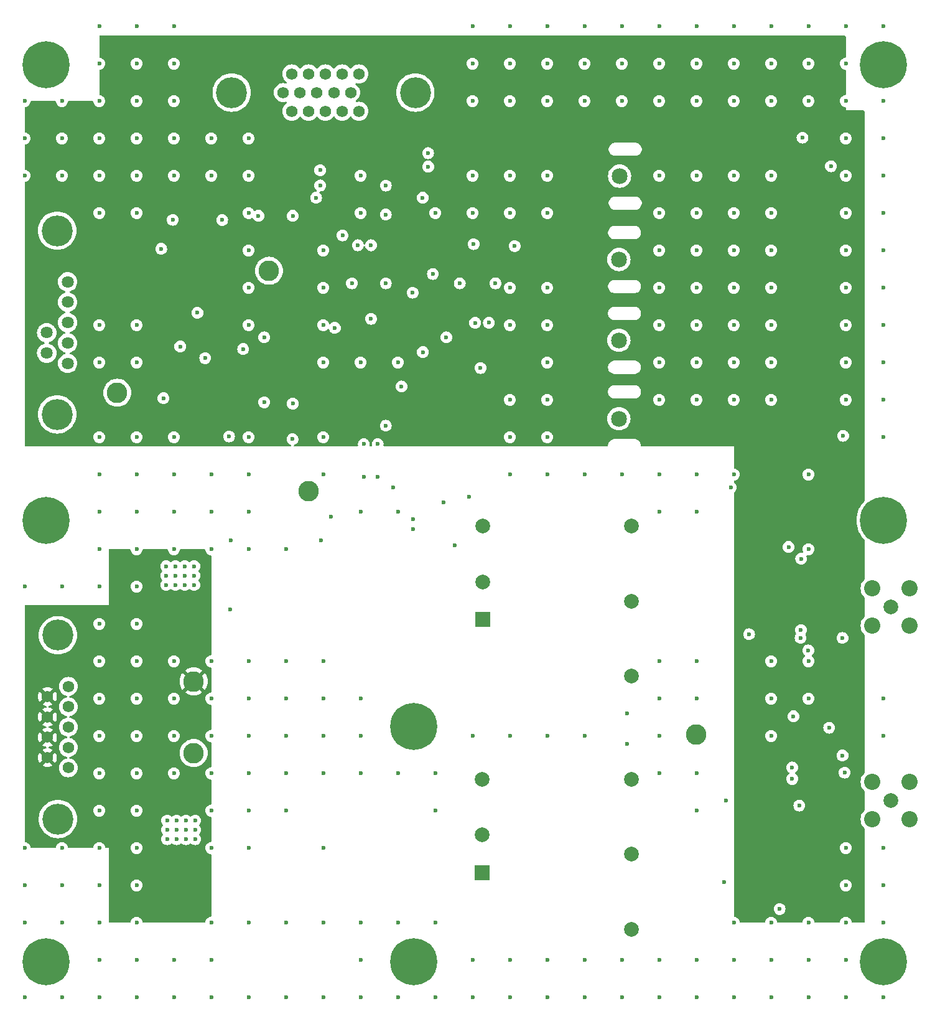
<source format=gbr>
%TF.GenerationSoftware,KiCad,Pcbnew,8.0.6*%
%TF.CreationDate,2025-05-15T16:07:21-04:00*%
%TF.ProjectId,2 - COLD_TPC_P25M5,32202d20-434f-44c4-945f-5450435f5032,rev?*%
%TF.SameCoordinates,Original*%
%TF.FileFunction,Copper,L3,Inr*%
%TF.FilePolarity,Positive*%
%FSLAX46Y46*%
G04 Gerber Fmt 4.6, Leading zero omitted, Abs format (unit mm)*
G04 Created by KiCad (PCBNEW 8.0.6) date 2025-05-15 16:07:21*
%MOMM*%
%LPD*%
G01*
G04 APERTURE LIST*
%TA.AperFunction,ComponentPad*%
%ADD10C,2.800000*%
%TD*%
%TA.AperFunction,ComponentPad*%
%ADD11C,6.400000*%
%TD*%
%TA.AperFunction,ComponentPad*%
%ADD12R,2.000000X2.000000*%
%TD*%
%TA.AperFunction,ComponentPad*%
%ADD13C,2.000000*%
%TD*%
%TA.AperFunction,ComponentPad*%
%ADD14C,2.159000*%
%TD*%
%TA.AperFunction,ComponentPad*%
%ADD15C,1.560000*%
%TD*%
%TA.AperFunction,ComponentPad*%
%ADD16C,4.216000*%
%TD*%
%TA.AperFunction,ComponentPad*%
%ADD17C,1.575000*%
%TD*%
%TA.AperFunction,ComponentPad*%
%ADD18C,1.635000*%
%TD*%
%TA.AperFunction,ComponentPad*%
%ADD19C,2.006600*%
%TD*%
%TA.AperFunction,ComponentPad*%
%ADD20C,2.209800*%
%TD*%
%TA.AperFunction,ViaPad*%
%ADD21C,0.600000*%
%TD*%
G04 APERTURE END LIST*
D10*
%TO.N,/SEC_PWR_RTN*%
%TO.C,+12V_RTN1*%
X155090000Y-149640000D03*
%TD*%
D11*
%TO.N,CHASSIS*%
%TO.C,H5*%
X135000000Y-56000000D03*
%TD*%
%TO.N,CHASSIS*%
%TO.C,H7*%
X249000000Y-118000000D03*
%TD*%
%TO.N,CHASSIS*%
%TO.C,H6*%
X249000000Y-178000000D03*
%TD*%
%TO.N,CHASSIS*%
%TO.C,H3*%
X185000000Y-146000000D03*
%TD*%
D12*
%TO.N,/SiPM/SiPM_LV_Supply/SiPM_LV1/V_POS*%
%TO.C,U4*%
X194395000Y-131470000D03*
D13*
%TO.N,/SiPM/SiPM_LV_Supply/SiPM_LV1/V_RTN*%
X194395000Y-126370000D03*
%TO.N,/SiPM/SiPM_LV_Supply/SiPM_LV/V_Out_RTN*%
X214695000Y-139170000D03*
%TO.N,/SiPM/SiPM_LV_Supply/SiPM_LV1/TRIM*%
X214695000Y-128970000D03*
%TO.N,/SiPM/M5V*%
X214695000Y-118770000D03*
%TO.N,/SiPM/SiPM_LV_Supply/SiPM_LV/Enable*%
X194395000Y-118770000D03*
%TD*%
D14*
%TO.N,Net-(P1-Pad1)*%
%TO.C,P1*%
X212960000Y-93500000D03*
%TD*%
D10*
%TO.N,/P_SEC_TELEM_PWR*%
%TO.C,+5V1*%
X144520000Y-83000000D03*
%TD*%
D14*
%TO.N,Net-(M6-Pad3)*%
%TO.C,P4*%
X213060000Y-71180000D03*
%TD*%
%TO.N,Net-(P3-Pad1)*%
%TO.C,P3*%
X212970000Y-82510000D03*
%TD*%
D15*
%TO.N,/SEC_PWR_RTN*%
%TO.C,J1*%
X138030000Y-140575000D03*
X138030000Y-143345000D03*
%TO.N,unconnected-(J1-Pad3)*%
X138030000Y-146115000D03*
%TO.N,/SEC_PWR_RTN*%
X138030000Y-148885000D03*
X138030000Y-151655000D03*
%TO.N,/SEC_PWR_IN*%
X135190000Y-141960000D03*
X135190000Y-144730000D03*
X135190000Y-147500000D03*
X135190000Y-150270000D03*
D16*
%TO.N,CHASSIS*%
X136610000Y-133615000D03*
X136610000Y-158615000D03*
%TD*%
D10*
%TO.N,/SiPM/SiPM_LV_Supply/SiPM_LV/Enable*%
%TO.C,V_{EN}1*%
X170690000Y-114050000D03*
%TD*%
D17*
%TO.N,/SiPM_LV_Enable-*%
%TO.C,J3*%
X168434000Y-62350000D03*
%TO.N,/SiPM_LV_Enable+*%
X170724000Y-62350000D03*
%TO.N,/P2p5V_TELEM*%
X173014000Y-62350000D03*
%TO.N,/M5p0V_Telem*%
X175304000Y-62350000D03*
%TO.N,/P2p5_I_MON*%
X177594000Y-62350000D03*
%TO.N,/SEC_PWR_TELEM_RTN*%
X167289000Y-59810000D03*
X169579000Y-59810000D03*
X171869000Y-59810000D03*
X174159000Y-59810000D03*
X176449000Y-59810000D03*
%TO.N,/TEMP_TELEM*%
X168434000Y-57270000D03*
%TO.N,/SEC_PWR_TELEM_RTN*%
X170724000Y-57270000D03*
X173014000Y-57270000D03*
X175304000Y-57270000D03*
%TO.N,/M5V_I_MON*%
X177594000Y-57270000D03*
D16*
%TO.N,CHASSIS*%
X185255000Y-59810000D03*
X160265000Y-59810000D03*
%TD*%
D18*
%TO.N,/SEC_PWR_TELEM_RTN*%
%TO.C,J2*%
X137933250Y-96630000D03*
X137933250Y-93860000D03*
%TO.N,unconnected-(J2-Pad3)*%
X137933250Y-91090000D03*
%TO.N,/SEC_PWR_TELEM_RTN*%
X137933250Y-88320000D03*
X137933250Y-85550000D03*
%TO.N,/N_SEC_TELEM_PWR*%
X135093250Y-95245000D03*
X135093250Y-92475000D03*
%TO.N,/P_SEC_TELEM_PWR*%
X135093250Y-89705000D03*
X135093250Y-86935000D03*
D16*
%TO.N,CHASSIS*%
X136513250Y-78590000D03*
X136513250Y-103590000D03*
%TD*%
D11*
%TO.N,CHASSIS*%
%TO.C,H8*%
X135000000Y-118000000D03*
%TD*%
D14*
%TO.N,Net-(M5-Pad3)*%
%TO.C,P2*%
X212960000Y-104170000D03*
%TD*%
D11*
%TO.N,CHASSIS*%
%TO.C,H4*%
X185000000Y-178000000D03*
%TD*%
D19*
%TO.N,/SiPM/SiPM_LV_m5p0V*%
%TO.C,J5*%
X250000000Y-129780000D03*
D20*
%TO.N,/SiPM/SiPM_LV_Supply/SiPM_LV/V_Out_RTN*%
X252540000Y-127240000D03*
X247460000Y-127240000D03*
X247460000Y-132320000D03*
X252540000Y-132320000D03*
%TD*%
D10*
%TO.N,/SEC_PWR_IN*%
%TO.C,+12V1*%
X155090000Y-139890000D03*
%TD*%
%TO.N,/N_SEC_TELEM_PWR*%
%TO.C,-5V1*%
X144690000Y-100630000D03*
%TD*%
D19*
%TO.N,/SiPM/SiPM_LV_p2p5V*%
%TO.C,J4*%
X250000000Y-156110000D03*
D20*
%TO.N,/SiPM/SiPM_LV_Supply/SiPM_LV/V_Out_RTN*%
X252540000Y-153570000D03*
X247460000Y-153570000D03*
X247460000Y-158650000D03*
X252540000Y-158650000D03*
%TD*%
D11*
%TO.N,CHASSIS*%
%TO.C,H2*%
X135000000Y-178000000D03*
%TD*%
%TO.N,CHASSIS*%
%TO.C,H1*%
X249000000Y-56000000D03*
%TD*%
D12*
%TO.N,/SiPM/SiPM_LV_Supply/SiPM_LV/V_POS*%
%TO.C,U3*%
X194387500Y-165890000D03*
D13*
%TO.N,/SiPM/SiPM_LV_Supply/SiPM_LV/V_RTN*%
X194387500Y-160790000D03*
%TO.N,/SiPM/SiPM_LV_Supply/SiPM_LV/V_Out*%
X214687500Y-173590000D03*
%TO.N,/SiPM/SiPM_LV_Supply/SiPM_LV/TRIM*%
X214687500Y-163390000D03*
%TO.N,/SiPM/SiPM_LV_Supply/SiPM_LV/V_Out_RTN*%
X214687500Y-153190000D03*
%TO.N,/SiPM/SiPM_LV_Supply/SiPM_LV/Enable*%
X194387500Y-153190000D03*
%TD*%
D10*
%TO.N,/SEC_PWR_TELEM_RTN*%
%TO.C,Telem_RTN1*%
X165350000Y-84050000D03*
%TD*%
%TO.N,/SiPM/SiPM_LV_Supply/SiPM_LV/V_Out_RTN*%
%TO.C,V_{OUT_RTN}1*%
X223490000Y-147150000D03*
%TD*%
D21*
%TO.N,/SiPM/pV3p3*%
X237680000Y-133980000D03*
X181240000Y-105120000D03*
X181240000Y-76390000D03*
X243400000Y-133990000D03*
X243480000Y-106490000D03*
X181240000Y-72460000D03*
X172310000Y-72450000D03*
X181234150Y-85760000D03*
X243400000Y-149970000D03*
X236550000Y-151610000D03*
X158970000Y-77145000D03*
%TO.N,/SEC_PWR_RTN*%
X154017500Y-158820000D03*
X177800000Y-152400000D03*
X147320000Y-152400000D03*
X213360000Y-111760000D03*
X218440000Y-177800000D03*
X243840000Y-177800000D03*
X147320000Y-167640000D03*
X238760000Y-121920000D03*
X223520000Y-142240000D03*
X152400000Y-137160000D03*
X233680000Y-177800000D03*
X147320000Y-162560000D03*
X147320000Y-132080000D03*
X152635000Y-126775000D03*
X152747500Y-160090000D03*
X218440000Y-116840000D03*
X151365000Y-125505000D03*
X198120000Y-111760000D03*
X208280000Y-182880000D03*
X238760000Y-177800000D03*
X248920000Y-182880000D03*
X193040000Y-177800000D03*
X198120000Y-177800000D03*
X157480000Y-162560000D03*
X172720000Y-172720000D03*
X177800000Y-177800000D03*
X178250000Y-112050000D03*
X142240000Y-157480000D03*
X157480000Y-177800000D03*
X198120000Y-147320000D03*
X182880000Y-152400000D03*
X153905000Y-125505000D03*
X172720000Y-182880000D03*
X152400000Y-147320000D03*
X152400000Y-142240000D03*
X233680000Y-172720000D03*
X238760000Y-182880000D03*
X167640000Y-172720000D03*
X152400000Y-177800000D03*
X152400000Y-152400000D03*
X167640000Y-147320000D03*
X152747500Y-158820000D03*
X155175000Y-124235000D03*
X147320000Y-121920000D03*
X167640000Y-142240000D03*
X167640000Y-137160000D03*
X187960000Y-182880000D03*
X155287500Y-161360000D03*
X132080000Y-182880000D03*
X223520000Y-111760000D03*
X157480000Y-147320000D03*
X172720000Y-152400000D03*
X151365000Y-126775000D03*
X157480000Y-152400000D03*
X198120000Y-182880000D03*
X167640000Y-157480000D03*
X208280000Y-111760000D03*
X187960000Y-157480000D03*
X228600000Y-182880000D03*
X142240000Y-152400000D03*
X208280000Y-177800000D03*
X132080000Y-172720000D03*
X137160000Y-172720000D03*
X248920000Y-162560000D03*
X233680000Y-147320000D03*
X162560000Y-147320000D03*
X132080000Y-127000000D03*
X151477500Y-161360000D03*
X187960000Y-172720000D03*
X233680000Y-137160000D03*
X147320000Y-157480000D03*
X182880000Y-172720000D03*
X218440000Y-137160000D03*
X151477500Y-160090000D03*
X218440000Y-147320000D03*
X142240000Y-182880000D03*
X243840000Y-172720000D03*
X157480000Y-157480000D03*
X193040000Y-147320000D03*
X157480000Y-121920000D03*
X228600000Y-177800000D03*
X147320000Y-177800000D03*
X177800000Y-182880000D03*
X233680000Y-142240000D03*
X142240000Y-167640000D03*
X137160000Y-162560000D03*
X154017500Y-160090000D03*
X180140000Y-112050000D03*
X137160000Y-127000000D03*
X177800000Y-116840000D03*
X177800000Y-147320000D03*
X162560000Y-121920000D03*
X152747500Y-161360000D03*
X223520000Y-182880000D03*
X142240000Y-137160000D03*
X213360000Y-177800000D03*
X218440000Y-152400000D03*
X152400000Y-121920000D03*
X132080000Y-162560000D03*
X162560000Y-182880000D03*
X203200000Y-111760000D03*
X147320000Y-172720000D03*
X142240000Y-147320000D03*
X203200000Y-147320000D03*
X162560000Y-142240000D03*
X203200000Y-182880000D03*
X172720000Y-142240000D03*
X162560000Y-172720000D03*
X157480000Y-182880000D03*
X137160000Y-167640000D03*
X213360000Y-182880000D03*
X152400000Y-182880000D03*
X154017500Y-161360000D03*
X155175000Y-126775000D03*
X147320000Y-182880000D03*
X162560000Y-162560000D03*
X157480000Y-137160000D03*
X147320000Y-137160000D03*
X167640000Y-152400000D03*
X132080000Y-167640000D03*
X228600000Y-111760000D03*
X142240000Y-142240000D03*
X172720000Y-111760000D03*
X153905000Y-126775000D03*
X248920000Y-172720000D03*
X172720000Y-147320000D03*
X223520000Y-177800000D03*
X243840000Y-182880000D03*
X137160000Y-182880000D03*
X218440000Y-111760000D03*
X167640000Y-182880000D03*
X155287500Y-160090000D03*
X218440000Y-182880000D03*
X203200000Y-177800000D03*
X142240000Y-162560000D03*
X153905000Y-124235000D03*
X162560000Y-137160000D03*
X177800000Y-142240000D03*
X223520000Y-152400000D03*
X248920000Y-142240000D03*
X172720000Y-137160000D03*
X223520000Y-116840000D03*
X208280000Y-147320000D03*
X152635000Y-124235000D03*
X238760000Y-172720000D03*
X147320000Y-142240000D03*
X184980000Y-117850000D03*
X142240000Y-177800000D03*
X223520000Y-157480000D03*
X151477500Y-158820000D03*
X152635000Y-125505000D03*
X248920000Y-147320000D03*
X142240000Y-172720000D03*
X218440000Y-142240000D03*
X182880000Y-182880000D03*
X233680000Y-182880000D03*
X167640000Y-121920000D03*
X238760000Y-142240000D03*
X228600000Y-172720000D03*
X243840000Y-162560000D03*
X193040000Y-182880000D03*
X162560000Y-157480000D03*
X243840000Y-167640000D03*
X223520000Y-137160000D03*
X151365000Y-124235000D03*
X182880000Y-116840000D03*
X162560000Y-152400000D03*
X157480000Y-172720000D03*
X142240000Y-132080000D03*
X172720000Y-162560000D03*
X187960000Y-152400000D03*
X147320000Y-127000000D03*
X238760000Y-137160000D03*
X142240000Y-127000000D03*
X142240000Y-121920000D03*
X157480000Y-142240000D03*
X147320000Y-147320000D03*
X177800000Y-172720000D03*
X155175000Y-125505000D03*
X155287500Y-158820000D03*
X248920000Y-167640000D03*
%TO.N,CHASSIS*%
X214040000Y-148430000D03*
X214078000Y-144272000D03*
%TO.N,/SEC_PWR_TELEM_RTN*%
X198120000Y-50800000D03*
X132080000Y-60960000D03*
X152400000Y-55880000D03*
X203200000Y-96520000D03*
X147320000Y-76200000D03*
X203200000Y-86360000D03*
X228600000Y-101600000D03*
X223520000Y-60960000D03*
X243840000Y-91440000D03*
X223520000Y-50800000D03*
X248920000Y-66040000D03*
X198774150Y-80690000D03*
X208280000Y-50800000D03*
X228600000Y-60960000D03*
X238760000Y-60960000D03*
X243840000Y-50800000D03*
X243840000Y-60960000D03*
X213360000Y-55880000D03*
X157480000Y-66040000D03*
X248920000Y-101600000D03*
X157480000Y-71120000D03*
X157480000Y-116840000D03*
X152400000Y-116840000D03*
X203200000Y-106680000D03*
X218440000Y-101600000D03*
X238760000Y-111760000D03*
X233680000Y-91440000D03*
X147320000Y-50800000D03*
X248920000Y-91440000D03*
X218440000Y-86360000D03*
X177434150Y-80580000D03*
X228600000Y-86360000D03*
X223520000Y-101600000D03*
X198120000Y-106680000D03*
X172720000Y-81280000D03*
X142240000Y-71120000D03*
X142240000Y-76200000D03*
X162560000Y-86360000D03*
X162560000Y-76200000D03*
X153260000Y-94345000D03*
X218440000Y-60960000D03*
X198120000Y-101600000D03*
X193040000Y-60960000D03*
X162560000Y-111760000D03*
X233680000Y-50800000D03*
X147320000Y-60960000D03*
X243840000Y-86360000D03*
X147320000Y-106680000D03*
X172720000Y-96520000D03*
X218440000Y-91440000D03*
X233680000Y-60960000D03*
X233680000Y-101600000D03*
X147320000Y-66040000D03*
X152400000Y-111760000D03*
X218440000Y-81280000D03*
X228600000Y-55880000D03*
X203200000Y-101600000D03*
X236550000Y-153160000D03*
X213360000Y-50800000D03*
X223520000Y-76200000D03*
X228600000Y-71120000D03*
X223520000Y-86360000D03*
X218440000Y-50800000D03*
X162560000Y-81280000D03*
X147320000Y-116840000D03*
X248920000Y-81280000D03*
X243840000Y-55880000D03*
X203200000Y-91440000D03*
X152240000Y-77120000D03*
X223520000Y-81280000D03*
X243840000Y-101600000D03*
X194129150Y-97274800D03*
X198120000Y-76200000D03*
X137160000Y-71120000D03*
X152400000Y-66040000D03*
X233680000Y-86360000D03*
X178250000Y-107630000D03*
X233680000Y-55880000D03*
X208280000Y-60960000D03*
X236050000Y-121620000D03*
X132080000Y-71120000D03*
X142240000Y-106680000D03*
X243690000Y-152310000D03*
X203200000Y-60960000D03*
X137160000Y-60960000D03*
X172310000Y-70370000D03*
X176630000Y-85760000D03*
X142240000Y-50800000D03*
X168540000Y-106950000D03*
X159900000Y-106580000D03*
X243840000Y-96520000D03*
X150980000Y-101385000D03*
X157480000Y-111760000D03*
X193040000Y-55880000D03*
X150680000Y-81065000D03*
X203200000Y-55880000D03*
X213360000Y-60960000D03*
X132080000Y-66040000D03*
X162560000Y-106680000D03*
X193040000Y-50800000D03*
X233680000Y-60960000D03*
X193040000Y-71120000D03*
X198120000Y-71120000D03*
X243840000Y-71120000D03*
X155600000Y-89765000D03*
X223520000Y-91440000D03*
X177800000Y-96520000D03*
X228600000Y-91440000D03*
X142240000Y-91440000D03*
X162560000Y-66040000D03*
X248920000Y-76200000D03*
X142240000Y-96520000D03*
X233680000Y-71120000D03*
X237740000Y-132930000D03*
X142240000Y-66040000D03*
X238760000Y-55880000D03*
X172720000Y-91440000D03*
X142240000Y-60960000D03*
X223520000Y-96520000D03*
X248920000Y-106680000D03*
X182880000Y-96520000D03*
X193184150Y-80420000D03*
X152400000Y-106680000D03*
X152400000Y-50800000D03*
X198120000Y-60960000D03*
X228600000Y-96520000D03*
X248920000Y-86360000D03*
X152400000Y-71120000D03*
X243840000Y-66040000D03*
X142240000Y-111760000D03*
X233680000Y-76200000D03*
X172720000Y-106680000D03*
X180140000Y-107630000D03*
X248920000Y-50800000D03*
X198120000Y-55880000D03*
X177800000Y-71120000D03*
X233680000Y-96520000D03*
X230680000Y-133480000D03*
X162560000Y-91440000D03*
X147320000Y-91440000D03*
X203200000Y-71120000D03*
X161820000Y-94695000D03*
X198120000Y-86360000D03*
X142240000Y-55880000D03*
X203200000Y-76200000D03*
X183380000Y-99790000D03*
X137160000Y-66040000D03*
X147320000Y-55880000D03*
X233680000Y-81280000D03*
X238760000Y-50800000D03*
X218440000Y-71120000D03*
X243840000Y-81280000D03*
X218440000Y-55880000D03*
X228600000Y-50800000D03*
X198120000Y-91440000D03*
X248920000Y-96520000D03*
X208280000Y-55880000D03*
X218440000Y-96520000D03*
X195264150Y-91120000D03*
X248920000Y-60960000D03*
X177800000Y-76200000D03*
X162560000Y-116840000D03*
X223520000Y-55880000D03*
X196164150Y-85750000D03*
X147320000Y-111760000D03*
X152400000Y-60960000D03*
X193040000Y-76200000D03*
X187960000Y-76200000D03*
X142240000Y-116840000D03*
X147320000Y-71120000D03*
X162560000Y-71120000D03*
X228600000Y-76200000D03*
X172720000Y-86360000D03*
X147320000Y-96520000D03*
X203200000Y-50800000D03*
X223520000Y-71120000D03*
X228600000Y-81280000D03*
X243840000Y-76200000D03*
X236720000Y-144650000D03*
X218440000Y-76200000D03*
X248920000Y-71120000D03*
%TO.N,/SEC_PWR_IN*%
X152667500Y-166300000D03*
X155115000Y-133150000D03*
X155207500Y-167570000D03*
X153845000Y-130610000D03*
X151305000Y-130610000D03*
X155207500Y-165030000D03*
X153937500Y-165030000D03*
X152667500Y-167570000D03*
X151305000Y-131880000D03*
X153937500Y-167570000D03*
X153845000Y-131880000D03*
X152575000Y-131880000D03*
X151397500Y-167570000D03*
X151397500Y-166300000D03*
X152575000Y-130610000D03*
X152667500Y-165030000D03*
X151305000Y-133150000D03*
X155207500Y-166300000D03*
X153845000Y-133150000D03*
X155115000Y-131880000D03*
X152575000Y-133150000D03*
X151397500Y-165030000D03*
X153937500Y-166300000D03*
X160020000Y-130140000D03*
X160160000Y-120700000D03*
X155115000Y-130610000D03*
%TO.N,Net-(M2-Pad1)*%
X189080000Y-115560000D03*
X173770000Y-117510000D03*
%TO.N,/P2p5V_TELEM*%
X174310000Y-91820000D03*
%TO.N,/M5p0V_Telem*%
X175350000Y-79240000D03*
%TO.N,/TEMP_TELEM*%
X163910000Y-76580000D03*
X168570000Y-102120000D03*
X168570000Y-76570000D03*
%TO.N,Net-(C2-Pad2)*%
X241820000Y-69830000D03*
X187017482Y-69884549D03*
X241580000Y-146200000D03*
%TO.N,/SiPM/P2p5V*%
X187654150Y-84480000D03*
X228180000Y-113530000D03*
X184894150Y-87030000D03*
X182270000Y-113530000D03*
X237515000Y-156785000D03*
%TO.N,/SiPM/M5V*%
X192540000Y-114820000D03*
X179230000Y-90580000D03*
X193394150Y-91130000D03*
X179234150Y-80580000D03*
%TO.N,Net-(U9-OUT)*%
X238740000Y-135680000D03*
%TO.N,Net-(C31-Pad2)*%
X237950000Y-65950000D03*
X237770000Y-123210000D03*
X187000000Y-68050000D03*
%TO.N,/SiPM/SiPM_LV_Supply/SiPM_LV/Enable*%
X184990000Y-119200000D03*
X190600000Y-121430000D03*
X172390000Y-120700000D03*
%TO.N,/P_SEC_TELEM_PWR*%
X203440000Y-93510000D03*
X188670000Y-100170000D03*
X203400000Y-82510200D03*
X167220000Y-88200000D03*
X158971400Y-88205000D03*
X167220000Y-100870000D03*
%TO.N,/SiPM/SiPM_LV_Supply/SiPM_LV_Enable*%
X186280000Y-95110000D03*
X171750000Y-74110000D03*
X186260000Y-74110000D03*
%TO.N,/SiPM/nV3p3*%
X164690000Y-93100000D03*
X164690000Y-101940000D03*
X189480000Y-93100000D03*
X191304150Y-85750000D03*
%TO.N,/N_SEC_TELEM_PWR*%
X156660000Y-95925000D03*
%TO.N,/SiPM/SiPM_LV_Supply/SiPM_LV/V_Out_RTN*%
X227570000Y-156111400D03*
X234827500Y-170857500D03*
X227300000Y-167231400D03*
%TD*%
%TA.AperFunction,Conductor*%
%TO.N,/SEC_PWR_IN*%
G36*
X146470661Y-121939685D02*
G01*
X146516416Y-121992489D01*
X146526842Y-122030117D01*
X146534630Y-122099250D01*
X146534631Y-122099254D01*
X146594211Y-122269523D01*
X146690184Y-122422262D01*
X146817738Y-122549816D01*
X146970478Y-122645789D01*
X147140745Y-122705368D01*
X147140750Y-122705369D01*
X147319996Y-122725565D01*
X147320000Y-122725565D01*
X147320004Y-122725565D01*
X147499249Y-122705369D01*
X147499252Y-122705368D01*
X147499255Y-122705368D01*
X147669522Y-122645789D01*
X147822262Y-122549816D01*
X147949816Y-122422262D01*
X148045789Y-122269522D01*
X148105368Y-122099255D01*
X148113158Y-122030117D01*
X148140224Y-121965703D01*
X148197818Y-121926148D01*
X148236378Y-121920000D01*
X151483622Y-121920000D01*
X151550661Y-121939685D01*
X151596416Y-121992489D01*
X151606842Y-122030117D01*
X151614630Y-122099250D01*
X151614631Y-122099254D01*
X151674211Y-122269523D01*
X151770184Y-122422262D01*
X151897738Y-122549816D01*
X152050478Y-122645789D01*
X152220745Y-122705368D01*
X152220750Y-122705369D01*
X152399996Y-122725565D01*
X152400000Y-122725565D01*
X152400004Y-122725565D01*
X152579249Y-122705369D01*
X152579252Y-122705368D01*
X152579255Y-122705368D01*
X152749522Y-122645789D01*
X152902262Y-122549816D01*
X153029816Y-122422262D01*
X153125789Y-122269522D01*
X153185368Y-122099255D01*
X153193158Y-122030117D01*
X153220224Y-121965703D01*
X153277818Y-121926148D01*
X153316378Y-121920000D01*
X156563622Y-121920000D01*
X156630661Y-121939685D01*
X156676416Y-121992489D01*
X156686842Y-122030117D01*
X156694630Y-122099250D01*
X156694631Y-122099254D01*
X156754211Y-122269523D01*
X156850184Y-122422262D01*
X156977738Y-122549816D01*
X157130478Y-122645789D01*
X157300745Y-122705368D01*
X157300749Y-122705369D01*
X157369883Y-122713158D01*
X157434297Y-122740224D01*
X157473852Y-122797818D01*
X157480000Y-122836378D01*
X157480000Y-136243621D01*
X157460315Y-136310660D01*
X157407511Y-136356415D01*
X157369884Y-136366841D01*
X157300749Y-136374630D01*
X157300745Y-136374631D01*
X157130476Y-136434211D01*
X156977737Y-136530184D01*
X156850184Y-136657737D01*
X156754211Y-136810476D01*
X156694631Y-136980745D01*
X156694630Y-136980750D01*
X156674435Y-137159996D01*
X156674435Y-137160003D01*
X156694630Y-137339249D01*
X156694631Y-137339254D01*
X156754211Y-137509523D01*
X156850184Y-137662262D01*
X156977738Y-137789816D01*
X157130478Y-137885789D01*
X157300745Y-137945368D01*
X157300749Y-137945369D01*
X157369883Y-137953158D01*
X157434297Y-137980224D01*
X157473852Y-138037818D01*
X157480000Y-138076378D01*
X157480000Y-141323621D01*
X157460315Y-141390660D01*
X157407511Y-141436415D01*
X157369884Y-141446841D01*
X157300749Y-141454630D01*
X157300745Y-141454631D01*
X157130476Y-141514211D01*
X156977737Y-141610184D01*
X156850184Y-141737737D01*
X156754211Y-141890476D01*
X156694631Y-142060745D01*
X156694630Y-142060750D01*
X156674435Y-142239996D01*
X156674435Y-142240003D01*
X156694630Y-142419249D01*
X156694631Y-142419254D01*
X156754211Y-142589523D01*
X156805477Y-142671112D01*
X156850184Y-142742262D01*
X156977738Y-142869816D01*
X157130478Y-142965789D01*
X157298733Y-143024664D01*
X157300745Y-143025368D01*
X157300749Y-143025369D01*
X157369883Y-143033158D01*
X157434297Y-143060224D01*
X157473852Y-143117818D01*
X157480000Y-143156378D01*
X157480000Y-146403621D01*
X157460315Y-146470660D01*
X157407511Y-146516415D01*
X157369884Y-146526841D01*
X157300749Y-146534630D01*
X157300745Y-146534631D01*
X157130476Y-146594211D01*
X156977737Y-146690184D01*
X156850184Y-146817737D01*
X156754211Y-146970476D01*
X156694631Y-147140745D01*
X156694630Y-147140750D01*
X156674435Y-147319996D01*
X156674435Y-147320003D01*
X156694630Y-147499249D01*
X156694631Y-147499254D01*
X156754211Y-147669523D01*
X156818490Y-147771821D01*
X156850184Y-147822262D01*
X156977738Y-147949816D01*
X157130478Y-148045789D01*
X157300745Y-148105368D01*
X157300749Y-148105369D01*
X157369883Y-148113158D01*
X157434297Y-148140224D01*
X157473852Y-148197818D01*
X157480000Y-148236378D01*
X157480000Y-151483621D01*
X157460315Y-151550660D01*
X157407511Y-151596415D01*
X157369884Y-151606841D01*
X157300749Y-151614630D01*
X157300745Y-151614631D01*
X157130476Y-151674211D01*
X156977737Y-151770184D01*
X156850184Y-151897737D01*
X156754211Y-152050476D01*
X156694631Y-152220745D01*
X156694630Y-152220750D01*
X156674435Y-152399996D01*
X156674435Y-152400003D01*
X156694630Y-152579249D01*
X156694631Y-152579254D01*
X156754211Y-152749523D01*
X156825434Y-152862873D01*
X156850184Y-152902262D01*
X156977738Y-153029816D01*
X157130478Y-153125789D01*
X157300745Y-153185368D01*
X157300749Y-153185369D01*
X157369883Y-153193158D01*
X157434297Y-153220224D01*
X157473852Y-153277818D01*
X157480000Y-153316378D01*
X157480000Y-156563621D01*
X157460315Y-156630660D01*
X157407511Y-156676415D01*
X157369884Y-156686841D01*
X157300749Y-156694630D01*
X157300745Y-156694631D01*
X157130476Y-156754211D01*
X156977737Y-156850184D01*
X156850184Y-156977737D01*
X156754211Y-157130476D01*
X156694631Y-157300745D01*
X156694630Y-157300750D01*
X156674435Y-157479996D01*
X156674435Y-157480003D01*
X156694630Y-157659249D01*
X156694631Y-157659254D01*
X156754211Y-157829523D01*
X156850184Y-157982262D01*
X156977738Y-158109816D01*
X157130478Y-158205789D01*
X157214647Y-158235241D01*
X157300745Y-158265368D01*
X157300749Y-158265369D01*
X157369883Y-158273158D01*
X157434297Y-158300224D01*
X157473852Y-158357818D01*
X157480000Y-158396378D01*
X157480000Y-161643621D01*
X157460315Y-161710660D01*
X157407511Y-161756415D01*
X157369884Y-161766841D01*
X157300749Y-161774630D01*
X157300745Y-161774631D01*
X157130476Y-161834211D01*
X156977737Y-161930184D01*
X156850184Y-162057737D01*
X156754211Y-162210476D01*
X156694631Y-162380745D01*
X156694630Y-162380750D01*
X156674435Y-162559996D01*
X156674435Y-162560000D01*
X156694630Y-162739249D01*
X156694631Y-162739254D01*
X156754211Y-162909523D01*
X156850184Y-163062262D01*
X156977738Y-163189816D01*
X157130478Y-163285789D01*
X157300745Y-163345368D01*
X157300749Y-163345369D01*
X157369883Y-163353158D01*
X157434297Y-163380224D01*
X157473852Y-163437818D01*
X157480000Y-163476378D01*
X157480000Y-171803621D01*
X157460315Y-171870660D01*
X157407511Y-171916415D01*
X157369884Y-171926841D01*
X157300749Y-171934630D01*
X157300745Y-171934631D01*
X157130476Y-171994211D01*
X156977737Y-172090184D01*
X156850184Y-172217737D01*
X156754211Y-172370476D01*
X156694631Y-172540745D01*
X156694630Y-172540749D01*
X156686842Y-172609883D01*
X156659776Y-172674297D01*
X156602182Y-172713852D01*
X156563622Y-172720000D01*
X148236378Y-172720000D01*
X148169339Y-172700315D01*
X148123584Y-172647511D01*
X148113158Y-172609883D01*
X148105369Y-172540749D01*
X148105368Y-172540745D01*
X148045788Y-172370476D01*
X147949815Y-172217737D01*
X147822262Y-172090184D01*
X147669523Y-171994211D01*
X147499254Y-171934631D01*
X147499249Y-171934630D01*
X147320004Y-171914435D01*
X147319996Y-171914435D01*
X147140750Y-171934630D01*
X147140745Y-171934631D01*
X146970476Y-171994211D01*
X146817737Y-172090184D01*
X146690184Y-172217737D01*
X146594211Y-172370476D01*
X146534631Y-172540745D01*
X146534630Y-172540749D01*
X146526842Y-172609883D01*
X146499776Y-172674297D01*
X146442182Y-172713852D01*
X146403622Y-172720000D01*
X143634000Y-172720000D01*
X143566961Y-172700315D01*
X143521206Y-172647511D01*
X143510000Y-172596000D01*
X143510000Y-167639996D01*
X146514435Y-167639996D01*
X146514435Y-167640003D01*
X146534630Y-167819249D01*
X146534631Y-167819254D01*
X146594211Y-167989523D01*
X146690184Y-168142262D01*
X146817738Y-168269816D01*
X146970478Y-168365789D01*
X147140745Y-168425368D01*
X147140750Y-168425369D01*
X147319996Y-168445565D01*
X147320000Y-168445565D01*
X147320004Y-168445565D01*
X147499249Y-168425369D01*
X147499252Y-168425368D01*
X147499255Y-168425368D01*
X147669522Y-168365789D01*
X147822262Y-168269816D01*
X147949816Y-168142262D01*
X148045789Y-167989522D01*
X148105368Y-167819255D01*
X148125565Y-167640000D01*
X148105368Y-167460745D01*
X148045789Y-167290478D01*
X147949816Y-167137738D01*
X147822262Y-167010184D01*
X147669523Y-166914211D01*
X147499254Y-166854631D01*
X147499249Y-166854630D01*
X147320004Y-166834435D01*
X147319996Y-166834435D01*
X147140750Y-166854630D01*
X147140745Y-166854631D01*
X146970476Y-166914211D01*
X146817737Y-167010184D01*
X146690184Y-167137737D01*
X146594211Y-167290476D01*
X146534631Y-167460745D01*
X146534630Y-167460750D01*
X146514435Y-167639996D01*
X143510000Y-167639996D01*
X143510000Y-162560000D01*
X143156378Y-162560000D01*
X143156364Y-162559996D01*
X146514435Y-162559996D01*
X146514435Y-162560000D01*
X146534630Y-162739249D01*
X146534631Y-162739254D01*
X146594211Y-162909523D01*
X146690184Y-163062262D01*
X146817738Y-163189816D01*
X146970478Y-163285789D01*
X147140745Y-163345368D01*
X147140750Y-163345369D01*
X147319996Y-163365565D01*
X147320000Y-163365565D01*
X147320004Y-163365565D01*
X147499249Y-163345369D01*
X147499252Y-163345368D01*
X147499255Y-163345368D01*
X147669522Y-163285789D01*
X147822262Y-163189816D01*
X147949816Y-163062262D01*
X148045789Y-162909522D01*
X148105368Y-162739255D01*
X148125565Y-162560000D01*
X148124872Y-162553852D01*
X148105369Y-162380750D01*
X148105368Y-162380745D01*
X148045788Y-162210476D01*
X148004878Y-162145368D01*
X147949816Y-162057738D01*
X147822262Y-161930184D01*
X147792167Y-161911274D01*
X147669523Y-161834211D01*
X147499254Y-161774631D01*
X147499249Y-161774630D01*
X147320004Y-161754435D01*
X147319996Y-161754435D01*
X147140750Y-161774630D01*
X147140745Y-161774631D01*
X146970476Y-161834211D01*
X146817737Y-161930184D01*
X146690184Y-162057737D01*
X146594211Y-162210476D01*
X146534631Y-162380745D01*
X146534630Y-162380750D01*
X146514435Y-162559996D01*
X143156364Y-162559996D01*
X143089339Y-162540315D01*
X143043584Y-162487511D01*
X143033158Y-162449883D01*
X143025369Y-162380749D01*
X143025368Y-162380745D01*
X142965788Y-162210476D01*
X142924878Y-162145368D01*
X142869816Y-162057738D01*
X142742262Y-161930184D01*
X142712167Y-161911274D01*
X142589523Y-161834211D01*
X142419254Y-161774631D01*
X142419249Y-161774630D01*
X142240004Y-161754435D01*
X142239996Y-161754435D01*
X142060750Y-161774630D01*
X142060745Y-161774631D01*
X141890476Y-161834211D01*
X141737737Y-161930184D01*
X141610184Y-162057737D01*
X141514211Y-162210476D01*
X141454631Y-162380745D01*
X141454630Y-162380749D01*
X141446842Y-162449883D01*
X141419776Y-162514297D01*
X141362182Y-162553852D01*
X141323622Y-162560000D01*
X138076378Y-162560000D01*
X138009339Y-162540315D01*
X137963584Y-162487511D01*
X137953158Y-162449883D01*
X137945369Y-162380749D01*
X137945368Y-162380745D01*
X137885788Y-162210476D01*
X137844878Y-162145368D01*
X137789816Y-162057738D01*
X137662262Y-161930184D01*
X137632167Y-161911274D01*
X137509523Y-161834211D01*
X137339254Y-161774631D01*
X137339249Y-161774630D01*
X137160004Y-161754435D01*
X137159996Y-161754435D01*
X136980750Y-161774630D01*
X136980745Y-161774631D01*
X136810476Y-161834211D01*
X136657737Y-161930184D01*
X136530184Y-162057737D01*
X136434211Y-162210476D01*
X136374631Y-162380745D01*
X136374630Y-162380749D01*
X136366842Y-162449883D01*
X136339776Y-162514297D01*
X136282182Y-162553852D01*
X136243622Y-162560000D01*
X132996378Y-162560000D01*
X132929339Y-162540315D01*
X132883584Y-162487511D01*
X132873158Y-162449883D01*
X132865369Y-162380749D01*
X132865368Y-162380745D01*
X132805788Y-162210476D01*
X132764878Y-162145368D01*
X132709816Y-162057738D01*
X132582262Y-161930184D01*
X132552167Y-161911274D01*
X132429523Y-161834211D01*
X132259254Y-161774631D01*
X132259250Y-161774630D01*
X132190116Y-161766841D01*
X132125702Y-161739774D01*
X132086147Y-161682179D01*
X132080000Y-161643621D01*
X132080000Y-158615000D01*
X133996732Y-158615000D01*
X134015785Y-158929989D01*
X134015785Y-158929994D01*
X134015786Y-158929995D01*
X134072669Y-159240396D01*
X134072670Y-159240400D01*
X134072671Y-159240404D01*
X134166545Y-159541659D01*
X134166549Y-159541670D01*
X134166550Y-159541673D01*
X134166552Y-159541678D01*
X134187282Y-159587738D01*
X134296066Y-159829446D01*
X134459326Y-160099510D01*
X134653943Y-160347920D01*
X134877079Y-160571056D01*
X135125489Y-160765673D01*
X135125492Y-160765675D01*
X135125495Y-160765677D01*
X135395554Y-160928934D01*
X135683322Y-161058448D01*
X135683332Y-161058451D01*
X135683340Y-161058454D01*
X135884176Y-161121036D01*
X135984604Y-161152331D01*
X136295005Y-161209214D01*
X136610000Y-161228268D01*
X136924995Y-161209214D01*
X137235396Y-161152331D01*
X137536678Y-161058448D01*
X137824446Y-160928934D01*
X138094505Y-160765677D01*
X138342917Y-160571059D01*
X138566059Y-160347917D01*
X138760677Y-160099505D01*
X138923934Y-159829446D01*
X139053448Y-159541678D01*
X139147331Y-159240396D01*
X139204214Y-158929995D01*
X139210868Y-158819996D01*
X150671935Y-158819996D01*
X150671935Y-158820003D01*
X150692130Y-158999249D01*
X150692131Y-158999254D01*
X150751711Y-159169523D01*
X150847684Y-159322262D01*
X150847685Y-159322263D01*
X150892741Y-159367320D01*
X150926225Y-159428643D01*
X150921240Y-159498335D01*
X150892741Y-159542680D01*
X150847684Y-159587737D01*
X150751711Y-159740476D01*
X150692131Y-159910745D01*
X150692130Y-159910750D01*
X150671935Y-160089996D01*
X150671935Y-160090003D01*
X150692130Y-160269249D01*
X150692131Y-160269254D01*
X150751711Y-160439523D01*
X150847684Y-160592262D01*
X150847685Y-160592263D01*
X150892741Y-160637320D01*
X150926225Y-160698643D01*
X150921240Y-160768335D01*
X150892741Y-160812680D01*
X150847684Y-160857737D01*
X150751711Y-161010476D01*
X150692131Y-161180745D01*
X150692130Y-161180750D01*
X150671935Y-161359996D01*
X150671935Y-161360003D01*
X150692130Y-161539249D01*
X150692131Y-161539254D01*
X150751711Y-161709523D01*
X150792622Y-161774632D01*
X150847684Y-161862262D01*
X150975238Y-161989816D01*
X151065580Y-162046582D01*
X151083333Y-162057737D01*
X151127978Y-162085789D01*
X151298245Y-162145368D01*
X151298250Y-162145369D01*
X151477496Y-162165565D01*
X151477500Y-162165565D01*
X151477504Y-162165565D01*
X151656749Y-162145369D01*
X151656752Y-162145368D01*
X151656755Y-162145368D01*
X151827022Y-162085789D01*
X151979762Y-161989816D01*
X152024819Y-161944759D01*
X152086142Y-161911274D01*
X152155834Y-161916258D01*
X152200181Y-161944759D01*
X152245238Y-161989816D01*
X152335580Y-162046582D01*
X152353333Y-162057737D01*
X152397978Y-162085789D01*
X152568245Y-162145368D01*
X152568250Y-162145369D01*
X152747496Y-162165565D01*
X152747500Y-162165565D01*
X152747504Y-162165565D01*
X152926749Y-162145369D01*
X152926752Y-162145368D01*
X152926755Y-162145368D01*
X153097022Y-162085789D01*
X153249762Y-161989816D01*
X153294819Y-161944759D01*
X153356142Y-161911274D01*
X153425834Y-161916258D01*
X153470181Y-161944759D01*
X153515238Y-161989816D01*
X153605580Y-162046582D01*
X153623333Y-162057737D01*
X153667978Y-162085789D01*
X153838245Y-162145368D01*
X153838250Y-162145369D01*
X154017496Y-162165565D01*
X154017500Y-162165565D01*
X154017504Y-162165565D01*
X154196749Y-162145369D01*
X154196752Y-162145368D01*
X154196755Y-162145368D01*
X154367022Y-162085789D01*
X154519762Y-161989816D01*
X154564819Y-161944759D01*
X154626142Y-161911274D01*
X154695834Y-161916258D01*
X154740181Y-161944759D01*
X154785238Y-161989816D01*
X154875580Y-162046582D01*
X154893333Y-162057737D01*
X154937978Y-162085789D01*
X155108245Y-162145368D01*
X155108250Y-162145369D01*
X155287496Y-162165565D01*
X155287500Y-162165565D01*
X155287504Y-162165565D01*
X155466749Y-162145369D01*
X155466752Y-162145368D01*
X155466755Y-162145368D01*
X155637022Y-162085789D01*
X155789762Y-161989816D01*
X155917316Y-161862262D01*
X156013289Y-161709522D01*
X156072868Y-161539255D01*
X156093065Y-161360000D01*
X156078222Y-161228267D01*
X156072869Y-161180750D01*
X156072868Y-161180745D01*
X156013289Y-161010478D01*
X155917316Y-160857738D01*
X155872258Y-160812680D01*
X155838774Y-160751358D01*
X155843758Y-160681666D01*
X155872259Y-160637319D01*
X155917316Y-160592262D01*
X156013289Y-160439522D01*
X156072868Y-160269255D01*
X156072869Y-160269249D01*
X156093065Y-160090003D01*
X156093065Y-160089996D01*
X156072869Y-159910750D01*
X156072868Y-159910745D01*
X156013288Y-159740476D01*
X155974082Y-159678080D01*
X155917316Y-159587738D01*
X155872258Y-159542680D01*
X155838774Y-159481358D01*
X155843758Y-159411666D01*
X155872259Y-159367319D01*
X155917316Y-159322262D01*
X156013289Y-159169522D01*
X156072868Y-158999255D01*
X156080672Y-158929995D01*
X156093065Y-158820003D01*
X156093065Y-158819996D01*
X156072869Y-158640750D01*
X156072868Y-158640745D01*
X156013288Y-158470476D01*
X155942500Y-158357818D01*
X155917316Y-158317738D01*
X155789762Y-158190184D01*
X155637023Y-158094211D01*
X155466754Y-158034631D01*
X155466749Y-158034630D01*
X155287504Y-158014435D01*
X155287496Y-158014435D01*
X155108250Y-158034630D01*
X155108245Y-158034631D01*
X154937976Y-158094211D01*
X154785237Y-158190184D01*
X154740180Y-158235241D01*
X154678857Y-158268725D01*
X154609165Y-158263740D01*
X154564820Y-158235241D01*
X154519763Y-158190185D01*
X154519762Y-158190184D01*
X154367023Y-158094211D01*
X154196754Y-158034631D01*
X154196749Y-158034630D01*
X154017504Y-158014435D01*
X154017496Y-158014435D01*
X153838250Y-158034630D01*
X153838245Y-158034631D01*
X153667976Y-158094211D01*
X153515237Y-158190184D01*
X153470180Y-158235241D01*
X153408857Y-158268725D01*
X153339165Y-158263740D01*
X153294820Y-158235241D01*
X153249763Y-158190185D01*
X153249762Y-158190184D01*
X153097023Y-158094211D01*
X152926754Y-158034631D01*
X152926749Y-158034630D01*
X152747504Y-158014435D01*
X152747496Y-158014435D01*
X152568250Y-158034630D01*
X152568245Y-158034631D01*
X152397976Y-158094211D01*
X152245237Y-158190184D01*
X152200180Y-158235241D01*
X152138857Y-158268725D01*
X152069165Y-158263740D01*
X152024820Y-158235241D01*
X151979763Y-158190185D01*
X151979762Y-158190184D01*
X151827023Y-158094211D01*
X151656754Y-158034631D01*
X151656749Y-158034630D01*
X151477504Y-158014435D01*
X151477496Y-158014435D01*
X151298250Y-158034630D01*
X151298245Y-158034631D01*
X151127976Y-158094211D01*
X150975237Y-158190184D01*
X150847684Y-158317737D01*
X150751711Y-158470476D01*
X150692131Y-158640745D01*
X150692130Y-158640750D01*
X150671935Y-158819996D01*
X139210868Y-158819996D01*
X139223268Y-158615000D01*
X139204214Y-158300005D01*
X139147331Y-157989604D01*
X139053448Y-157688322D01*
X138959688Y-157479996D01*
X141434435Y-157479996D01*
X141434435Y-157480003D01*
X141454630Y-157659249D01*
X141454631Y-157659254D01*
X141514211Y-157829523D01*
X141610184Y-157982262D01*
X141737738Y-158109816D01*
X141890478Y-158205789D01*
X141974647Y-158235241D01*
X142060745Y-158265368D01*
X142060750Y-158265369D01*
X142239996Y-158285565D01*
X142240000Y-158285565D01*
X142240004Y-158285565D01*
X142419249Y-158265369D01*
X142419252Y-158265368D01*
X142419255Y-158265368D01*
X142589522Y-158205789D01*
X142742262Y-158109816D01*
X142869816Y-157982262D01*
X142965789Y-157829522D01*
X143025368Y-157659255D01*
X143045565Y-157480000D01*
X143045565Y-157479996D01*
X146514435Y-157479996D01*
X146514435Y-157480003D01*
X146534630Y-157659249D01*
X146534631Y-157659254D01*
X146594211Y-157829523D01*
X146690184Y-157982262D01*
X146817738Y-158109816D01*
X146970478Y-158205789D01*
X147054647Y-158235241D01*
X147140745Y-158265368D01*
X147140750Y-158265369D01*
X147319996Y-158285565D01*
X147320000Y-158285565D01*
X147320004Y-158285565D01*
X147499249Y-158265369D01*
X147499252Y-158265368D01*
X147499255Y-158265368D01*
X147669522Y-158205789D01*
X147822262Y-158109816D01*
X147949816Y-157982262D01*
X148045789Y-157829522D01*
X148105368Y-157659255D01*
X148125565Y-157480000D01*
X148105368Y-157300745D01*
X148045789Y-157130478D01*
X147949816Y-156977738D01*
X147822262Y-156850184D01*
X147669523Y-156754211D01*
X147499254Y-156694631D01*
X147499249Y-156694630D01*
X147320004Y-156674435D01*
X147319996Y-156674435D01*
X147140750Y-156694630D01*
X147140745Y-156694631D01*
X146970476Y-156754211D01*
X146817737Y-156850184D01*
X146690184Y-156977737D01*
X146594211Y-157130476D01*
X146534631Y-157300745D01*
X146534630Y-157300750D01*
X146514435Y-157479996D01*
X143045565Y-157479996D01*
X143025368Y-157300745D01*
X142965789Y-157130478D01*
X142869816Y-156977738D01*
X142742262Y-156850184D01*
X142589523Y-156754211D01*
X142419254Y-156694631D01*
X142419249Y-156694630D01*
X142240004Y-156674435D01*
X142239996Y-156674435D01*
X142060750Y-156694630D01*
X142060745Y-156694631D01*
X141890476Y-156754211D01*
X141737737Y-156850184D01*
X141610184Y-156977737D01*
X141514211Y-157130476D01*
X141454631Y-157300745D01*
X141454630Y-157300750D01*
X141434435Y-157479996D01*
X138959688Y-157479996D01*
X138923934Y-157400554D01*
X138760677Y-157130495D01*
X138760675Y-157130492D01*
X138760673Y-157130489D01*
X138566056Y-156882079D01*
X138342920Y-156658943D01*
X138094510Y-156464326D01*
X137824446Y-156301066D01*
X137536678Y-156171552D01*
X137536673Y-156171550D01*
X137536670Y-156171549D01*
X137536659Y-156171545D01*
X137235404Y-156077671D01*
X137235400Y-156077670D01*
X137235396Y-156077669D01*
X136924995Y-156020786D01*
X136924994Y-156020785D01*
X136924989Y-156020785D01*
X136610000Y-156001732D01*
X136295010Y-156020785D01*
X136295005Y-156020786D01*
X135984604Y-156077669D01*
X135984601Y-156077669D01*
X135984595Y-156077671D01*
X135683340Y-156171545D01*
X135683329Y-156171549D01*
X135395553Y-156301066D01*
X135125489Y-156464326D01*
X134877079Y-156658943D01*
X134653943Y-156882079D01*
X134459326Y-157130489D01*
X134296066Y-157400553D01*
X134296066Y-157400554D01*
X134179635Y-157659254D01*
X134166549Y-157688329D01*
X134166545Y-157688340D01*
X134072671Y-157989595D01*
X134072669Y-157989601D01*
X134072669Y-157989604D01*
X134035911Y-158190184D01*
X134015785Y-158300010D01*
X133996732Y-158615000D01*
X132080000Y-158615000D01*
X132080000Y-141959997D01*
X133905111Y-141959997D01*
X133905111Y-141960002D01*
X133924630Y-142183113D01*
X133924632Y-142183124D01*
X133982596Y-142399450D01*
X133982600Y-142399459D01*
X134077252Y-142602443D01*
X134077253Y-142602445D01*
X134125334Y-142671112D01*
X134690707Y-142105739D01*
X134705437Y-142160712D01*
X134773896Y-142279287D01*
X134870713Y-142376104D01*
X134989288Y-142444563D01*
X135044259Y-142459292D01*
X134478886Y-143024664D01*
X134547555Y-143072746D01*
X134750540Y-143167399D01*
X134750546Y-143167402D01*
X134966344Y-143225225D01*
X135026004Y-143261590D01*
X135056533Y-143324437D01*
X135048238Y-143393813D01*
X135003753Y-143447690D01*
X134966344Y-143464775D01*
X134750546Y-143522597D01*
X134750540Y-143522600D01*
X134547556Y-143617253D01*
X134478887Y-143665334D01*
X135044260Y-144230707D01*
X134989288Y-144245437D01*
X134870713Y-144313896D01*
X134773896Y-144410713D01*
X134705437Y-144529288D01*
X134690707Y-144584260D01*
X134125334Y-144018887D01*
X134077253Y-144087556D01*
X133982600Y-144290540D01*
X133982596Y-144290549D01*
X133924632Y-144506875D01*
X133924630Y-144506886D01*
X133905111Y-144729997D01*
X133905111Y-144730002D01*
X133924630Y-144953113D01*
X133924632Y-144953124D01*
X133982596Y-145169450D01*
X133982600Y-145169459D01*
X134077252Y-145372443D01*
X134077253Y-145372445D01*
X134125334Y-145441112D01*
X134690707Y-144875739D01*
X134705437Y-144930712D01*
X134773896Y-145049287D01*
X134870713Y-145146104D01*
X134989288Y-145214563D01*
X135044259Y-145229292D01*
X134478886Y-145794664D01*
X134547555Y-145842746D01*
X134750540Y-145937399D01*
X134750546Y-145937402D01*
X134966344Y-145995225D01*
X135026004Y-146031590D01*
X135056533Y-146094437D01*
X135048238Y-146163813D01*
X135003753Y-146217690D01*
X134966344Y-146234775D01*
X134750546Y-146292597D01*
X134750540Y-146292600D01*
X134547556Y-146387253D01*
X134478887Y-146435334D01*
X135044260Y-147000707D01*
X134989288Y-147015437D01*
X134870713Y-147083896D01*
X134773896Y-147180713D01*
X134705437Y-147299288D01*
X134690707Y-147354260D01*
X134125334Y-146788887D01*
X134077253Y-146857556D01*
X133982600Y-147060540D01*
X133982596Y-147060549D01*
X133924632Y-147276875D01*
X133924630Y-147276886D01*
X133905111Y-147499997D01*
X133905111Y-147500002D01*
X133924630Y-147723113D01*
X133924632Y-147723124D01*
X133982596Y-147939450D01*
X133982600Y-147939459D01*
X134077252Y-148142443D01*
X134077253Y-148142445D01*
X134125334Y-148211112D01*
X134690707Y-147645739D01*
X134705437Y-147700712D01*
X134773896Y-147819287D01*
X134870713Y-147916104D01*
X134989288Y-147984563D01*
X135044259Y-147999292D01*
X134478886Y-148564664D01*
X134547555Y-148612746D01*
X134750540Y-148707399D01*
X134750546Y-148707402D01*
X134966344Y-148765225D01*
X135026004Y-148801590D01*
X135056533Y-148864437D01*
X135048238Y-148933813D01*
X135003753Y-148987690D01*
X134966344Y-149004775D01*
X134750546Y-149062597D01*
X134750540Y-149062600D01*
X134547556Y-149157253D01*
X134478887Y-149205334D01*
X135044260Y-149770707D01*
X134989288Y-149785437D01*
X134870713Y-149853896D01*
X134773896Y-149950713D01*
X134705437Y-150069288D01*
X134690707Y-150124260D01*
X134125334Y-149558887D01*
X134077253Y-149627556D01*
X133982600Y-149830540D01*
X133982596Y-149830549D01*
X133924632Y-150046875D01*
X133924630Y-150046886D01*
X133905111Y-150269997D01*
X133905111Y-150270002D01*
X133924630Y-150493113D01*
X133924632Y-150493124D01*
X133982596Y-150709450D01*
X133982600Y-150709459D01*
X134077252Y-150912443D01*
X134077253Y-150912445D01*
X134125334Y-150981112D01*
X134690707Y-150415739D01*
X134705437Y-150470712D01*
X134773896Y-150589287D01*
X134870713Y-150686104D01*
X134989288Y-150754563D01*
X135044259Y-150769292D01*
X134478886Y-151334664D01*
X134547555Y-151382746D01*
X134750540Y-151477399D01*
X134750549Y-151477403D01*
X134966875Y-151535367D01*
X134966886Y-151535369D01*
X135189998Y-151554889D01*
X135190002Y-151554889D01*
X135413113Y-151535369D01*
X135413124Y-151535367D01*
X135629450Y-151477403D01*
X135629459Y-151477399D01*
X135832445Y-151382746D01*
X135832451Y-151382742D01*
X135901112Y-151334665D01*
X135335739Y-150769292D01*
X135390712Y-150754563D01*
X135509287Y-150686104D01*
X135606104Y-150589287D01*
X135674563Y-150470712D01*
X135689292Y-150415739D01*
X136254665Y-150981112D01*
X136302742Y-150912451D01*
X136302746Y-150912445D01*
X136397399Y-150709459D01*
X136397403Y-150709450D01*
X136455367Y-150493124D01*
X136455369Y-150493113D01*
X136474889Y-150270002D01*
X136474889Y-150269997D01*
X136455369Y-150046886D01*
X136455367Y-150046875D01*
X136397403Y-149830549D01*
X136397399Y-149830540D01*
X136302747Y-149627557D01*
X136302746Y-149627555D01*
X136254664Y-149558887D01*
X136254664Y-149558886D01*
X135689292Y-150124259D01*
X135674563Y-150069288D01*
X135606104Y-149950713D01*
X135509287Y-149853896D01*
X135390712Y-149785437D01*
X135335740Y-149770707D01*
X135901112Y-149205334D01*
X135901112Y-149205333D01*
X135832445Y-149157253D01*
X135832443Y-149157252D01*
X135629459Y-149062600D01*
X135629450Y-149062596D01*
X135413656Y-149004775D01*
X135353995Y-148968410D01*
X135323466Y-148905563D01*
X135331761Y-148836188D01*
X135376246Y-148782310D01*
X135413656Y-148765225D01*
X135629450Y-148707403D01*
X135629459Y-148707399D01*
X135832445Y-148612746D01*
X135832451Y-148612742D01*
X135901112Y-148564665D01*
X135335739Y-147999292D01*
X135390712Y-147984563D01*
X135509287Y-147916104D01*
X135606104Y-147819287D01*
X135674563Y-147700712D01*
X135689292Y-147645739D01*
X136254665Y-148211112D01*
X136302742Y-148142451D01*
X136302746Y-148142445D01*
X136397399Y-147939459D01*
X136397403Y-147939450D01*
X136455367Y-147723124D01*
X136455369Y-147723113D01*
X136474889Y-147500002D01*
X136474889Y-147499997D01*
X136455369Y-147276886D01*
X136455367Y-147276875D01*
X136397403Y-147060549D01*
X136397399Y-147060540D01*
X136302747Y-146857557D01*
X136302746Y-146857555D01*
X136254664Y-146788887D01*
X136254664Y-146788886D01*
X135689292Y-147354259D01*
X135674563Y-147299288D01*
X135606104Y-147180713D01*
X135509287Y-147083896D01*
X135390712Y-147015437D01*
X135335740Y-147000707D01*
X135901112Y-146435334D01*
X135901112Y-146435333D01*
X135832445Y-146387253D01*
X135832443Y-146387252D01*
X135629459Y-146292600D01*
X135629450Y-146292596D01*
X135413656Y-146234775D01*
X135353995Y-146198410D01*
X135323466Y-146135563D01*
X135331761Y-146066188D01*
X135376246Y-146012310D01*
X135413656Y-145995225D01*
X135629450Y-145937403D01*
X135629459Y-145937399D01*
X135832445Y-145842746D01*
X135832451Y-145842742D01*
X135901112Y-145794665D01*
X135335739Y-145229292D01*
X135390712Y-145214563D01*
X135509287Y-145146104D01*
X135606104Y-145049287D01*
X135674563Y-144930712D01*
X135689292Y-144875739D01*
X136254665Y-145441112D01*
X136302742Y-145372451D01*
X136302746Y-145372445D01*
X136397399Y-145169459D01*
X136397403Y-145169450D01*
X136455367Y-144953124D01*
X136455369Y-144953113D01*
X136474889Y-144730002D01*
X136474889Y-144729997D01*
X136455369Y-144506886D01*
X136455367Y-144506875D01*
X136397403Y-144290549D01*
X136397399Y-144290540D01*
X136302747Y-144087557D01*
X136302746Y-144087555D01*
X136254664Y-144018887D01*
X136254664Y-144018886D01*
X135689292Y-144584259D01*
X135674563Y-144529288D01*
X135606104Y-144410713D01*
X135509287Y-144313896D01*
X135390712Y-144245437D01*
X135335740Y-144230707D01*
X135901112Y-143665334D01*
X135901112Y-143665333D01*
X135832445Y-143617253D01*
X135832443Y-143617252D01*
X135629459Y-143522600D01*
X135629450Y-143522596D01*
X135413656Y-143464775D01*
X135353995Y-143428410D01*
X135323466Y-143365563D01*
X135331761Y-143296188D01*
X135376246Y-143242310D01*
X135413656Y-143225225D01*
X135629450Y-143167403D01*
X135629459Y-143167399D01*
X135832445Y-143072746D01*
X135832451Y-143072742D01*
X135901112Y-143024665D01*
X135335739Y-142459292D01*
X135390712Y-142444563D01*
X135509287Y-142376104D01*
X135606104Y-142279287D01*
X135674563Y-142160712D01*
X135689292Y-142105739D01*
X136254665Y-142671112D01*
X136302742Y-142602451D01*
X136302746Y-142602445D01*
X136397399Y-142399459D01*
X136397403Y-142399450D01*
X136455367Y-142183124D01*
X136455369Y-142183113D01*
X136474889Y-141960002D01*
X136474889Y-141959997D01*
X136455369Y-141736886D01*
X136455367Y-141736875D01*
X136397403Y-141520549D01*
X136397399Y-141520540D01*
X136302747Y-141317557D01*
X136302746Y-141317555D01*
X136254664Y-141248887D01*
X136254664Y-141248886D01*
X135689292Y-141814259D01*
X135674563Y-141759288D01*
X135606104Y-141640713D01*
X135509287Y-141543896D01*
X135390712Y-141475437D01*
X135335740Y-141460707D01*
X135901112Y-140895334D01*
X135901112Y-140895333D01*
X135832445Y-140847253D01*
X135832443Y-140847252D01*
X135629459Y-140752600D01*
X135629450Y-140752596D01*
X135413124Y-140694632D01*
X135413113Y-140694630D01*
X135190002Y-140675111D01*
X135189998Y-140675111D01*
X134966886Y-140694630D01*
X134966875Y-140694632D01*
X134750549Y-140752596D01*
X134750540Y-140752600D01*
X134547556Y-140847253D01*
X134478887Y-140895334D01*
X135044260Y-141460707D01*
X134989288Y-141475437D01*
X134870713Y-141543896D01*
X134773896Y-141640713D01*
X134705437Y-141759288D01*
X134690707Y-141814260D01*
X134125334Y-141248887D01*
X134077253Y-141317556D01*
X133982600Y-141520540D01*
X133982596Y-141520549D01*
X133924632Y-141736875D01*
X133924630Y-141736886D01*
X133905111Y-141959997D01*
X132080000Y-141959997D01*
X132080000Y-140574998D01*
X136744609Y-140574998D01*
X136744609Y-140575001D01*
X136764136Y-140798200D01*
X136764137Y-140798208D01*
X136822126Y-141014625D01*
X136822127Y-141014627D01*
X136822128Y-141014630D01*
X136836348Y-141045124D01*
X136916819Y-141217696D01*
X136916821Y-141217700D01*
X137045329Y-141401228D01*
X137045334Y-141401234D01*
X137203765Y-141559665D01*
X137203771Y-141559670D01*
X137387299Y-141688178D01*
X137387301Y-141688179D01*
X137387304Y-141688181D01*
X137590370Y-141782872D01*
X137804414Y-141840225D01*
X137864074Y-141876590D01*
X137894603Y-141939437D01*
X137886308Y-142008813D01*
X137841823Y-142062691D01*
X137804415Y-142079774D01*
X137755230Y-142092953D01*
X137590374Y-142137126D01*
X137590368Y-142137129D01*
X137387306Y-142231818D01*
X137387304Y-142231819D01*
X137203764Y-142360334D01*
X137045334Y-142518764D01*
X136916819Y-142702304D01*
X136916818Y-142702306D01*
X136822129Y-142905368D01*
X136822126Y-142905374D01*
X136764137Y-143121791D01*
X136764136Y-143121799D01*
X136744609Y-143344998D01*
X136744609Y-143345001D01*
X136764136Y-143568200D01*
X136764137Y-143568208D01*
X136822126Y-143784625D01*
X136822127Y-143784627D01*
X136822128Y-143784630D01*
X136916819Y-143987696D01*
X136916821Y-143987700D01*
X137045329Y-144171228D01*
X137045334Y-144171234D01*
X137203765Y-144329665D01*
X137203771Y-144329670D01*
X137387299Y-144458178D01*
X137387301Y-144458179D01*
X137387304Y-144458181D01*
X137590370Y-144552872D01*
X137804414Y-144610225D01*
X137864074Y-144646590D01*
X137894603Y-144709437D01*
X137886308Y-144778813D01*
X137841823Y-144832691D01*
X137804415Y-144849774D01*
X137755230Y-144862953D01*
X137590374Y-144907126D01*
X137590368Y-144907129D01*
X137387306Y-145001818D01*
X137387304Y-145001819D01*
X137203764Y-145130334D01*
X137045334Y-145288764D01*
X136916819Y-145472304D01*
X136916818Y-145472306D01*
X136822129Y-145675368D01*
X136822126Y-145675374D01*
X136764137Y-145891791D01*
X136764136Y-145891799D01*
X136744609Y-146114998D01*
X136744609Y-146115001D01*
X136764136Y-146338200D01*
X136764137Y-146338208D01*
X136822126Y-146554625D01*
X136822127Y-146554627D01*
X136822128Y-146554630D01*
X136840585Y-146594211D01*
X136916819Y-146757696D01*
X136916821Y-146757700D01*
X137045329Y-146941228D01*
X137045334Y-146941234D01*
X137203765Y-147099665D01*
X137203771Y-147099670D01*
X137387299Y-147228178D01*
X137387301Y-147228179D01*
X137387304Y-147228181D01*
X137590370Y-147322872D01*
X137804414Y-147380225D01*
X137864074Y-147416590D01*
X137894603Y-147479437D01*
X137886308Y-147548813D01*
X137841823Y-147602691D01*
X137804415Y-147619774D01*
X137755230Y-147632953D01*
X137590374Y-147677126D01*
X137590368Y-147677129D01*
X137387306Y-147771818D01*
X137387304Y-147771819D01*
X137203764Y-147900334D01*
X137045334Y-148058764D01*
X136916819Y-148242304D01*
X136916818Y-148242306D01*
X136822129Y-148445368D01*
X136822126Y-148445374D01*
X136764137Y-148661791D01*
X136764136Y-148661799D01*
X136744609Y-148884998D01*
X136744609Y-148885001D01*
X136764136Y-149108200D01*
X136764137Y-149108208D01*
X136822126Y-149324625D01*
X136822127Y-149324627D01*
X136822128Y-149324630D01*
X136916819Y-149527696D01*
X136916821Y-149527700D01*
X137045329Y-149711228D01*
X137045334Y-149711234D01*
X137203765Y-149869665D01*
X137203771Y-149869670D01*
X137387299Y-149998178D01*
X137387301Y-149998179D01*
X137387304Y-149998181D01*
X137590370Y-150092872D01*
X137804414Y-150150225D01*
X137864074Y-150186590D01*
X137894603Y-150249437D01*
X137886308Y-150318813D01*
X137841823Y-150372691D01*
X137804415Y-150389774D01*
X137755230Y-150402953D01*
X137590374Y-150447126D01*
X137590368Y-150447129D01*
X137387306Y-150541818D01*
X137387304Y-150541819D01*
X137203764Y-150670334D01*
X137045334Y-150828764D01*
X136916819Y-151012304D01*
X136916818Y-151012306D01*
X136822129Y-151215368D01*
X136822126Y-151215374D01*
X136764137Y-151431791D01*
X136764136Y-151431799D01*
X136744609Y-151654998D01*
X136744609Y-151655001D01*
X136764136Y-151878200D01*
X136764137Y-151878208D01*
X136822126Y-152094625D01*
X136822127Y-152094627D01*
X136822128Y-152094630D01*
X136880936Y-152220745D01*
X136916819Y-152297696D01*
X136916821Y-152297700D01*
X137045329Y-152481228D01*
X137045334Y-152481234D01*
X137203765Y-152639665D01*
X137203771Y-152639670D01*
X137387299Y-152768178D01*
X137387301Y-152768179D01*
X137387304Y-152768181D01*
X137590370Y-152862872D01*
X137806794Y-152920863D01*
X137966226Y-152934811D01*
X138029998Y-152940391D01*
X138030000Y-152940391D01*
X138030002Y-152940391D01*
X138085801Y-152935509D01*
X138253206Y-152920863D01*
X138469630Y-152862872D01*
X138672696Y-152768181D01*
X138856233Y-152639667D01*
X139014667Y-152481233D01*
X139071550Y-152399996D01*
X141434435Y-152399996D01*
X141434435Y-152400003D01*
X141454630Y-152579249D01*
X141454631Y-152579254D01*
X141514211Y-152749523D01*
X141585434Y-152862873D01*
X141610184Y-152902262D01*
X141737738Y-153029816D01*
X141890478Y-153125789D01*
X142060745Y-153185368D01*
X142060750Y-153185369D01*
X142239996Y-153205565D01*
X142240000Y-153205565D01*
X142240004Y-153205565D01*
X142419249Y-153185369D01*
X142419252Y-153185368D01*
X142419255Y-153185368D01*
X142589522Y-153125789D01*
X142742262Y-153029816D01*
X142869816Y-152902262D01*
X142965789Y-152749522D01*
X143025368Y-152579255D01*
X143025369Y-152579249D01*
X143045565Y-152400003D01*
X143045565Y-152399996D01*
X146514435Y-152399996D01*
X146514435Y-152400003D01*
X146534630Y-152579249D01*
X146534631Y-152579254D01*
X146594211Y-152749523D01*
X146665434Y-152862873D01*
X146690184Y-152902262D01*
X146817738Y-153029816D01*
X146970478Y-153125789D01*
X147140745Y-153185368D01*
X147140750Y-153185369D01*
X147319996Y-153205565D01*
X147320000Y-153205565D01*
X147320004Y-153205565D01*
X147499249Y-153185369D01*
X147499252Y-153185368D01*
X147499255Y-153185368D01*
X147669522Y-153125789D01*
X147822262Y-153029816D01*
X147949816Y-152902262D01*
X148045789Y-152749522D01*
X148105368Y-152579255D01*
X148105369Y-152579249D01*
X148125565Y-152400003D01*
X148125565Y-152399996D01*
X151594435Y-152399996D01*
X151594435Y-152400003D01*
X151614630Y-152579249D01*
X151614631Y-152579254D01*
X151674211Y-152749523D01*
X151745434Y-152862873D01*
X151770184Y-152902262D01*
X151897738Y-153029816D01*
X152050478Y-153125789D01*
X152220745Y-153185368D01*
X152220750Y-153185369D01*
X152399996Y-153205565D01*
X152400000Y-153205565D01*
X152400004Y-153205565D01*
X152579249Y-153185369D01*
X152579252Y-153185368D01*
X152579255Y-153185368D01*
X152749522Y-153125789D01*
X152902262Y-153029816D01*
X153029816Y-152902262D01*
X153125789Y-152749522D01*
X153185368Y-152579255D01*
X153185369Y-152579249D01*
X153205565Y-152400003D01*
X153205565Y-152399996D01*
X153185369Y-152220750D01*
X153185368Y-152220745D01*
X153141238Y-152094630D01*
X153125789Y-152050478D01*
X153029816Y-151897738D01*
X152902262Y-151770184D01*
X152749523Y-151674211D01*
X152579254Y-151614631D01*
X152579249Y-151614630D01*
X152400004Y-151594435D01*
X152399996Y-151594435D01*
X152220750Y-151614630D01*
X152220745Y-151614631D01*
X152050476Y-151674211D01*
X151897737Y-151770184D01*
X151770184Y-151897737D01*
X151674211Y-152050476D01*
X151614631Y-152220745D01*
X151614630Y-152220750D01*
X151594435Y-152399996D01*
X148125565Y-152399996D01*
X148105369Y-152220750D01*
X148105368Y-152220745D01*
X148061238Y-152094630D01*
X148045789Y-152050478D01*
X147949816Y-151897738D01*
X147822262Y-151770184D01*
X147669523Y-151674211D01*
X147499254Y-151614631D01*
X147499249Y-151614630D01*
X147320004Y-151594435D01*
X147319996Y-151594435D01*
X147140750Y-151614630D01*
X147140745Y-151614631D01*
X146970476Y-151674211D01*
X146817737Y-151770184D01*
X146690184Y-151897737D01*
X146594211Y-152050476D01*
X146534631Y-152220745D01*
X146534630Y-152220750D01*
X146514435Y-152399996D01*
X143045565Y-152399996D01*
X143025369Y-152220750D01*
X143025368Y-152220745D01*
X142981238Y-152094630D01*
X142965789Y-152050478D01*
X142869816Y-151897738D01*
X142742262Y-151770184D01*
X142589523Y-151674211D01*
X142419254Y-151614631D01*
X142419249Y-151614630D01*
X142240004Y-151594435D01*
X142239996Y-151594435D01*
X142060750Y-151614630D01*
X142060745Y-151614631D01*
X141890476Y-151674211D01*
X141737737Y-151770184D01*
X141610184Y-151897737D01*
X141514211Y-152050476D01*
X141454631Y-152220745D01*
X141454630Y-152220750D01*
X141434435Y-152399996D01*
X139071550Y-152399996D01*
X139143181Y-152297696D01*
X139237872Y-152094630D01*
X139295863Y-151878206D01*
X139315391Y-151655000D01*
X139295863Y-151431794D01*
X139237872Y-151215370D01*
X139143181Y-151012305D01*
X139014667Y-150828767D01*
X138856233Y-150670333D01*
X138856229Y-150670330D01*
X138856228Y-150670329D01*
X138672700Y-150541821D01*
X138672696Y-150541819D01*
X138672694Y-150541818D01*
X138469630Y-150447128D01*
X138469626Y-150447127D01*
X138469622Y-150447125D01*
X138307884Y-150403788D01*
X138255585Y-150389774D01*
X138195925Y-150353410D01*
X138165396Y-150290563D01*
X138173691Y-150221188D01*
X138218176Y-150167310D01*
X138255584Y-150150225D01*
X138469630Y-150092872D01*
X138672696Y-149998181D01*
X138856233Y-149869667D01*
X139014667Y-149711233D01*
X139064546Y-149639998D01*
X153184645Y-149639998D01*
X153184645Y-149640001D01*
X153204039Y-149911160D01*
X153204040Y-149911167D01*
X153261823Y-150176793D01*
X153261825Y-150176801D01*
X153314793Y-150318813D01*
X153356830Y-150431519D01*
X153487109Y-150670107D01*
X153487110Y-150670108D01*
X153487113Y-150670113D01*
X153650029Y-150887742D01*
X153650033Y-150887746D01*
X153650038Y-150887752D01*
X153842247Y-151079961D01*
X153842253Y-151079966D01*
X153842258Y-151079971D01*
X154059887Y-151242887D01*
X154059891Y-151242889D01*
X154059892Y-151242890D01*
X154298481Y-151373169D01*
X154298480Y-151373169D01*
X154298484Y-151373170D01*
X154298487Y-151373172D01*
X154553199Y-151468175D01*
X154818840Y-151525961D01*
X155070605Y-151543967D01*
X155089999Y-151545355D01*
X155090000Y-151545355D01*
X155090001Y-151545355D01*
X155108100Y-151544060D01*
X155361160Y-151525961D01*
X155626801Y-151468175D01*
X155881513Y-151373172D01*
X155881517Y-151373169D01*
X155881519Y-151373169D01*
X156000813Y-151308029D01*
X156120113Y-151242887D01*
X156337742Y-151079971D01*
X156529971Y-150887742D01*
X156692887Y-150670113D01*
X156758029Y-150550813D01*
X156823169Y-150431519D01*
X156823169Y-150431517D01*
X156823172Y-150431513D01*
X156918175Y-150176801D01*
X156975961Y-149911160D01*
X156995355Y-149640000D01*
X156975961Y-149368840D01*
X156918175Y-149103199D01*
X156823172Y-148848487D01*
X156823170Y-148848484D01*
X156823169Y-148848480D01*
X156692890Y-148609892D01*
X156692889Y-148609891D01*
X156692887Y-148609887D01*
X156529971Y-148392258D01*
X156529966Y-148392253D01*
X156529961Y-148392247D01*
X156337752Y-148200038D01*
X156337746Y-148200033D01*
X156337742Y-148200029D01*
X156120113Y-148037113D01*
X156120108Y-148037110D01*
X156120107Y-148037109D01*
X155881518Y-147906830D01*
X155881519Y-147906830D01*
X155831920Y-147888330D01*
X155626801Y-147811825D01*
X155626794Y-147811823D01*
X155626793Y-147811823D01*
X155361167Y-147754040D01*
X155361160Y-147754039D01*
X155090001Y-147734645D01*
X155089999Y-147734645D01*
X154818839Y-147754039D01*
X154818832Y-147754040D01*
X154553206Y-147811823D01*
X154553202Y-147811824D01*
X154553199Y-147811825D01*
X154441322Y-147853553D01*
X154298480Y-147906830D01*
X154059892Y-148037109D01*
X154059891Y-148037110D01*
X153842259Y-148200028D01*
X153842247Y-148200038D01*
X153650038Y-148392247D01*
X153650028Y-148392259D01*
X153487110Y-148609891D01*
X153487109Y-148609892D01*
X153356830Y-148848480D01*
X153325003Y-148933813D01*
X153261825Y-149103199D01*
X153261824Y-149103202D01*
X153261823Y-149103206D01*
X153204040Y-149368832D01*
X153204039Y-149368839D01*
X153184645Y-149639998D01*
X139064546Y-149639998D01*
X139143181Y-149527696D01*
X139237872Y-149324630D01*
X139295863Y-149108206D01*
X139315391Y-148885000D01*
X139295863Y-148661794D01*
X139237872Y-148445370D01*
X139143181Y-148242305D01*
X139073257Y-148142443D01*
X139014668Y-148058768D01*
X138940463Y-147984563D01*
X138856233Y-147900333D01*
X138856229Y-147900330D01*
X138856228Y-147900329D01*
X138672700Y-147771821D01*
X138672696Y-147771819D01*
X138634569Y-147754040D01*
X138469630Y-147677128D01*
X138469626Y-147677127D01*
X138469622Y-147677125D01*
X138307884Y-147633788D01*
X138255585Y-147619774D01*
X138195925Y-147583410D01*
X138165396Y-147520563D01*
X138173691Y-147451188D01*
X138218176Y-147397310D01*
X138255584Y-147380225D01*
X138469630Y-147322872D01*
X138475798Y-147319996D01*
X141434435Y-147319996D01*
X141434435Y-147320003D01*
X141454630Y-147499249D01*
X141454631Y-147499254D01*
X141514211Y-147669523D01*
X141578490Y-147771821D01*
X141610184Y-147822262D01*
X141737738Y-147949816D01*
X141890478Y-148045789D01*
X142060745Y-148105368D01*
X142060750Y-148105369D01*
X142239996Y-148125565D01*
X142240000Y-148125565D01*
X142240004Y-148125565D01*
X142419249Y-148105369D01*
X142419252Y-148105368D01*
X142419255Y-148105368D01*
X142589522Y-148045789D01*
X142742262Y-147949816D01*
X142869816Y-147822262D01*
X142965789Y-147669522D01*
X143025368Y-147499255D01*
X143030784Y-147451188D01*
X143045565Y-147320003D01*
X143045565Y-147319996D01*
X146514435Y-147319996D01*
X146514435Y-147320003D01*
X146534630Y-147499249D01*
X146534631Y-147499254D01*
X146594211Y-147669523D01*
X146658490Y-147771821D01*
X146690184Y-147822262D01*
X146817738Y-147949816D01*
X146970478Y-148045789D01*
X147140745Y-148105368D01*
X147140750Y-148105369D01*
X147319996Y-148125565D01*
X147320000Y-148125565D01*
X147320004Y-148125565D01*
X147499249Y-148105369D01*
X147499252Y-148105368D01*
X147499255Y-148105368D01*
X147669522Y-148045789D01*
X147822262Y-147949816D01*
X147949816Y-147822262D01*
X148045789Y-147669522D01*
X148105368Y-147499255D01*
X148110784Y-147451188D01*
X148125565Y-147320003D01*
X148125565Y-147319996D01*
X151594435Y-147319996D01*
X151594435Y-147320003D01*
X151614630Y-147499249D01*
X151614631Y-147499254D01*
X151674211Y-147669523D01*
X151738490Y-147771821D01*
X151770184Y-147822262D01*
X151897738Y-147949816D01*
X152050478Y-148045789D01*
X152220745Y-148105368D01*
X152220750Y-148105369D01*
X152399996Y-148125565D01*
X152400000Y-148125565D01*
X152400004Y-148125565D01*
X152579249Y-148105369D01*
X152579252Y-148105368D01*
X152579255Y-148105368D01*
X152749522Y-148045789D01*
X152902262Y-147949816D01*
X153029816Y-147822262D01*
X153125789Y-147669522D01*
X153185368Y-147499255D01*
X153190784Y-147451188D01*
X153205565Y-147320003D01*
X153205565Y-147319996D01*
X153185369Y-147140750D01*
X153185368Y-147140745D01*
X153125788Y-146970476D01*
X153054835Y-146857556D01*
X153029816Y-146817738D01*
X152902262Y-146690184D01*
X152749523Y-146594211D01*
X152579254Y-146534631D01*
X152579249Y-146534630D01*
X152400004Y-146514435D01*
X152399996Y-146514435D01*
X152220750Y-146534630D01*
X152220745Y-146534631D01*
X152050476Y-146594211D01*
X151897737Y-146690184D01*
X151770184Y-146817737D01*
X151674211Y-146970476D01*
X151614631Y-147140745D01*
X151614630Y-147140750D01*
X151594435Y-147319996D01*
X148125565Y-147319996D01*
X148105369Y-147140750D01*
X148105368Y-147140745D01*
X148045788Y-146970476D01*
X147974835Y-146857556D01*
X147949816Y-146817738D01*
X147822262Y-146690184D01*
X147669523Y-146594211D01*
X147499254Y-146534631D01*
X147499249Y-146534630D01*
X147320004Y-146514435D01*
X147319996Y-146514435D01*
X147140750Y-146534630D01*
X147140745Y-146534631D01*
X146970476Y-146594211D01*
X146817737Y-146690184D01*
X146690184Y-146817737D01*
X146594211Y-146970476D01*
X146534631Y-147140745D01*
X146534630Y-147140750D01*
X146514435Y-147319996D01*
X143045565Y-147319996D01*
X143025369Y-147140750D01*
X143025368Y-147140745D01*
X142965788Y-146970476D01*
X142894835Y-146857556D01*
X142869816Y-146817738D01*
X142742262Y-146690184D01*
X142589523Y-146594211D01*
X142419254Y-146534631D01*
X142419249Y-146534630D01*
X142240004Y-146514435D01*
X142239996Y-146514435D01*
X142060750Y-146534630D01*
X142060745Y-146534631D01*
X141890476Y-146594211D01*
X141737737Y-146690184D01*
X141610184Y-146817737D01*
X141514211Y-146970476D01*
X141454631Y-147140745D01*
X141454630Y-147140750D01*
X141434435Y-147319996D01*
X138475798Y-147319996D01*
X138672696Y-147228181D01*
X138856233Y-147099667D01*
X139014667Y-146941233D01*
X139143181Y-146757696D01*
X139237872Y-146554630D01*
X139295863Y-146338206D01*
X139315391Y-146115000D01*
X139295863Y-145891794D01*
X139237872Y-145675370D01*
X139143181Y-145472305D01*
X139014667Y-145288767D01*
X138856233Y-145130333D01*
X138856229Y-145130330D01*
X138856228Y-145130329D01*
X138672700Y-145001821D01*
X138672696Y-145001819D01*
X138672694Y-145001818D01*
X138469630Y-144907128D01*
X138469626Y-144907127D01*
X138469622Y-144907125D01*
X138307884Y-144863788D01*
X138255585Y-144849774D01*
X138195925Y-144813410D01*
X138165396Y-144750563D01*
X138173691Y-144681188D01*
X138218176Y-144627310D01*
X138255584Y-144610225D01*
X138469630Y-144552872D01*
X138672696Y-144458181D01*
X138856233Y-144329667D01*
X139014667Y-144171233D01*
X139143181Y-143987696D01*
X139237872Y-143784630D01*
X139295863Y-143568206D01*
X139315391Y-143345000D01*
X139295863Y-143121794D01*
X139237872Y-142905370D01*
X139143181Y-142702305D01*
X139014667Y-142518767D01*
X138856233Y-142360333D01*
X138856229Y-142360330D01*
X138856228Y-142360329D01*
X138684375Y-142239996D01*
X141434435Y-142239996D01*
X141434435Y-142240003D01*
X141454630Y-142419249D01*
X141454631Y-142419254D01*
X141514211Y-142589523D01*
X141565477Y-142671112D01*
X141610184Y-142742262D01*
X141737738Y-142869816D01*
X141890478Y-142965789D01*
X142058733Y-143024664D01*
X142060745Y-143025368D01*
X142060750Y-143025369D01*
X142239996Y-143045565D01*
X142240000Y-143045565D01*
X142240004Y-143045565D01*
X142419249Y-143025369D01*
X142419252Y-143025368D01*
X142419255Y-143025368D01*
X142589522Y-142965789D01*
X142742262Y-142869816D01*
X142869816Y-142742262D01*
X142965789Y-142589522D01*
X143025368Y-142419255D01*
X143025369Y-142419249D01*
X143045565Y-142240003D01*
X143045565Y-142239996D01*
X146514435Y-142239996D01*
X146514435Y-142240003D01*
X146534630Y-142419249D01*
X146534631Y-142419254D01*
X146594211Y-142589523D01*
X146645477Y-142671112D01*
X146690184Y-142742262D01*
X146817738Y-142869816D01*
X146970478Y-142965789D01*
X147138733Y-143024664D01*
X147140745Y-143025368D01*
X147140750Y-143025369D01*
X147319996Y-143045565D01*
X147320000Y-143045565D01*
X147320004Y-143045565D01*
X147499249Y-143025369D01*
X147499252Y-143025368D01*
X147499255Y-143025368D01*
X147669522Y-142965789D01*
X147822262Y-142869816D01*
X147949816Y-142742262D01*
X148045789Y-142589522D01*
X148105368Y-142419255D01*
X148105369Y-142419249D01*
X148125565Y-142240003D01*
X148125565Y-142239996D01*
X151594435Y-142239996D01*
X151594435Y-142240003D01*
X151614630Y-142419249D01*
X151614631Y-142419254D01*
X151674211Y-142589523D01*
X151725477Y-142671112D01*
X151770184Y-142742262D01*
X151897738Y-142869816D01*
X152050478Y-142965789D01*
X152218733Y-143024664D01*
X152220745Y-143025368D01*
X152220750Y-143025369D01*
X152399996Y-143045565D01*
X152400000Y-143045565D01*
X152400004Y-143045565D01*
X152579249Y-143025369D01*
X152579252Y-143025368D01*
X152579255Y-143025368D01*
X152749522Y-142965789D01*
X152902262Y-142869816D01*
X153029816Y-142742262D01*
X153125789Y-142589522D01*
X153185368Y-142419255D01*
X153185369Y-142419249D01*
X153205565Y-142240003D01*
X153205565Y-142239996D01*
X153185369Y-142060750D01*
X153185368Y-142060745D01*
X153142920Y-141939437D01*
X153125789Y-141890478D01*
X153029816Y-141737738D01*
X152902262Y-141610184D01*
X152821862Y-141559665D01*
X152749523Y-141514211D01*
X152579254Y-141454631D01*
X152579249Y-141454630D01*
X152400004Y-141434435D01*
X152399996Y-141434435D01*
X152220750Y-141454630D01*
X152220745Y-141454631D01*
X152050476Y-141514211D01*
X151897737Y-141610184D01*
X151770184Y-141737737D01*
X151674211Y-141890476D01*
X151614631Y-142060745D01*
X151614630Y-142060750D01*
X151594435Y-142239996D01*
X148125565Y-142239996D01*
X148105369Y-142060750D01*
X148105368Y-142060745D01*
X148062920Y-141939437D01*
X148045789Y-141890478D01*
X147949816Y-141737738D01*
X147822262Y-141610184D01*
X147741862Y-141559665D01*
X147669523Y-141514211D01*
X147499254Y-141454631D01*
X147499249Y-141454630D01*
X147320004Y-141434435D01*
X147319996Y-141434435D01*
X147140750Y-141454630D01*
X147140745Y-141454631D01*
X146970476Y-141514211D01*
X146817737Y-141610184D01*
X146690184Y-141737737D01*
X146594211Y-141890476D01*
X146534631Y-142060745D01*
X146534630Y-142060750D01*
X146514435Y-142239996D01*
X143045565Y-142239996D01*
X143025369Y-142060750D01*
X143025368Y-142060745D01*
X142982920Y-141939437D01*
X142965789Y-141890478D01*
X142869816Y-141737738D01*
X142742262Y-141610184D01*
X142661862Y-141559665D01*
X142589523Y-141514211D01*
X142419254Y-141454631D01*
X142419249Y-141454630D01*
X142240004Y-141434435D01*
X142239996Y-141434435D01*
X142060750Y-141454630D01*
X142060745Y-141454631D01*
X141890476Y-141514211D01*
X141737737Y-141610184D01*
X141610184Y-141737737D01*
X141514211Y-141890476D01*
X141454631Y-142060745D01*
X141454630Y-142060750D01*
X141434435Y-142239996D01*
X138684375Y-142239996D01*
X138672700Y-142231821D01*
X138672696Y-142231819D01*
X138672694Y-142231818D01*
X138469630Y-142137128D01*
X138469626Y-142137127D01*
X138469622Y-142137125D01*
X138307884Y-142093788D01*
X138255585Y-142079774D01*
X138195925Y-142043410D01*
X138165396Y-141980563D01*
X138173691Y-141911188D01*
X138218176Y-141857310D01*
X138255584Y-141840225D01*
X138469630Y-141782872D01*
X138672696Y-141688181D01*
X138856233Y-141559667D01*
X139014667Y-141401233D01*
X139143181Y-141217696D01*
X139237872Y-141014630D01*
X139295863Y-140798206D01*
X139315391Y-140575000D01*
X139295863Y-140351794D01*
X139237872Y-140135370D01*
X139143181Y-139932305D01*
X139113557Y-139889998D01*
X153185147Y-139889998D01*
X153185147Y-139890001D01*
X153204536Y-140161090D01*
X153204537Y-140161097D01*
X153262305Y-140426654D01*
X153357285Y-140681306D01*
X153357287Y-140681310D01*
X153487532Y-140919835D01*
X153487537Y-140919843D01*
X153581321Y-141045123D01*
X153581322Y-141045124D01*
X154374153Y-140252293D01*
X154381049Y-140268942D01*
X154468599Y-140399970D01*
X154580030Y-140511401D01*
X154711058Y-140598951D01*
X154727705Y-140605846D01*
X153934874Y-141398676D01*
X154060163Y-141492466D01*
X154060164Y-141492467D01*
X154298689Y-141622712D01*
X154298693Y-141622714D01*
X154553345Y-141717694D01*
X154818902Y-141775462D01*
X154818909Y-141775463D01*
X155089999Y-141794853D01*
X155090001Y-141794853D01*
X155361090Y-141775463D01*
X155361097Y-141775462D01*
X155626654Y-141717694D01*
X155881306Y-141622714D01*
X155881310Y-141622712D01*
X156119844Y-141492462D01*
X156245123Y-141398677D01*
X156245124Y-141398676D01*
X155452294Y-140605846D01*
X155468942Y-140598951D01*
X155599970Y-140511401D01*
X155711401Y-140399970D01*
X155798951Y-140268942D01*
X155805846Y-140252294D01*
X156598676Y-141045124D01*
X156598677Y-141045123D01*
X156692462Y-140919844D01*
X156822712Y-140681310D01*
X156822714Y-140681306D01*
X156917694Y-140426654D01*
X156975462Y-140161097D01*
X156975463Y-140161090D01*
X156994853Y-139890001D01*
X156994853Y-139889998D01*
X156975463Y-139618909D01*
X156975462Y-139618902D01*
X156917694Y-139353345D01*
X156822714Y-139098693D01*
X156822712Y-139098689D01*
X156692467Y-138860164D01*
X156692466Y-138860163D01*
X156598676Y-138734874D01*
X155805846Y-139527704D01*
X155798951Y-139511058D01*
X155711401Y-139380030D01*
X155599970Y-139268599D01*
X155468942Y-139181049D01*
X155452294Y-139174153D01*
X156245124Y-138381322D01*
X156245123Y-138381321D01*
X156119843Y-138287537D01*
X156119835Y-138287532D01*
X155881310Y-138157287D01*
X155881306Y-138157285D01*
X155626654Y-138062305D01*
X155361097Y-138004537D01*
X155361090Y-138004536D01*
X155090001Y-137985147D01*
X155089999Y-137985147D01*
X154818909Y-138004536D01*
X154818902Y-138004537D01*
X154553345Y-138062305D01*
X154298693Y-138157285D01*
X154298689Y-138157287D01*
X154060164Y-138287532D01*
X154060156Y-138287537D01*
X153934875Y-138381321D01*
X153934874Y-138381322D01*
X154727705Y-139174153D01*
X154711058Y-139181049D01*
X154580030Y-139268599D01*
X154468599Y-139380030D01*
X154381049Y-139511058D01*
X154374153Y-139527705D01*
X153581322Y-138734874D01*
X153581321Y-138734875D01*
X153487537Y-138860156D01*
X153487532Y-138860164D01*
X153357287Y-139098689D01*
X153357285Y-139098693D01*
X153262305Y-139353345D01*
X153204537Y-139618902D01*
X153204536Y-139618909D01*
X153185147Y-139889998D01*
X139113557Y-139889998D01*
X139014667Y-139748767D01*
X138856233Y-139590333D01*
X138856229Y-139590330D01*
X138856228Y-139590329D01*
X138672700Y-139461821D01*
X138672696Y-139461819D01*
X138497298Y-139380030D01*
X138469630Y-139367128D01*
X138469627Y-139367127D01*
X138469625Y-139367126D01*
X138253208Y-139309137D01*
X138253200Y-139309136D01*
X138030002Y-139289609D01*
X138029998Y-139289609D01*
X137806799Y-139309136D01*
X137806791Y-139309137D01*
X137590374Y-139367126D01*
X137590368Y-139367129D01*
X137387306Y-139461818D01*
X137387304Y-139461819D01*
X137203764Y-139590334D01*
X137045334Y-139748764D01*
X136916819Y-139932304D01*
X136916818Y-139932306D01*
X136822129Y-140135368D01*
X136822126Y-140135374D01*
X136764137Y-140351791D01*
X136764136Y-140351799D01*
X136744609Y-140574998D01*
X132080000Y-140574998D01*
X132080000Y-137159996D01*
X141434435Y-137159996D01*
X141434435Y-137160003D01*
X141454630Y-137339249D01*
X141454631Y-137339254D01*
X141514211Y-137509523D01*
X141610184Y-137662262D01*
X141737738Y-137789816D01*
X141890478Y-137885789D01*
X142060745Y-137945368D01*
X142060750Y-137945369D01*
X142239996Y-137965565D01*
X142240000Y-137965565D01*
X142240004Y-137965565D01*
X142419249Y-137945369D01*
X142419252Y-137945368D01*
X142419255Y-137945368D01*
X142589522Y-137885789D01*
X142742262Y-137789816D01*
X142869816Y-137662262D01*
X142965789Y-137509522D01*
X143025368Y-137339255D01*
X143045565Y-137160000D01*
X143045565Y-137159996D01*
X146514435Y-137159996D01*
X146514435Y-137160003D01*
X146534630Y-137339249D01*
X146534631Y-137339254D01*
X146594211Y-137509523D01*
X146690184Y-137662262D01*
X146817738Y-137789816D01*
X146970478Y-137885789D01*
X147140745Y-137945368D01*
X147140750Y-137945369D01*
X147319996Y-137965565D01*
X147320000Y-137965565D01*
X147320004Y-137965565D01*
X147499249Y-137945369D01*
X147499252Y-137945368D01*
X147499255Y-137945368D01*
X147669522Y-137885789D01*
X147822262Y-137789816D01*
X147949816Y-137662262D01*
X148045789Y-137509522D01*
X148105368Y-137339255D01*
X148125565Y-137160000D01*
X148125565Y-137159996D01*
X151594435Y-137159996D01*
X151594435Y-137160003D01*
X151614630Y-137339249D01*
X151614631Y-137339254D01*
X151674211Y-137509523D01*
X151770184Y-137662262D01*
X151897738Y-137789816D01*
X152050478Y-137885789D01*
X152220745Y-137945368D01*
X152220750Y-137945369D01*
X152399996Y-137965565D01*
X152400000Y-137965565D01*
X152400004Y-137965565D01*
X152579249Y-137945369D01*
X152579252Y-137945368D01*
X152579255Y-137945368D01*
X152749522Y-137885789D01*
X152902262Y-137789816D01*
X153029816Y-137662262D01*
X153125789Y-137509522D01*
X153185368Y-137339255D01*
X153205565Y-137160000D01*
X153185368Y-136980745D01*
X153125789Y-136810478D01*
X153029816Y-136657738D01*
X152902262Y-136530184D01*
X152749523Y-136434211D01*
X152579254Y-136374631D01*
X152579249Y-136374630D01*
X152400004Y-136354435D01*
X152399996Y-136354435D01*
X152220750Y-136374630D01*
X152220745Y-136374631D01*
X152050476Y-136434211D01*
X151897737Y-136530184D01*
X151770184Y-136657737D01*
X151674211Y-136810476D01*
X151614631Y-136980745D01*
X151614630Y-136980750D01*
X151594435Y-137159996D01*
X148125565Y-137159996D01*
X148105368Y-136980745D01*
X148045789Y-136810478D01*
X147949816Y-136657738D01*
X147822262Y-136530184D01*
X147669523Y-136434211D01*
X147499254Y-136374631D01*
X147499249Y-136374630D01*
X147320004Y-136354435D01*
X147319996Y-136354435D01*
X147140750Y-136374630D01*
X147140745Y-136374631D01*
X146970476Y-136434211D01*
X146817737Y-136530184D01*
X146690184Y-136657737D01*
X146594211Y-136810476D01*
X146534631Y-136980745D01*
X146534630Y-136980750D01*
X146514435Y-137159996D01*
X143045565Y-137159996D01*
X143025368Y-136980745D01*
X142965789Y-136810478D01*
X142869816Y-136657738D01*
X142742262Y-136530184D01*
X142589523Y-136434211D01*
X142419254Y-136374631D01*
X142419249Y-136374630D01*
X142240004Y-136354435D01*
X142239996Y-136354435D01*
X142060750Y-136374630D01*
X142060745Y-136374631D01*
X141890476Y-136434211D01*
X141737737Y-136530184D01*
X141610184Y-136657737D01*
X141514211Y-136810476D01*
X141454631Y-136980745D01*
X141454630Y-136980750D01*
X141434435Y-137159996D01*
X132080000Y-137159996D01*
X132080000Y-133615000D01*
X133996732Y-133615000D01*
X134015785Y-133929989D01*
X134015785Y-133929994D01*
X134015786Y-133929995D01*
X134072669Y-134240396D01*
X134072670Y-134240400D01*
X134072671Y-134240404D01*
X134166545Y-134541659D01*
X134166549Y-134541670D01*
X134166550Y-134541673D01*
X134166552Y-134541678D01*
X134296066Y-134829446D01*
X134459326Y-135099510D01*
X134653943Y-135347920D01*
X134877079Y-135571056D01*
X135125489Y-135765673D01*
X135125492Y-135765675D01*
X135125495Y-135765677D01*
X135395554Y-135928934D01*
X135683322Y-136058448D01*
X135683332Y-136058451D01*
X135683340Y-136058454D01*
X135884176Y-136121036D01*
X135984604Y-136152331D01*
X136295005Y-136209214D01*
X136610000Y-136228268D01*
X136924995Y-136209214D01*
X137235396Y-136152331D01*
X137536678Y-136058448D01*
X137824446Y-135928934D01*
X138094505Y-135765677D01*
X138342917Y-135571059D01*
X138566059Y-135347917D01*
X138760677Y-135099505D01*
X138923934Y-134829446D01*
X139053448Y-134541678D01*
X139147331Y-134240396D01*
X139204214Y-133929995D01*
X139223268Y-133615000D01*
X139204214Y-133300005D01*
X139147331Y-132989604D01*
X139060146Y-132709816D01*
X139053454Y-132688340D01*
X139053450Y-132688329D01*
X139053448Y-132688322D01*
X138923934Y-132400554D01*
X138760677Y-132130495D01*
X138760675Y-132130492D01*
X138760673Y-132130489D01*
X138721114Y-132079996D01*
X141434435Y-132079996D01*
X141434435Y-132080003D01*
X141454630Y-132259249D01*
X141454631Y-132259254D01*
X141514211Y-132429523D01*
X141610184Y-132582262D01*
X141737738Y-132709816D01*
X141890478Y-132805789D01*
X142060745Y-132865368D01*
X142060750Y-132865369D01*
X142239996Y-132885565D01*
X142240000Y-132885565D01*
X142240004Y-132885565D01*
X142419249Y-132865369D01*
X142419252Y-132865368D01*
X142419255Y-132865368D01*
X142589522Y-132805789D01*
X142742262Y-132709816D01*
X142869816Y-132582262D01*
X142965789Y-132429522D01*
X143025368Y-132259255D01*
X143039876Y-132130495D01*
X143045565Y-132080003D01*
X143045565Y-132079996D01*
X146514435Y-132079996D01*
X146514435Y-132080003D01*
X146534630Y-132259249D01*
X146534631Y-132259254D01*
X146594211Y-132429523D01*
X146690184Y-132582262D01*
X146817738Y-132709816D01*
X146970478Y-132805789D01*
X147140745Y-132865368D01*
X147140750Y-132865369D01*
X147319996Y-132885565D01*
X147320000Y-132885565D01*
X147320004Y-132885565D01*
X147499249Y-132865369D01*
X147499252Y-132865368D01*
X147499255Y-132865368D01*
X147669522Y-132805789D01*
X147822262Y-132709816D01*
X147949816Y-132582262D01*
X148045789Y-132429522D01*
X148105368Y-132259255D01*
X148119876Y-132130495D01*
X148125565Y-132080003D01*
X148125565Y-132079996D01*
X148105369Y-131900750D01*
X148105368Y-131900745D01*
X148045788Y-131730476D01*
X148006582Y-131668080D01*
X147949816Y-131577738D01*
X147822262Y-131450184D01*
X147669523Y-131354211D01*
X147499254Y-131294631D01*
X147499249Y-131294630D01*
X147320004Y-131274435D01*
X147319996Y-131274435D01*
X147140750Y-131294630D01*
X147140745Y-131294631D01*
X146970476Y-131354211D01*
X146817737Y-131450184D01*
X146690184Y-131577737D01*
X146594211Y-131730476D01*
X146534631Y-131900745D01*
X146534630Y-131900750D01*
X146514435Y-132079996D01*
X143045565Y-132079996D01*
X143025369Y-131900750D01*
X143025368Y-131900745D01*
X142965788Y-131730476D01*
X142926582Y-131668080D01*
X142869816Y-131577738D01*
X142742262Y-131450184D01*
X142589523Y-131354211D01*
X142419254Y-131294631D01*
X142419249Y-131294630D01*
X142240004Y-131274435D01*
X142239996Y-131274435D01*
X142060750Y-131294630D01*
X142060745Y-131294631D01*
X141890476Y-131354211D01*
X141737737Y-131450184D01*
X141610184Y-131577737D01*
X141514211Y-131730476D01*
X141454631Y-131900745D01*
X141454630Y-131900750D01*
X141434435Y-132079996D01*
X138721114Y-132079996D01*
X138566056Y-131882079D01*
X138342920Y-131658943D01*
X138094510Y-131464326D01*
X137824446Y-131301066D01*
X137765274Y-131274435D01*
X137536678Y-131171552D01*
X137536673Y-131171550D01*
X137536670Y-131171549D01*
X137536659Y-131171545D01*
X137235404Y-131077671D01*
X137235400Y-131077670D01*
X137235396Y-131077669D01*
X136924995Y-131020786D01*
X136924994Y-131020785D01*
X136924989Y-131020785D01*
X136610000Y-131001732D01*
X136295010Y-131020785D01*
X136295005Y-131020786D01*
X135984604Y-131077669D01*
X135984601Y-131077669D01*
X135984595Y-131077671D01*
X135683340Y-131171545D01*
X135683329Y-131171549D01*
X135395553Y-131301066D01*
X135125489Y-131464326D01*
X134877079Y-131658943D01*
X134653943Y-131882079D01*
X134459326Y-132130489D01*
X134296066Y-132400553D01*
X134166549Y-132688329D01*
X134166545Y-132688340D01*
X134072671Y-132989595D01*
X134015785Y-133300010D01*
X133996732Y-133615000D01*
X132080000Y-133615000D01*
X132080000Y-129664000D01*
X132099685Y-129596961D01*
X132152489Y-129551206D01*
X132204000Y-129540000D01*
X143510000Y-129540000D01*
X143510000Y-126999996D01*
X146514435Y-126999996D01*
X146514435Y-127000003D01*
X146534630Y-127179249D01*
X146534631Y-127179254D01*
X146594211Y-127349523D01*
X146689258Y-127500788D01*
X146690184Y-127502262D01*
X146817738Y-127629816D01*
X146970478Y-127725789D01*
X147140745Y-127785368D01*
X147140750Y-127785369D01*
X147319996Y-127805565D01*
X147320000Y-127805565D01*
X147320004Y-127805565D01*
X147499249Y-127785369D01*
X147499252Y-127785368D01*
X147499255Y-127785368D01*
X147669522Y-127725789D01*
X147822262Y-127629816D01*
X147949816Y-127502262D01*
X148045789Y-127349522D01*
X148105368Y-127179255D01*
X148125565Y-127000000D01*
X148120410Y-126954249D01*
X148105369Y-126820750D01*
X148105368Y-126820745D01*
X148045788Y-126650476D01*
X147949815Y-126497737D01*
X147822262Y-126370184D01*
X147669523Y-126274211D01*
X147499254Y-126214631D01*
X147499249Y-126214630D01*
X147320004Y-126194435D01*
X147319996Y-126194435D01*
X147140750Y-126214630D01*
X147140745Y-126214631D01*
X146970476Y-126274211D01*
X146817737Y-126370184D01*
X146690184Y-126497737D01*
X146594211Y-126650476D01*
X146534631Y-126820745D01*
X146534630Y-126820750D01*
X146514435Y-126999996D01*
X143510000Y-126999996D01*
X143510000Y-124234996D01*
X150559435Y-124234996D01*
X150559435Y-124235003D01*
X150579630Y-124414249D01*
X150579631Y-124414254D01*
X150639211Y-124584523D01*
X150735184Y-124737262D01*
X150735185Y-124737263D01*
X150780241Y-124782320D01*
X150813725Y-124843643D01*
X150808740Y-124913335D01*
X150780241Y-124957680D01*
X150735184Y-125002737D01*
X150639211Y-125155476D01*
X150579631Y-125325745D01*
X150579630Y-125325750D01*
X150559435Y-125504996D01*
X150559435Y-125505003D01*
X150579630Y-125684249D01*
X150579631Y-125684254D01*
X150639211Y-125854523D01*
X150735184Y-126007262D01*
X150735185Y-126007263D01*
X150780241Y-126052320D01*
X150813725Y-126113643D01*
X150808740Y-126183335D01*
X150780241Y-126227680D01*
X150735184Y-126272737D01*
X150639211Y-126425476D01*
X150579631Y-126595745D01*
X150579630Y-126595750D01*
X150559435Y-126774996D01*
X150559435Y-126775003D01*
X150579630Y-126954249D01*
X150579631Y-126954254D01*
X150639211Y-127124523D01*
X150673598Y-127179249D01*
X150735184Y-127277262D01*
X150862738Y-127404816D01*
X151015478Y-127500789D01*
X151019688Y-127502262D01*
X151185745Y-127560368D01*
X151185750Y-127560369D01*
X151364996Y-127580565D01*
X151365000Y-127580565D01*
X151365004Y-127580565D01*
X151544249Y-127560369D01*
X151544252Y-127560368D01*
X151544255Y-127560368D01*
X151714522Y-127500789D01*
X151867262Y-127404816D01*
X151912319Y-127359759D01*
X151973642Y-127326274D01*
X152043334Y-127331258D01*
X152087681Y-127359759D01*
X152132738Y-127404816D01*
X152285478Y-127500789D01*
X152289688Y-127502262D01*
X152455745Y-127560368D01*
X152455750Y-127560369D01*
X152634996Y-127580565D01*
X152635000Y-127580565D01*
X152635004Y-127580565D01*
X152814249Y-127560369D01*
X152814252Y-127560368D01*
X152814255Y-127560368D01*
X152984522Y-127500789D01*
X153137262Y-127404816D01*
X153182319Y-127359759D01*
X153243642Y-127326274D01*
X153313334Y-127331258D01*
X153357681Y-127359759D01*
X153402738Y-127404816D01*
X153555478Y-127500789D01*
X153559688Y-127502262D01*
X153725745Y-127560368D01*
X153725750Y-127560369D01*
X153904996Y-127580565D01*
X153905000Y-127580565D01*
X153905004Y-127580565D01*
X154084249Y-127560369D01*
X154084252Y-127560368D01*
X154084255Y-127560368D01*
X154254522Y-127500789D01*
X154407262Y-127404816D01*
X154452319Y-127359759D01*
X154513642Y-127326274D01*
X154583334Y-127331258D01*
X154627681Y-127359759D01*
X154672738Y-127404816D01*
X154825478Y-127500789D01*
X154829688Y-127502262D01*
X154995745Y-127560368D01*
X154995750Y-127560369D01*
X155174996Y-127580565D01*
X155175000Y-127580565D01*
X155175004Y-127580565D01*
X155354249Y-127560369D01*
X155354252Y-127560368D01*
X155354255Y-127560368D01*
X155524522Y-127500789D01*
X155677262Y-127404816D01*
X155804816Y-127277262D01*
X155900789Y-127124522D01*
X155960368Y-126954255D01*
X155960369Y-126954249D01*
X155980565Y-126775003D01*
X155980565Y-126774996D01*
X155960369Y-126595750D01*
X155960368Y-126595745D01*
X155926074Y-126497738D01*
X155900789Y-126425478D01*
X155804816Y-126272738D01*
X155759758Y-126227680D01*
X155726274Y-126166358D01*
X155731258Y-126096666D01*
X155759759Y-126052319D01*
X155804816Y-126007262D01*
X155900789Y-125854522D01*
X155960368Y-125684255D01*
X155980565Y-125505000D01*
X155960368Y-125325745D01*
X155900789Y-125155478D01*
X155804816Y-125002738D01*
X155759758Y-124957680D01*
X155726274Y-124896358D01*
X155731258Y-124826666D01*
X155759759Y-124782319D01*
X155804816Y-124737262D01*
X155900789Y-124584522D01*
X155960368Y-124414255D01*
X155980565Y-124235000D01*
X155960368Y-124055745D01*
X155900789Y-123885478D01*
X155804816Y-123732738D01*
X155677262Y-123605184D01*
X155524523Y-123509211D01*
X155354254Y-123449631D01*
X155354249Y-123449630D01*
X155175004Y-123429435D01*
X155174996Y-123429435D01*
X154995750Y-123449630D01*
X154995745Y-123449631D01*
X154825476Y-123509211D01*
X154672737Y-123605184D01*
X154627680Y-123650241D01*
X154566357Y-123683725D01*
X154496665Y-123678740D01*
X154452320Y-123650241D01*
X154407263Y-123605185D01*
X154407262Y-123605184D01*
X154254523Y-123509211D01*
X154084254Y-123449631D01*
X154084249Y-123449630D01*
X153905004Y-123429435D01*
X153904996Y-123429435D01*
X153725750Y-123449630D01*
X153725745Y-123449631D01*
X153555476Y-123509211D01*
X153402737Y-123605184D01*
X153357680Y-123650241D01*
X153296357Y-123683725D01*
X153226665Y-123678740D01*
X153182320Y-123650241D01*
X153137263Y-123605185D01*
X153137262Y-123605184D01*
X152984523Y-123509211D01*
X152814254Y-123449631D01*
X152814249Y-123449630D01*
X152635004Y-123429435D01*
X152634996Y-123429435D01*
X152455750Y-123449630D01*
X152455745Y-123449631D01*
X152285476Y-123509211D01*
X152132737Y-123605184D01*
X152087680Y-123650241D01*
X152026357Y-123683725D01*
X151956665Y-123678740D01*
X151912320Y-123650241D01*
X151867263Y-123605185D01*
X151867262Y-123605184D01*
X151714523Y-123509211D01*
X151544254Y-123449631D01*
X151544249Y-123449630D01*
X151365004Y-123429435D01*
X151364996Y-123429435D01*
X151185750Y-123449630D01*
X151185745Y-123449631D01*
X151015476Y-123509211D01*
X150862737Y-123605184D01*
X150735184Y-123732737D01*
X150639211Y-123885476D01*
X150579631Y-124055745D01*
X150579630Y-124055750D01*
X150559435Y-124234996D01*
X143510000Y-124234996D01*
X143510000Y-122044000D01*
X143529685Y-121976961D01*
X143582489Y-121931206D01*
X143634000Y-121920000D01*
X146403622Y-121920000D01*
X146470661Y-121939685D01*
G37*
%TD.AperFunction*%
%TD*%
%TA.AperFunction,Conductor*%
%TO.N,/P_SEC_TELEM_PWR*%
G36*
X243783039Y-52089685D02*
G01*
X243828794Y-52142489D01*
X243840000Y-52194000D01*
X243840000Y-54963621D01*
X243820315Y-55030660D01*
X243767511Y-55076415D01*
X243729884Y-55086841D01*
X243660749Y-55094630D01*
X243660745Y-55094631D01*
X243490476Y-55154211D01*
X243337737Y-55250184D01*
X243210184Y-55377737D01*
X243114211Y-55530476D01*
X243054631Y-55700745D01*
X243054630Y-55700750D01*
X243034435Y-55879996D01*
X243034435Y-55880003D01*
X243054630Y-56059249D01*
X243054631Y-56059254D01*
X243114211Y-56229523D01*
X243210184Y-56382262D01*
X243337738Y-56509816D01*
X243490478Y-56605789D01*
X243660745Y-56665368D01*
X243660749Y-56665369D01*
X243729883Y-56673158D01*
X243794297Y-56700224D01*
X243833852Y-56757818D01*
X243840000Y-56796378D01*
X243840000Y-60043621D01*
X243820315Y-60110660D01*
X243767511Y-60156415D01*
X243729884Y-60166841D01*
X243660749Y-60174630D01*
X243660745Y-60174631D01*
X243490476Y-60234211D01*
X243337737Y-60330184D01*
X243210184Y-60457737D01*
X243114211Y-60610476D01*
X243054631Y-60780745D01*
X243054630Y-60780750D01*
X243034435Y-60959996D01*
X243034435Y-60960000D01*
X243054630Y-61139249D01*
X243054631Y-61139254D01*
X243114211Y-61309523D01*
X243210184Y-61462262D01*
X243337738Y-61589816D01*
X243490478Y-61685789D01*
X243660745Y-61745368D01*
X243660749Y-61745369D01*
X243729883Y-61753158D01*
X243794297Y-61780224D01*
X243833852Y-61837818D01*
X243840000Y-61876378D01*
X243840000Y-62230000D01*
X246256000Y-62230000D01*
X246323039Y-62249685D01*
X246368794Y-62302489D01*
X246380000Y-62354000D01*
X246380000Y-115335341D01*
X246360315Y-115402380D01*
X246343681Y-115423022D01*
X246246222Y-115520480D01*
X246246215Y-115520488D01*
X246002122Y-115821917D01*
X245790877Y-116147206D01*
X245614787Y-116492802D01*
X245475788Y-116854905D01*
X245375397Y-117229570D01*
X245375397Y-117229572D01*
X245314722Y-117612660D01*
X245294422Y-117999999D01*
X245294422Y-118000000D01*
X245314722Y-118387339D01*
X245375397Y-118770427D01*
X245375397Y-118770429D01*
X245475788Y-119145094D01*
X245614787Y-119507197D01*
X245790877Y-119852793D01*
X246002122Y-120178082D01*
X246246215Y-120479511D01*
X246246222Y-120479519D01*
X246343681Y-120576978D01*
X246377166Y-120638301D01*
X246380000Y-120664659D01*
X246380000Y-125994002D01*
X246360315Y-126061041D01*
X246336534Y-126088290D01*
X246321302Y-126101299D01*
X246157185Y-126293455D01*
X246157184Y-126293457D01*
X246025154Y-126508909D01*
X245928452Y-126742369D01*
X245869461Y-126988087D01*
X245849636Y-127240000D01*
X245869461Y-127491912D01*
X245928452Y-127737630D01*
X246025154Y-127971090D01*
X246157184Y-128186542D01*
X246157185Y-128186545D01*
X246157188Y-128186548D01*
X246321301Y-128378699D01*
X246336530Y-128391706D01*
X246374724Y-128450210D01*
X246380000Y-128485997D01*
X246380000Y-131074002D01*
X246360315Y-131141041D01*
X246336534Y-131168290D01*
X246321302Y-131181299D01*
X246157185Y-131373455D01*
X246157184Y-131373457D01*
X246025154Y-131588909D01*
X245928452Y-131822369D01*
X245869461Y-132068087D01*
X245849636Y-132320000D01*
X245869461Y-132571912D01*
X245928452Y-132817630D01*
X246025154Y-133051090D01*
X246157184Y-133266542D01*
X246157185Y-133266545D01*
X246321299Y-133458697D01*
X246321301Y-133458699D01*
X246336530Y-133471706D01*
X246374724Y-133530210D01*
X246380000Y-133565997D01*
X246380000Y-152324002D01*
X246360315Y-152391041D01*
X246336534Y-152418290D01*
X246321302Y-152431299D01*
X246157185Y-152623455D01*
X246157184Y-152623457D01*
X246025154Y-152838909D01*
X245928452Y-153072369D01*
X245869461Y-153318087D01*
X245849636Y-153570000D01*
X245869461Y-153821912D01*
X245928452Y-154067630D01*
X246025154Y-154301090D01*
X246157184Y-154516542D01*
X246157185Y-154516545D01*
X246321299Y-154708697D01*
X246321301Y-154708699D01*
X246336530Y-154721706D01*
X246374724Y-154780210D01*
X246380000Y-154815997D01*
X246380000Y-157404002D01*
X246360315Y-157471041D01*
X246336534Y-157498290D01*
X246321302Y-157511299D01*
X246157185Y-157703455D01*
X246157184Y-157703457D01*
X246025154Y-157918909D01*
X245928452Y-158152369D01*
X245869461Y-158398087D01*
X245849636Y-158650000D01*
X245869461Y-158901912D01*
X245928452Y-159147630D01*
X246025154Y-159381090D01*
X246157184Y-159596542D01*
X246157185Y-159596545D01*
X246157188Y-159596548D01*
X246321301Y-159788699D01*
X246336530Y-159801706D01*
X246374724Y-159860210D01*
X246380000Y-159895997D01*
X246380000Y-172596000D01*
X246360315Y-172663039D01*
X246307511Y-172708794D01*
X246256000Y-172720000D01*
X244756378Y-172720000D01*
X244689339Y-172700315D01*
X244643584Y-172647511D01*
X244633158Y-172609883D01*
X244625369Y-172540749D01*
X244625368Y-172540745D01*
X244565788Y-172370476D01*
X244469815Y-172217737D01*
X244342262Y-172090184D01*
X244189523Y-171994211D01*
X244019254Y-171934631D01*
X244019249Y-171934630D01*
X243840004Y-171914435D01*
X243839996Y-171914435D01*
X243660750Y-171934630D01*
X243660745Y-171934631D01*
X243490476Y-171994211D01*
X243337737Y-172090184D01*
X243210184Y-172217737D01*
X243114211Y-172370476D01*
X243054631Y-172540745D01*
X243054630Y-172540749D01*
X243046842Y-172609883D01*
X243019776Y-172674297D01*
X242962182Y-172713852D01*
X242923622Y-172720000D01*
X239676378Y-172720000D01*
X239609339Y-172700315D01*
X239563584Y-172647511D01*
X239553158Y-172609883D01*
X239545369Y-172540749D01*
X239545368Y-172540745D01*
X239485788Y-172370476D01*
X239389815Y-172217737D01*
X239262262Y-172090184D01*
X239109523Y-171994211D01*
X238939254Y-171934631D01*
X238939249Y-171934630D01*
X238760004Y-171914435D01*
X238759996Y-171914435D01*
X238580750Y-171934630D01*
X238580745Y-171934631D01*
X238410476Y-171994211D01*
X238257737Y-172090184D01*
X238130184Y-172217737D01*
X238034211Y-172370476D01*
X237974631Y-172540745D01*
X237974630Y-172540749D01*
X237966842Y-172609883D01*
X237939776Y-172674297D01*
X237882182Y-172713852D01*
X237843622Y-172720000D01*
X234596378Y-172720000D01*
X234529339Y-172700315D01*
X234483584Y-172647511D01*
X234473158Y-172609883D01*
X234465369Y-172540749D01*
X234465368Y-172540745D01*
X234405788Y-172370476D01*
X234309815Y-172217737D01*
X234182262Y-172090184D01*
X234029523Y-171994211D01*
X233859254Y-171934631D01*
X233859249Y-171934630D01*
X233680004Y-171914435D01*
X233679996Y-171914435D01*
X233500750Y-171934630D01*
X233500745Y-171934631D01*
X233330476Y-171994211D01*
X233177737Y-172090184D01*
X233050184Y-172217737D01*
X232954211Y-172370476D01*
X232894631Y-172540745D01*
X232894630Y-172540749D01*
X232886842Y-172609883D01*
X232859776Y-172674297D01*
X232802182Y-172713852D01*
X232763622Y-172720000D01*
X229516378Y-172720000D01*
X229449339Y-172700315D01*
X229403584Y-172647511D01*
X229393158Y-172609883D01*
X229385369Y-172540749D01*
X229385368Y-172540745D01*
X229325788Y-172370476D01*
X229229815Y-172217737D01*
X229102262Y-172090184D01*
X228949523Y-171994211D01*
X228779254Y-171934631D01*
X228779250Y-171934630D01*
X228710116Y-171926841D01*
X228645702Y-171899774D01*
X228606147Y-171842179D01*
X228600000Y-171803621D01*
X228600000Y-170857496D01*
X234021935Y-170857496D01*
X234021935Y-170857503D01*
X234042130Y-171036749D01*
X234042131Y-171036754D01*
X234101711Y-171207023D01*
X234197684Y-171359762D01*
X234325238Y-171487316D01*
X234477978Y-171583289D01*
X234648245Y-171642868D01*
X234648250Y-171642869D01*
X234827496Y-171663065D01*
X234827500Y-171663065D01*
X234827504Y-171663065D01*
X235006749Y-171642869D01*
X235006752Y-171642868D01*
X235006755Y-171642868D01*
X235177022Y-171583289D01*
X235329762Y-171487316D01*
X235457316Y-171359762D01*
X235553289Y-171207022D01*
X235612868Y-171036755D01*
X235633065Y-170857500D01*
X235612868Y-170678245D01*
X235553289Y-170507978D01*
X235457316Y-170355238D01*
X235329762Y-170227684D01*
X235177023Y-170131711D01*
X235006754Y-170072131D01*
X235006749Y-170072130D01*
X234827504Y-170051935D01*
X234827496Y-170051935D01*
X234648250Y-170072130D01*
X234648245Y-170072131D01*
X234477976Y-170131711D01*
X234325237Y-170227684D01*
X234197684Y-170355237D01*
X234101711Y-170507976D01*
X234042131Y-170678245D01*
X234042130Y-170678250D01*
X234021935Y-170857496D01*
X228600000Y-170857496D01*
X228600000Y-167639996D01*
X243034435Y-167639996D01*
X243034435Y-167640003D01*
X243054630Y-167819249D01*
X243054631Y-167819254D01*
X243114211Y-167989523D01*
X243166200Y-168072262D01*
X243210184Y-168142262D01*
X243337738Y-168269816D01*
X243490478Y-168365789D01*
X243660745Y-168425368D01*
X243660750Y-168425369D01*
X243839996Y-168445565D01*
X243840000Y-168445565D01*
X243840004Y-168445565D01*
X244019249Y-168425369D01*
X244019252Y-168425368D01*
X244019255Y-168425368D01*
X244189522Y-168365789D01*
X244342262Y-168269816D01*
X244469816Y-168142262D01*
X244565789Y-167989522D01*
X244625368Y-167819255D01*
X244645565Y-167640000D01*
X244625368Y-167460745D01*
X244565789Y-167290478D01*
X244469816Y-167137738D01*
X244342262Y-167010184D01*
X244189523Y-166914211D01*
X244019254Y-166854631D01*
X244019249Y-166854630D01*
X243840004Y-166834435D01*
X243839996Y-166834435D01*
X243660750Y-166854630D01*
X243660745Y-166854631D01*
X243490476Y-166914211D01*
X243337737Y-167010184D01*
X243210184Y-167137737D01*
X243114211Y-167290476D01*
X243054631Y-167460745D01*
X243054630Y-167460750D01*
X243034435Y-167639996D01*
X228600000Y-167639996D01*
X228600000Y-162559996D01*
X243034435Y-162559996D01*
X243034435Y-162560003D01*
X243054630Y-162739249D01*
X243054631Y-162739254D01*
X243114211Y-162909523D01*
X243210184Y-163062262D01*
X243337738Y-163189816D01*
X243490478Y-163285789D01*
X243660745Y-163345368D01*
X243660750Y-163345369D01*
X243839996Y-163365565D01*
X243840000Y-163365565D01*
X243840004Y-163365565D01*
X244019249Y-163345369D01*
X244019252Y-163345368D01*
X244019255Y-163345368D01*
X244189522Y-163285789D01*
X244342262Y-163189816D01*
X244469816Y-163062262D01*
X244565789Y-162909522D01*
X244625368Y-162739255D01*
X244645565Y-162560000D01*
X244634885Y-162465215D01*
X244625369Y-162380750D01*
X244625368Y-162380745D01*
X244565788Y-162210476D01*
X244514923Y-162129526D01*
X244469816Y-162057738D01*
X244342262Y-161930184D01*
X244277514Y-161889500D01*
X244189523Y-161834211D01*
X244019254Y-161774631D01*
X244019249Y-161774630D01*
X243840004Y-161754435D01*
X243839996Y-161754435D01*
X243660750Y-161774630D01*
X243660745Y-161774631D01*
X243490476Y-161834211D01*
X243337737Y-161930184D01*
X243210184Y-162057737D01*
X243114211Y-162210476D01*
X243054631Y-162380745D01*
X243054630Y-162380750D01*
X243034435Y-162559996D01*
X228600000Y-162559996D01*
X228600000Y-156784996D01*
X236709435Y-156784996D01*
X236709435Y-156785003D01*
X236729630Y-156964249D01*
X236729631Y-156964254D01*
X236789211Y-157134523D01*
X236839876Y-157215155D01*
X236885184Y-157287262D01*
X237012738Y-157414816D01*
X237165478Y-157510789D01*
X237335745Y-157570368D01*
X237335750Y-157570369D01*
X237514996Y-157590565D01*
X237515000Y-157590565D01*
X237515004Y-157590565D01*
X237694249Y-157570369D01*
X237694252Y-157570368D01*
X237694255Y-157570368D01*
X237864522Y-157510789D01*
X238017262Y-157414816D01*
X238144816Y-157287262D01*
X238240789Y-157134522D01*
X238300368Y-156964255D01*
X238300369Y-156964249D01*
X238320565Y-156785003D01*
X238320565Y-156784996D01*
X238300369Y-156605750D01*
X238300368Y-156605745D01*
X238240788Y-156435476D01*
X238156332Y-156301066D01*
X238144816Y-156282738D01*
X238017262Y-156155184D01*
X237864523Y-156059211D01*
X237694254Y-155999631D01*
X237694249Y-155999630D01*
X237515004Y-155979435D01*
X237514996Y-155979435D01*
X237335750Y-155999630D01*
X237335745Y-155999631D01*
X237165476Y-156059211D01*
X237012737Y-156155184D01*
X236885184Y-156282737D01*
X236789211Y-156435476D01*
X236729631Y-156605745D01*
X236729630Y-156605750D01*
X236709435Y-156784996D01*
X228600000Y-156784996D01*
X228600000Y-151609996D01*
X235744435Y-151609996D01*
X235744435Y-151610003D01*
X235764630Y-151789249D01*
X235764631Y-151789254D01*
X235824211Y-151959523D01*
X235901334Y-152082262D01*
X235920184Y-152112262D01*
X236047738Y-152239816D01*
X236088160Y-152265215D01*
X236111700Y-152280006D01*
X236157991Y-152332341D01*
X236168639Y-152401395D01*
X236140264Y-152465243D01*
X236111700Y-152489994D01*
X236047737Y-152530184D01*
X235920184Y-152657737D01*
X235824211Y-152810476D01*
X235764631Y-152980745D01*
X235764630Y-152980750D01*
X235744435Y-153159996D01*
X235744435Y-153160003D01*
X235764630Y-153339249D01*
X235764631Y-153339254D01*
X235824211Y-153509523D01*
X235862212Y-153570000D01*
X235920184Y-153662262D01*
X236047738Y-153789816D01*
X236200478Y-153885789D01*
X236370745Y-153945368D01*
X236370750Y-153945369D01*
X236549996Y-153965565D01*
X236550000Y-153965565D01*
X236550004Y-153965565D01*
X236729249Y-153945369D01*
X236729252Y-153945368D01*
X236729255Y-153945368D01*
X236899522Y-153885789D01*
X237052262Y-153789816D01*
X237179816Y-153662262D01*
X237275789Y-153509522D01*
X237335368Y-153339255D01*
X237337753Y-153318087D01*
X237355565Y-153160003D01*
X237355565Y-153159996D01*
X237335369Y-152980750D01*
X237335368Y-152980745D01*
X237321873Y-152942179D01*
X237275789Y-152810478D01*
X237179816Y-152657738D01*
X237052262Y-152530184D01*
X236988297Y-152489992D01*
X236942008Y-152437660D01*
X236931359Y-152368606D01*
X236957406Y-152309996D01*
X242884435Y-152309996D01*
X242884435Y-152310003D01*
X242904630Y-152489249D01*
X242904631Y-152489254D01*
X242964211Y-152659523D01*
X242990348Y-152701119D01*
X243060184Y-152812262D01*
X243187738Y-152939816D01*
X243340478Y-153035789D01*
X243510745Y-153095368D01*
X243510750Y-153095369D01*
X243689996Y-153115565D01*
X243690000Y-153115565D01*
X243690004Y-153115565D01*
X243869249Y-153095369D01*
X243869252Y-153095368D01*
X243869255Y-153095368D01*
X244039522Y-153035789D01*
X244192262Y-152939816D01*
X244319816Y-152812262D01*
X244415789Y-152659522D01*
X244475368Y-152489255D01*
X244476272Y-152481233D01*
X244495565Y-152310003D01*
X244495565Y-152309996D01*
X244475369Y-152130750D01*
X244475368Y-152130745D01*
X244415789Y-151960478D01*
X244415188Y-151959522D01*
X244364094Y-151878206D01*
X244319816Y-151807738D01*
X244192262Y-151680184D01*
X244080570Y-151610003D01*
X244039523Y-151584211D01*
X243869254Y-151524631D01*
X243869249Y-151524630D01*
X243690004Y-151504435D01*
X243689996Y-151504435D01*
X243510750Y-151524630D01*
X243510745Y-151524631D01*
X243340476Y-151584211D01*
X243187737Y-151680184D01*
X243060184Y-151807737D01*
X242964211Y-151960476D01*
X242904631Y-152130745D01*
X242904630Y-152130750D01*
X242884435Y-152309996D01*
X236957406Y-152309996D01*
X236959734Y-152304758D01*
X236988296Y-152280008D01*
X237052262Y-152239816D01*
X237179816Y-152112262D01*
X237275789Y-151959522D01*
X237335368Y-151789255D01*
X237346608Y-151689500D01*
X237355565Y-151610003D01*
X237355565Y-151609996D01*
X237335369Y-151430750D01*
X237335368Y-151430745D01*
X237275788Y-151260476D01*
X237179815Y-151107737D01*
X237052262Y-150980184D01*
X236899523Y-150884211D01*
X236729254Y-150824631D01*
X236729249Y-150824630D01*
X236550004Y-150804435D01*
X236549996Y-150804435D01*
X236370750Y-150824630D01*
X236370745Y-150824631D01*
X236200476Y-150884211D01*
X236047737Y-150980184D01*
X235920184Y-151107737D01*
X235824211Y-151260476D01*
X235764631Y-151430745D01*
X235764630Y-151430750D01*
X235744435Y-151609996D01*
X228600000Y-151609996D01*
X228600000Y-149969996D01*
X242594435Y-149969996D01*
X242594435Y-149970003D01*
X242614630Y-150149249D01*
X242614631Y-150149254D01*
X242674211Y-150319523D01*
X242717953Y-150389137D01*
X242770184Y-150472262D01*
X242897738Y-150599816D01*
X243050478Y-150695789D01*
X243220745Y-150755368D01*
X243220750Y-150755369D01*
X243399996Y-150775565D01*
X243400000Y-150775565D01*
X243400004Y-150775565D01*
X243579249Y-150755369D01*
X243579252Y-150755368D01*
X243579255Y-150755368D01*
X243749522Y-150695789D01*
X243902262Y-150599816D01*
X244029816Y-150472262D01*
X244125789Y-150319522D01*
X244185368Y-150149255D01*
X244191721Y-150092872D01*
X244205565Y-149970003D01*
X244205565Y-149969996D01*
X244185369Y-149790750D01*
X244185368Y-149790745D01*
X244125789Y-149620478D01*
X244029816Y-149467738D01*
X243902262Y-149340184D01*
X243877508Y-149324630D01*
X243749523Y-149244211D01*
X243579254Y-149184631D01*
X243579249Y-149184630D01*
X243400004Y-149164435D01*
X243399996Y-149164435D01*
X243220750Y-149184630D01*
X243220745Y-149184631D01*
X243050476Y-149244211D01*
X242897737Y-149340184D01*
X242770184Y-149467737D01*
X242674211Y-149620476D01*
X242614631Y-149790745D01*
X242614630Y-149790750D01*
X242594435Y-149969996D01*
X228600000Y-149969996D01*
X228600000Y-147319996D01*
X232874435Y-147319996D01*
X232874435Y-147320003D01*
X232894630Y-147499249D01*
X232894631Y-147499254D01*
X232954211Y-147669523D01*
X233036311Y-147800184D01*
X233050184Y-147822262D01*
X233177738Y-147949816D01*
X233330478Y-148045789D01*
X233500745Y-148105368D01*
X233500750Y-148105369D01*
X233679996Y-148125565D01*
X233680000Y-148125565D01*
X233680004Y-148125565D01*
X233859249Y-148105369D01*
X233859252Y-148105368D01*
X233859255Y-148105368D01*
X234029522Y-148045789D01*
X234182262Y-147949816D01*
X234309816Y-147822262D01*
X234405789Y-147669522D01*
X234465368Y-147499255D01*
X234474167Y-147421160D01*
X234485565Y-147320003D01*
X234485565Y-147319996D01*
X234465369Y-147140750D01*
X234465368Y-147140745D01*
X234450994Y-147099667D01*
X234405789Y-146970478D01*
X234309816Y-146817738D01*
X234182262Y-146690184D01*
X234156135Y-146673767D01*
X234029523Y-146594211D01*
X233859254Y-146534631D01*
X233859249Y-146534630D01*
X233680004Y-146514435D01*
X233679996Y-146514435D01*
X233500750Y-146534630D01*
X233500745Y-146534631D01*
X233330476Y-146594211D01*
X233177737Y-146690184D01*
X233050184Y-146817737D01*
X232954211Y-146970476D01*
X232894631Y-147140745D01*
X232894630Y-147140750D01*
X232874435Y-147319996D01*
X228600000Y-147319996D01*
X228600000Y-146199996D01*
X240774435Y-146199996D01*
X240774435Y-146200003D01*
X240794630Y-146379249D01*
X240794631Y-146379254D01*
X240854211Y-146549523D01*
X240882291Y-146594211D01*
X240950184Y-146702262D01*
X241077738Y-146829816D01*
X241230478Y-146925789D01*
X241358186Y-146970476D01*
X241400745Y-146985368D01*
X241400750Y-146985369D01*
X241579996Y-147005565D01*
X241580000Y-147005565D01*
X241580004Y-147005565D01*
X241759249Y-146985369D01*
X241759252Y-146985368D01*
X241759255Y-146985368D01*
X241929522Y-146925789D01*
X242082262Y-146829816D01*
X242209816Y-146702262D01*
X242305789Y-146549522D01*
X242365368Y-146379255D01*
X242385565Y-146200000D01*
X242365368Y-146020745D01*
X242305789Y-145850478D01*
X242209816Y-145697738D01*
X242082262Y-145570184D01*
X242045545Y-145547113D01*
X241929523Y-145474211D01*
X241759254Y-145414631D01*
X241759249Y-145414630D01*
X241580004Y-145394435D01*
X241579996Y-145394435D01*
X241400750Y-145414630D01*
X241400745Y-145414631D01*
X241230476Y-145474211D01*
X241077737Y-145570184D01*
X240950184Y-145697737D01*
X240854211Y-145850476D01*
X240794631Y-146020745D01*
X240794630Y-146020750D01*
X240774435Y-146199996D01*
X228600000Y-146199996D01*
X228600000Y-144649996D01*
X235914435Y-144649996D01*
X235914435Y-144650003D01*
X235934630Y-144829249D01*
X235934631Y-144829254D01*
X235994211Y-144999523D01*
X236076405Y-145130333D01*
X236090184Y-145152262D01*
X236217738Y-145279816D01*
X236284595Y-145321825D01*
X236365555Y-145372696D01*
X236370478Y-145375789D01*
X236481479Y-145414630D01*
X236540745Y-145435368D01*
X236540750Y-145435369D01*
X236719996Y-145455565D01*
X236720000Y-145455565D01*
X236720004Y-145455565D01*
X236899249Y-145435369D01*
X236899252Y-145435368D01*
X236899255Y-145435368D01*
X237069522Y-145375789D01*
X237222262Y-145279816D01*
X237349816Y-145152262D01*
X237445789Y-144999522D01*
X237505368Y-144829255D01*
X237511564Y-144774262D01*
X237525565Y-144650003D01*
X237525565Y-144649996D01*
X237505369Y-144470750D01*
X237505368Y-144470745D01*
X237498548Y-144451255D01*
X237445789Y-144300478D01*
X237349816Y-144147738D01*
X237222262Y-144020184D01*
X237170558Y-143987696D01*
X237069523Y-143924211D01*
X236899254Y-143864631D01*
X236899249Y-143864630D01*
X236720004Y-143844435D01*
X236719996Y-143844435D01*
X236540750Y-143864630D01*
X236540745Y-143864631D01*
X236370476Y-143924211D01*
X236217737Y-144020184D01*
X236090184Y-144147737D01*
X235994211Y-144300476D01*
X235934631Y-144470745D01*
X235934630Y-144470750D01*
X235914435Y-144649996D01*
X228600000Y-144649996D01*
X228600000Y-142239996D01*
X232874435Y-142239996D01*
X232874435Y-142240003D01*
X232894630Y-142419249D01*
X232894631Y-142419254D01*
X232954211Y-142589523D01*
X232970085Y-142614786D01*
X233050184Y-142742262D01*
X233177738Y-142869816D01*
X233234322Y-142905370D01*
X233296862Y-142944667D01*
X233330478Y-142965789D01*
X233500745Y-143025368D01*
X233500750Y-143025369D01*
X233679996Y-143045565D01*
X233680000Y-143045565D01*
X233680004Y-143045565D01*
X233859249Y-143025369D01*
X233859252Y-143025368D01*
X233859255Y-143025368D01*
X234029522Y-142965789D01*
X234182262Y-142869816D01*
X234309816Y-142742262D01*
X234405789Y-142589522D01*
X234465368Y-142419255D01*
X234465369Y-142419249D01*
X234485565Y-142240003D01*
X234485565Y-142239996D01*
X237954435Y-142239996D01*
X237954435Y-142240003D01*
X237974630Y-142419249D01*
X237974631Y-142419254D01*
X238034211Y-142589523D01*
X238050085Y-142614786D01*
X238130184Y-142742262D01*
X238257738Y-142869816D01*
X238314322Y-142905370D01*
X238376862Y-142944667D01*
X238410478Y-142965789D01*
X238580745Y-143025368D01*
X238580750Y-143025369D01*
X238759996Y-143045565D01*
X238760000Y-143045565D01*
X238760004Y-143045565D01*
X238939249Y-143025369D01*
X238939252Y-143025368D01*
X238939255Y-143025368D01*
X239109522Y-142965789D01*
X239262262Y-142869816D01*
X239389816Y-142742262D01*
X239485789Y-142589522D01*
X239545368Y-142419255D01*
X239545369Y-142419249D01*
X239565565Y-142240003D01*
X239565565Y-142239996D01*
X239545369Y-142060750D01*
X239545368Y-142060745D01*
X239485788Y-141890476D01*
X239426019Y-141795355D01*
X239389816Y-141737738D01*
X239262262Y-141610184D01*
X239181865Y-141559667D01*
X239109523Y-141514211D01*
X238939254Y-141454631D01*
X238939249Y-141454630D01*
X238760004Y-141434435D01*
X238759996Y-141434435D01*
X238580750Y-141454630D01*
X238580745Y-141454631D01*
X238410476Y-141514211D01*
X238257737Y-141610184D01*
X238130184Y-141737737D01*
X238034211Y-141890476D01*
X237974631Y-142060745D01*
X237974630Y-142060750D01*
X237954435Y-142239996D01*
X234485565Y-142239996D01*
X234465369Y-142060750D01*
X234465368Y-142060745D01*
X234405788Y-141890476D01*
X234346019Y-141795355D01*
X234309816Y-141737738D01*
X234182262Y-141610184D01*
X234101865Y-141559667D01*
X234029523Y-141514211D01*
X233859254Y-141454631D01*
X233859249Y-141454630D01*
X233680004Y-141434435D01*
X233679996Y-141434435D01*
X233500750Y-141454630D01*
X233500745Y-141454631D01*
X233330476Y-141514211D01*
X233177737Y-141610184D01*
X233050184Y-141737737D01*
X232954211Y-141890476D01*
X232894631Y-142060745D01*
X232894630Y-142060750D01*
X232874435Y-142239996D01*
X228600000Y-142239996D01*
X228600000Y-137159996D01*
X232874435Y-137159996D01*
X232874435Y-137160003D01*
X232894630Y-137339249D01*
X232894631Y-137339254D01*
X232954211Y-137509523D01*
X233050184Y-137662262D01*
X233177738Y-137789816D01*
X233330478Y-137885789D01*
X233500745Y-137945368D01*
X233500750Y-137945369D01*
X233679996Y-137965565D01*
X233680000Y-137965565D01*
X233680004Y-137965565D01*
X233859249Y-137945369D01*
X233859252Y-137945368D01*
X233859255Y-137945368D01*
X234029522Y-137885789D01*
X234182262Y-137789816D01*
X234309816Y-137662262D01*
X234405789Y-137509522D01*
X234465368Y-137339255D01*
X234485565Y-137160000D01*
X234465368Y-136980745D01*
X234405789Y-136810478D01*
X234309816Y-136657738D01*
X234182262Y-136530184D01*
X234080711Y-136466375D01*
X234029523Y-136434211D01*
X233859254Y-136374631D01*
X233859249Y-136374630D01*
X233680004Y-136354435D01*
X233679996Y-136354435D01*
X233500750Y-136374630D01*
X233500745Y-136374631D01*
X233330476Y-136434211D01*
X233177737Y-136530184D01*
X233050184Y-136657737D01*
X232954211Y-136810476D01*
X232894631Y-136980745D01*
X232894630Y-136980750D01*
X232874435Y-137159996D01*
X228600000Y-137159996D01*
X228600000Y-135679996D01*
X237934435Y-135679996D01*
X237934435Y-135680003D01*
X237954630Y-135859249D01*
X237954631Y-135859254D01*
X238014211Y-136029523D01*
X238110184Y-136182262D01*
X238237740Y-136309818D01*
X238255997Y-136321289D01*
X238302289Y-136373623D01*
X238312938Y-136442676D01*
X238284563Y-136506525D01*
X238262811Y-136525374D01*
X238263184Y-136525841D01*
X238257737Y-136530184D01*
X238130184Y-136657737D01*
X238034211Y-136810476D01*
X237974631Y-136980745D01*
X237974630Y-136980750D01*
X237954435Y-137159996D01*
X237954435Y-137160003D01*
X237974630Y-137339249D01*
X237974631Y-137339254D01*
X238034211Y-137509523D01*
X238130184Y-137662262D01*
X238257738Y-137789816D01*
X238410478Y-137885789D01*
X238580745Y-137945368D01*
X238580750Y-137945369D01*
X238759996Y-137965565D01*
X238760000Y-137965565D01*
X238760004Y-137965565D01*
X238939249Y-137945369D01*
X238939252Y-137945368D01*
X238939255Y-137945368D01*
X239109522Y-137885789D01*
X239262262Y-137789816D01*
X239389816Y-137662262D01*
X239485789Y-137509522D01*
X239545368Y-137339255D01*
X239565565Y-137160000D01*
X239545368Y-136980745D01*
X239485789Y-136810478D01*
X239389816Y-136657738D01*
X239262262Y-136530184D01*
X239244000Y-136518709D01*
X239197710Y-136466375D01*
X239187062Y-136397321D01*
X239215437Y-136333473D01*
X239237189Y-136314627D01*
X239236816Y-136314159D01*
X239242256Y-136309819D01*
X239242262Y-136309816D01*
X239369816Y-136182262D01*
X239465789Y-136029522D01*
X239525368Y-135859255D01*
X239545565Y-135680000D01*
X239533290Y-135571059D01*
X239525369Y-135500750D01*
X239525368Y-135500745D01*
X239465788Y-135330476D01*
X239369815Y-135177737D01*
X239242262Y-135050184D01*
X239089523Y-134954211D01*
X238919254Y-134894631D01*
X238919249Y-134894630D01*
X238740004Y-134874435D01*
X238739996Y-134874435D01*
X238560750Y-134894630D01*
X238560745Y-134894631D01*
X238390476Y-134954211D01*
X238237737Y-135050184D01*
X238110184Y-135177737D01*
X238014211Y-135330476D01*
X237954631Y-135500745D01*
X237954630Y-135500750D01*
X237934435Y-135679996D01*
X228600000Y-135679996D01*
X228600000Y-133479996D01*
X229874435Y-133479996D01*
X229874435Y-133480003D01*
X229894630Y-133659249D01*
X229894631Y-133659254D01*
X229954211Y-133829523D01*
X230033409Y-133955565D01*
X230050184Y-133982262D01*
X230177738Y-134109816D01*
X230330478Y-134205789D01*
X230429379Y-134240396D01*
X230500745Y-134265368D01*
X230500750Y-134265369D01*
X230679996Y-134285565D01*
X230680000Y-134285565D01*
X230680004Y-134285565D01*
X230859249Y-134265369D01*
X230859252Y-134265368D01*
X230859255Y-134265368D01*
X231029522Y-134205789D01*
X231182262Y-134109816D01*
X231309816Y-133982262D01*
X231311240Y-133979996D01*
X236874435Y-133979996D01*
X236874435Y-133980003D01*
X236894630Y-134159249D01*
X236894631Y-134159254D01*
X236954211Y-134329523D01*
X237050184Y-134482262D01*
X237177738Y-134609816D01*
X237330478Y-134705789D01*
X237500745Y-134765368D01*
X237500750Y-134765369D01*
X237679996Y-134785565D01*
X237680000Y-134785565D01*
X237680004Y-134785565D01*
X237859249Y-134765369D01*
X237859252Y-134765368D01*
X237859255Y-134765368D01*
X238029522Y-134705789D01*
X238182262Y-134609816D01*
X238309816Y-134482262D01*
X238405789Y-134329522D01*
X238465368Y-134159255D01*
X238465369Y-134159249D01*
X238484439Y-133989996D01*
X242594435Y-133989996D01*
X242594435Y-133990003D01*
X242614630Y-134169249D01*
X242614631Y-134169254D01*
X242674211Y-134339523D01*
X242763901Y-134482262D01*
X242770184Y-134492262D01*
X242897738Y-134619816D01*
X242988080Y-134676582D01*
X243034561Y-134705788D01*
X243050478Y-134715789D01*
X243220745Y-134775368D01*
X243220750Y-134775369D01*
X243399996Y-134795565D01*
X243400000Y-134795565D01*
X243400004Y-134795565D01*
X243579249Y-134775369D01*
X243579252Y-134775368D01*
X243579255Y-134775368D01*
X243749522Y-134715789D01*
X243902262Y-134619816D01*
X244029816Y-134492262D01*
X244125789Y-134339522D01*
X244185368Y-134169255D01*
X244186495Y-134159254D01*
X244205565Y-133990003D01*
X244205565Y-133989996D01*
X244185369Y-133810750D01*
X244185368Y-133810745D01*
X244125788Y-133640476D01*
X244086582Y-133578080D01*
X244029816Y-133487738D01*
X243902262Y-133360184D01*
X243853039Y-133329255D01*
X243749523Y-133264211D01*
X243579254Y-133204631D01*
X243579249Y-133204630D01*
X243400004Y-133184435D01*
X243399996Y-133184435D01*
X243220750Y-133204630D01*
X243220745Y-133204631D01*
X243050476Y-133264211D01*
X242897737Y-133360184D01*
X242770184Y-133487737D01*
X242674211Y-133640476D01*
X242614631Y-133810745D01*
X242614630Y-133810750D01*
X242594435Y-133989996D01*
X238484439Y-133989996D01*
X238485565Y-133980003D01*
X238485565Y-133979996D01*
X238465369Y-133800750D01*
X238465368Y-133800745D01*
X238405788Y-133630475D01*
X238366982Y-133568717D01*
X238347981Y-133501480D01*
X238366982Y-133436771D01*
X238369813Y-133432264D01*
X238369816Y-133432262D01*
X238465789Y-133279522D01*
X238525368Y-133109255D01*
X238531922Y-133051090D01*
X238545565Y-132930003D01*
X238545565Y-132929996D01*
X238525369Y-132750750D01*
X238525368Y-132750745D01*
X238505733Y-132694631D01*
X238465789Y-132580478D01*
X238369816Y-132427738D01*
X238242262Y-132300184D01*
X238177124Y-132259255D01*
X238089523Y-132204211D01*
X237919254Y-132144631D01*
X237919249Y-132144630D01*
X237740004Y-132124435D01*
X237739996Y-132124435D01*
X237560750Y-132144630D01*
X237560745Y-132144631D01*
X237390476Y-132204211D01*
X237237737Y-132300184D01*
X237110184Y-132427737D01*
X237014211Y-132580476D01*
X236954631Y-132750745D01*
X236954630Y-132750750D01*
X236934435Y-132929996D01*
X236934435Y-132930003D01*
X236954630Y-133109249D01*
X236954631Y-133109254D01*
X237014211Y-133279523D01*
X237053018Y-133341283D01*
X237072018Y-133408519D01*
X237053018Y-133473227D01*
X236954211Y-133630476D01*
X236894631Y-133800745D01*
X236894630Y-133800750D01*
X236874435Y-133979996D01*
X231311240Y-133979996D01*
X231405789Y-133829522D01*
X231465368Y-133659255D01*
X231467484Y-133640476D01*
X231485565Y-133480003D01*
X231485565Y-133479996D01*
X231465369Y-133300750D01*
X231465368Y-133300745D01*
X231452584Y-133264211D01*
X231405789Y-133130478D01*
X231309816Y-132977738D01*
X231182262Y-132850184D01*
X231111608Y-132805789D01*
X231029523Y-132754211D01*
X230859254Y-132694631D01*
X230859249Y-132694630D01*
X230680004Y-132674435D01*
X230679996Y-132674435D01*
X230500750Y-132694630D01*
X230500745Y-132694631D01*
X230330476Y-132754211D01*
X230177737Y-132850184D01*
X230050184Y-132977737D01*
X229954211Y-133130476D01*
X229894631Y-133300745D01*
X229894630Y-133300750D01*
X229874435Y-133479996D01*
X228600000Y-133479996D01*
X228600000Y-123209996D01*
X236964435Y-123209996D01*
X236964435Y-123210003D01*
X236984630Y-123389249D01*
X236984631Y-123389254D01*
X237044211Y-123559523D01*
X237072902Y-123605184D01*
X237140184Y-123712262D01*
X237267738Y-123839816D01*
X237420478Y-123935789D01*
X237590745Y-123995368D01*
X237590750Y-123995369D01*
X237769996Y-124015565D01*
X237770000Y-124015565D01*
X237770004Y-124015565D01*
X237949249Y-123995369D01*
X237949252Y-123995368D01*
X237949255Y-123995368D01*
X238119522Y-123935789D01*
X238272262Y-123839816D01*
X238399816Y-123712262D01*
X238495789Y-123559522D01*
X238555368Y-123389255D01*
X238575565Y-123210000D01*
X238555368Y-123030745D01*
X238500978Y-122875307D01*
X238497417Y-122805528D01*
X238532146Y-122744900D01*
X238594139Y-122712673D01*
X238631902Y-122711132D01*
X238676626Y-122716171D01*
X238759997Y-122725565D01*
X238760000Y-122725565D01*
X238760004Y-122725565D01*
X238939249Y-122705369D01*
X238939252Y-122705368D01*
X238939255Y-122705368D01*
X239109522Y-122645789D01*
X239262262Y-122549816D01*
X239389816Y-122422262D01*
X239485789Y-122269522D01*
X239545368Y-122099255D01*
X239559985Y-121969523D01*
X239565565Y-121920003D01*
X239565565Y-121919996D01*
X239545369Y-121740750D01*
X239545368Y-121740745D01*
X239485789Y-121570478D01*
X239389816Y-121417738D01*
X239262262Y-121290184D01*
X239230897Y-121270476D01*
X239109523Y-121194211D01*
X238939254Y-121134631D01*
X238939249Y-121134630D01*
X238760004Y-121114435D01*
X238759996Y-121114435D01*
X238580750Y-121134630D01*
X238580745Y-121134631D01*
X238410476Y-121194211D01*
X238257737Y-121290184D01*
X238130184Y-121417737D01*
X238034211Y-121570476D01*
X237974631Y-121740745D01*
X237974630Y-121740750D01*
X237954435Y-121919996D01*
X237954435Y-121920003D01*
X237974630Y-122099249D01*
X237974632Y-122099257D01*
X238029021Y-122254693D01*
X238032582Y-122324472D01*
X237997853Y-122385099D01*
X237935859Y-122417326D01*
X237898096Y-122418867D01*
X237770004Y-122404435D01*
X237769996Y-122404435D01*
X237590750Y-122424630D01*
X237590745Y-122424631D01*
X237420476Y-122484211D01*
X237267737Y-122580184D01*
X237140184Y-122707737D01*
X237044211Y-122860476D01*
X236984631Y-123030745D01*
X236984630Y-123030750D01*
X236964435Y-123209996D01*
X228600000Y-123209996D01*
X228600000Y-121619996D01*
X235244435Y-121619996D01*
X235244435Y-121620003D01*
X235264630Y-121799249D01*
X235264631Y-121799254D01*
X235324211Y-121969523D01*
X235405724Y-122099249D01*
X235420184Y-122122262D01*
X235547738Y-122249816D01*
X235700478Y-122345789D01*
X235812820Y-122385099D01*
X235870745Y-122405368D01*
X235870750Y-122405369D01*
X236049996Y-122425565D01*
X236050000Y-122425565D01*
X236050004Y-122425565D01*
X236229249Y-122405369D01*
X236229252Y-122405368D01*
X236229255Y-122405368D01*
X236399522Y-122345789D01*
X236552262Y-122249816D01*
X236679816Y-122122262D01*
X236775789Y-121969522D01*
X236835368Y-121799255D01*
X236835369Y-121799249D01*
X236855565Y-121620003D01*
X236855565Y-121619996D01*
X236835369Y-121440750D01*
X236835368Y-121440745D01*
X236830135Y-121425789D01*
X236775789Y-121270478D01*
X236679816Y-121117738D01*
X236552262Y-120990184D01*
X236399523Y-120894211D01*
X236229254Y-120834631D01*
X236229249Y-120834630D01*
X236050004Y-120814435D01*
X236049996Y-120814435D01*
X235870750Y-120834630D01*
X235870745Y-120834631D01*
X235700476Y-120894211D01*
X235547737Y-120990184D01*
X235420184Y-121117737D01*
X235324211Y-121270476D01*
X235264631Y-121440745D01*
X235264630Y-121440750D01*
X235244435Y-121619996D01*
X228600000Y-121619996D01*
X228600000Y-114280036D01*
X228619685Y-114212997D01*
X228658027Y-114175043D01*
X228682262Y-114159816D01*
X228809816Y-114032262D01*
X228905789Y-113879522D01*
X228965368Y-113709255D01*
X228985565Y-113530000D01*
X228965368Y-113350745D01*
X228905789Y-113180478D01*
X228809816Y-113027738D01*
X228682262Y-112900184D01*
X228682260Y-112900182D01*
X228682258Y-112900181D01*
X228658027Y-112884955D01*
X228611736Y-112832620D01*
X228600000Y-112779962D01*
X228600000Y-112676378D01*
X228619685Y-112609339D01*
X228672489Y-112563584D01*
X228710117Y-112553158D01*
X228779250Y-112545369D01*
X228779253Y-112545368D01*
X228779255Y-112545368D01*
X228949522Y-112485789D01*
X229102262Y-112389816D01*
X229229816Y-112262262D01*
X229325789Y-112109522D01*
X229385368Y-111939255D01*
X229405565Y-111760000D01*
X229405565Y-111759996D01*
X237954435Y-111759996D01*
X237954435Y-111760003D01*
X237974630Y-111939249D01*
X237974631Y-111939254D01*
X238034211Y-112109523D01*
X238056280Y-112144645D01*
X238130184Y-112262262D01*
X238257738Y-112389816D01*
X238410478Y-112485789D01*
X238580745Y-112545368D01*
X238580750Y-112545369D01*
X238759996Y-112565565D01*
X238760000Y-112565565D01*
X238760004Y-112565565D01*
X238939249Y-112545369D01*
X238939252Y-112545368D01*
X238939255Y-112545368D01*
X239109522Y-112485789D01*
X239262262Y-112389816D01*
X239389816Y-112262262D01*
X239485789Y-112109522D01*
X239545368Y-111939255D01*
X239565565Y-111760000D01*
X239545368Y-111580745D01*
X239485789Y-111410478D01*
X239389816Y-111257738D01*
X239262262Y-111130184D01*
X239109523Y-111034211D01*
X238939254Y-110974631D01*
X238939249Y-110974630D01*
X238760004Y-110954435D01*
X238759996Y-110954435D01*
X238580750Y-110974630D01*
X238580745Y-110974631D01*
X238410476Y-111034211D01*
X238257737Y-111130184D01*
X238130184Y-111257737D01*
X238034211Y-111410476D01*
X237974631Y-111580745D01*
X237974630Y-111580750D01*
X237954435Y-111759996D01*
X229405565Y-111759996D01*
X229385368Y-111580745D01*
X229325789Y-111410478D01*
X229229816Y-111257738D01*
X229102262Y-111130184D01*
X228949523Y-111034211D01*
X228779254Y-110974631D01*
X228779250Y-110974630D01*
X228710116Y-110966841D01*
X228645702Y-110939774D01*
X228606147Y-110882179D01*
X228600000Y-110843621D01*
X228600000Y-107950000D01*
X216094500Y-107950000D01*
X216027461Y-107930315D01*
X215981706Y-107877511D01*
X215970500Y-107826000D01*
X215970500Y-107751534D01*
X215970499Y-107751530D01*
X215946325Y-107630000D01*
X215935983Y-107578005D01*
X215889328Y-107465369D01*
X215868277Y-107414547D01*
X215868276Y-107414545D01*
X215862425Y-107405789D01*
X215769977Y-107267431D01*
X215769974Y-107267427D01*
X215644872Y-107142325D01*
X215644868Y-107142322D01*
X215497754Y-107044023D01*
X215497752Y-107044022D01*
X215334299Y-106976318D01*
X215334287Y-106976315D01*
X215160769Y-106941800D01*
X215160765Y-106941800D01*
X212279235Y-106941800D01*
X212279230Y-106941800D01*
X212105712Y-106976315D01*
X212105700Y-106976318D01*
X211942247Y-107044022D01*
X211942245Y-107044023D01*
X211795131Y-107142322D01*
X211795127Y-107142325D01*
X211670025Y-107267427D01*
X211670022Y-107267431D01*
X211571723Y-107414545D01*
X211571722Y-107414547D01*
X211504018Y-107578000D01*
X211504015Y-107578012D01*
X211469500Y-107751530D01*
X211469500Y-107826000D01*
X211449815Y-107893039D01*
X211397011Y-107938794D01*
X211345500Y-107950000D01*
X181048266Y-107950000D01*
X180981227Y-107930315D01*
X180935472Y-107877511D01*
X180925046Y-107812117D01*
X180945565Y-107630003D01*
X180945565Y-107629996D01*
X180925369Y-107450750D01*
X180925368Y-107450745D01*
X180909637Y-107405788D01*
X180865789Y-107280478D01*
X180769816Y-107127738D01*
X180642262Y-107000184D01*
X180604275Y-106976315D01*
X180489523Y-106904211D01*
X180319254Y-106844631D01*
X180319249Y-106844630D01*
X180140004Y-106824435D01*
X180139996Y-106824435D01*
X179960750Y-106844630D01*
X179960745Y-106844631D01*
X179790476Y-106904211D01*
X179637737Y-107000184D01*
X179510184Y-107127737D01*
X179414211Y-107280476D01*
X179354631Y-107450745D01*
X179354630Y-107450750D01*
X179334435Y-107629996D01*
X179334435Y-107630003D01*
X179354954Y-107812117D01*
X179342899Y-107880938D01*
X179295550Y-107932318D01*
X179231734Y-107950000D01*
X179158266Y-107950000D01*
X179091227Y-107930315D01*
X179045472Y-107877511D01*
X179035046Y-107812117D01*
X179055565Y-107630003D01*
X179055565Y-107629996D01*
X179035369Y-107450750D01*
X179035368Y-107450745D01*
X179019637Y-107405788D01*
X178975789Y-107280478D01*
X178879816Y-107127738D01*
X178752262Y-107000184D01*
X178714275Y-106976315D01*
X178599523Y-106904211D01*
X178429254Y-106844631D01*
X178429249Y-106844630D01*
X178250004Y-106824435D01*
X178249996Y-106824435D01*
X178070750Y-106844630D01*
X178070745Y-106844631D01*
X177900476Y-106904211D01*
X177747737Y-107000184D01*
X177620184Y-107127737D01*
X177524211Y-107280476D01*
X177464631Y-107450745D01*
X177464630Y-107450750D01*
X177444435Y-107629996D01*
X177444435Y-107630003D01*
X177464954Y-107812117D01*
X177452899Y-107880938D01*
X177405550Y-107932318D01*
X177341734Y-107950000D01*
X168835685Y-107950000D01*
X168768646Y-107930315D01*
X168722891Y-107877511D01*
X168712947Y-107808353D01*
X168741972Y-107744797D01*
X168794731Y-107708958D01*
X168828607Y-107697103D01*
X168889522Y-107675789D01*
X169042262Y-107579816D01*
X169169816Y-107452262D01*
X169265789Y-107299522D01*
X169325368Y-107129255D01*
X169334971Y-107044025D01*
X169345565Y-106950003D01*
X169345565Y-106949996D01*
X169325369Y-106770750D01*
X169325368Y-106770745D01*
X169293615Y-106680000D01*
X169293614Y-106679996D01*
X171914435Y-106679996D01*
X171914435Y-106680003D01*
X171934630Y-106859249D01*
X171934631Y-106859254D01*
X171994211Y-107029523D01*
X172065090Y-107142325D01*
X172090184Y-107182262D01*
X172217738Y-107309816D01*
X172370478Y-107405789D01*
X172498955Y-107450745D01*
X172540745Y-107465368D01*
X172540750Y-107465369D01*
X172719996Y-107485565D01*
X172720000Y-107485565D01*
X172720004Y-107485565D01*
X172899249Y-107465369D01*
X172899252Y-107465368D01*
X172899255Y-107465368D01*
X173069522Y-107405789D01*
X173222262Y-107309816D01*
X173349816Y-107182262D01*
X173445789Y-107029522D01*
X173505368Y-106859255D01*
X173507016Y-106844630D01*
X173525565Y-106680003D01*
X173525565Y-106679996D01*
X197314435Y-106679996D01*
X197314435Y-106680003D01*
X197334630Y-106859249D01*
X197334631Y-106859254D01*
X197394211Y-107029523D01*
X197465090Y-107142325D01*
X197490184Y-107182262D01*
X197617738Y-107309816D01*
X197770478Y-107405789D01*
X197898955Y-107450745D01*
X197940745Y-107465368D01*
X197940750Y-107465369D01*
X198119996Y-107485565D01*
X198120000Y-107485565D01*
X198120004Y-107485565D01*
X198299249Y-107465369D01*
X198299252Y-107465368D01*
X198299255Y-107465368D01*
X198469522Y-107405789D01*
X198622262Y-107309816D01*
X198749816Y-107182262D01*
X198845789Y-107029522D01*
X198905368Y-106859255D01*
X198907016Y-106844630D01*
X198925565Y-106680003D01*
X198925565Y-106679996D01*
X202394435Y-106679996D01*
X202394435Y-106680003D01*
X202414630Y-106859249D01*
X202414631Y-106859254D01*
X202474211Y-107029523D01*
X202545090Y-107142325D01*
X202570184Y-107182262D01*
X202697738Y-107309816D01*
X202850478Y-107405789D01*
X202978955Y-107450745D01*
X203020745Y-107465368D01*
X203020750Y-107465369D01*
X203199996Y-107485565D01*
X203200000Y-107485565D01*
X203200004Y-107485565D01*
X203379249Y-107465369D01*
X203379252Y-107465368D01*
X203379255Y-107465368D01*
X203549522Y-107405789D01*
X203702262Y-107309816D01*
X203829816Y-107182262D01*
X203925789Y-107029522D01*
X203985368Y-106859255D01*
X203987016Y-106844630D01*
X204005565Y-106680003D01*
X204005565Y-106679996D01*
X203985369Y-106500750D01*
X203985368Y-106500745D01*
X203981607Y-106489996D01*
X242674435Y-106489996D01*
X242674435Y-106490003D01*
X242694630Y-106669249D01*
X242694631Y-106669254D01*
X242754211Y-106839523D01*
X242823626Y-106949996D01*
X242850184Y-106992262D01*
X242977738Y-107119816D01*
X243130478Y-107215789D01*
X243278051Y-107267427D01*
X243300745Y-107275368D01*
X243300750Y-107275369D01*
X243479996Y-107295565D01*
X243480000Y-107295565D01*
X243480004Y-107295565D01*
X243659249Y-107275369D01*
X243659252Y-107275368D01*
X243659255Y-107275368D01*
X243829522Y-107215789D01*
X243982262Y-107119816D01*
X244109816Y-106992262D01*
X244205789Y-106839522D01*
X244265368Y-106669255D01*
X244265369Y-106669249D01*
X244285565Y-106490003D01*
X244285565Y-106489996D01*
X244265369Y-106310750D01*
X244265368Y-106310745D01*
X244214241Y-106164632D01*
X244205789Y-106140478D01*
X244197526Y-106127328D01*
X244138539Y-106033450D01*
X244109816Y-105987738D01*
X243982262Y-105860184D01*
X243877937Y-105794632D01*
X243829523Y-105764211D01*
X243659254Y-105704631D01*
X243659249Y-105704630D01*
X243480004Y-105684435D01*
X243479996Y-105684435D01*
X243300750Y-105704630D01*
X243300745Y-105704631D01*
X243130476Y-105764211D01*
X242977737Y-105860184D01*
X242850184Y-105987737D01*
X242754211Y-106140476D01*
X242694631Y-106310745D01*
X242694630Y-106310750D01*
X242674435Y-106489996D01*
X203981607Y-106489996D01*
X203925788Y-106330476D01*
X203862955Y-106230478D01*
X203829816Y-106177738D01*
X203702262Y-106050184D01*
X203549523Y-105954211D01*
X203379254Y-105894631D01*
X203379249Y-105894630D01*
X203200004Y-105874435D01*
X203199996Y-105874435D01*
X203020750Y-105894630D01*
X203020745Y-105894631D01*
X202850476Y-105954211D01*
X202697737Y-106050184D01*
X202570184Y-106177737D01*
X202474211Y-106330476D01*
X202414631Y-106500745D01*
X202414630Y-106500750D01*
X202394435Y-106679996D01*
X198925565Y-106679996D01*
X198905369Y-106500750D01*
X198905368Y-106500745D01*
X198845788Y-106330476D01*
X198782955Y-106230478D01*
X198749816Y-106177738D01*
X198622262Y-106050184D01*
X198469523Y-105954211D01*
X198299254Y-105894631D01*
X198299249Y-105894630D01*
X198120004Y-105874435D01*
X198119996Y-105874435D01*
X197940750Y-105894630D01*
X197940745Y-105894631D01*
X197770476Y-105954211D01*
X197617737Y-106050184D01*
X197490184Y-106177737D01*
X197394211Y-106330476D01*
X197334631Y-106500745D01*
X197334630Y-106500750D01*
X197314435Y-106679996D01*
X173525565Y-106679996D01*
X173505369Y-106500750D01*
X173505368Y-106500745D01*
X173445788Y-106330476D01*
X173382955Y-106230478D01*
X173349816Y-106177738D01*
X173222262Y-106050184D01*
X173069523Y-105954211D01*
X172899254Y-105894631D01*
X172899249Y-105894630D01*
X172720004Y-105874435D01*
X172719996Y-105874435D01*
X172540750Y-105894630D01*
X172540745Y-105894631D01*
X172370476Y-105954211D01*
X172217737Y-106050184D01*
X172090184Y-106177737D01*
X171994211Y-106330476D01*
X171934631Y-106500745D01*
X171934630Y-106500750D01*
X171914435Y-106679996D01*
X169293614Y-106679996D01*
X169265789Y-106600478D01*
X169169816Y-106447738D01*
X169042262Y-106320184D01*
X169027240Y-106310745D01*
X168889523Y-106224211D01*
X168719254Y-106164631D01*
X168719249Y-106164630D01*
X168540004Y-106144435D01*
X168539996Y-106144435D01*
X168360750Y-106164630D01*
X168360745Y-106164631D01*
X168190476Y-106224211D01*
X168037737Y-106320184D01*
X167910184Y-106447737D01*
X167814211Y-106600476D01*
X167754631Y-106770745D01*
X167754630Y-106770750D01*
X167734435Y-106949996D01*
X167734435Y-106950003D01*
X167754630Y-107129249D01*
X167754631Y-107129254D01*
X167814211Y-107299523D01*
X167886485Y-107414545D01*
X167910184Y-107452262D01*
X168037738Y-107579816D01*
X168117610Y-107630003D01*
X168190478Y-107675789D01*
X168285269Y-107708958D01*
X168342046Y-107749680D01*
X168367793Y-107814633D01*
X168354337Y-107883194D01*
X168305950Y-107933597D01*
X168244315Y-107950000D01*
X132204000Y-107950000D01*
X132136961Y-107930315D01*
X132091206Y-107877511D01*
X132080000Y-107826000D01*
X132080000Y-106679996D01*
X141434435Y-106679996D01*
X141434435Y-106680003D01*
X141454630Y-106859249D01*
X141454631Y-106859254D01*
X141514211Y-107029523D01*
X141585090Y-107142325D01*
X141610184Y-107182262D01*
X141737738Y-107309816D01*
X141890478Y-107405789D01*
X142018955Y-107450745D01*
X142060745Y-107465368D01*
X142060750Y-107465369D01*
X142239996Y-107485565D01*
X142240000Y-107485565D01*
X142240004Y-107485565D01*
X142419249Y-107465369D01*
X142419252Y-107465368D01*
X142419255Y-107465368D01*
X142589522Y-107405789D01*
X142742262Y-107309816D01*
X142869816Y-107182262D01*
X142965789Y-107029522D01*
X143025368Y-106859255D01*
X143027016Y-106844630D01*
X143045565Y-106680003D01*
X143045565Y-106679996D01*
X146514435Y-106679996D01*
X146514435Y-106680003D01*
X146534630Y-106859249D01*
X146534631Y-106859254D01*
X146594211Y-107029523D01*
X146665090Y-107142325D01*
X146690184Y-107182262D01*
X146817738Y-107309816D01*
X146970478Y-107405789D01*
X147098955Y-107450745D01*
X147140745Y-107465368D01*
X147140750Y-107465369D01*
X147319996Y-107485565D01*
X147320000Y-107485565D01*
X147320004Y-107485565D01*
X147499249Y-107465369D01*
X147499252Y-107465368D01*
X147499255Y-107465368D01*
X147669522Y-107405789D01*
X147822262Y-107309816D01*
X147949816Y-107182262D01*
X148045789Y-107029522D01*
X148105368Y-106859255D01*
X148107016Y-106844630D01*
X148125565Y-106680003D01*
X148125565Y-106679996D01*
X151594435Y-106679996D01*
X151594435Y-106680003D01*
X151614630Y-106859249D01*
X151614631Y-106859254D01*
X151674211Y-107029523D01*
X151745090Y-107142325D01*
X151770184Y-107182262D01*
X151897738Y-107309816D01*
X152050478Y-107405789D01*
X152178955Y-107450745D01*
X152220745Y-107465368D01*
X152220750Y-107465369D01*
X152399996Y-107485565D01*
X152400000Y-107485565D01*
X152400004Y-107485565D01*
X152579249Y-107465369D01*
X152579252Y-107465368D01*
X152579255Y-107465368D01*
X152749522Y-107405789D01*
X152902262Y-107309816D01*
X153029816Y-107182262D01*
X153125789Y-107029522D01*
X153185368Y-106859255D01*
X153187016Y-106844630D01*
X153205565Y-106680003D01*
X153205565Y-106679996D01*
X153194298Y-106579996D01*
X159094435Y-106579996D01*
X159094435Y-106580003D01*
X159114630Y-106759249D01*
X159114631Y-106759254D01*
X159174211Y-106929523D01*
X159213633Y-106992262D01*
X159270184Y-107082262D01*
X159397738Y-107209816D01*
X159407244Y-107215789D01*
X159540505Y-107299523D01*
X159550478Y-107305789D01*
X159561984Y-107309815D01*
X159720745Y-107365368D01*
X159720750Y-107365369D01*
X159899996Y-107385565D01*
X159900000Y-107385565D01*
X159900004Y-107385565D01*
X160079249Y-107365369D01*
X160079252Y-107365368D01*
X160079255Y-107365368D01*
X160249522Y-107305789D01*
X160402262Y-107209816D01*
X160529816Y-107082262D01*
X160625789Y-106929522D01*
X160685368Y-106759255D01*
X160685369Y-106759249D01*
X160694299Y-106679996D01*
X161754435Y-106679996D01*
X161754435Y-106680003D01*
X161774630Y-106859249D01*
X161774631Y-106859254D01*
X161834211Y-107029523D01*
X161905090Y-107142325D01*
X161930184Y-107182262D01*
X162057738Y-107309816D01*
X162210478Y-107405789D01*
X162338955Y-107450745D01*
X162380745Y-107465368D01*
X162380750Y-107465369D01*
X162559996Y-107485565D01*
X162560000Y-107485565D01*
X162560004Y-107485565D01*
X162739249Y-107465369D01*
X162739252Y-107465368D01*
X162739255Y-107465368D01*
X162909522Y-107405789D01*
X163062262Y-107309816D01*
X163189816Y-107182262D01*
X163285789Y-107029522D01*
X163345368Y-106859255D01*
X163347016Y-106844630D01*
X163365565Y-106680003D01*
X163365565Y-106679996D01*
X163345369Y-106500750D01*
X163345368Y-106500745D01*
X163285788Y-106330476D01*
X163222955Y-106230478D01*
X163189816Y-106177738D01*
X163062262Y-106050184D01*
X162909523Y-105954211D01*
X162739254Y-105894631D01*
X162739249Y-105894630D01*
X162560004Y-105874435D01*
X162559996Y-105874435D01*
X162380750Y-105894630D01*
X162380745Y-105894631D01*
X162210476Y-105954211D01*
X162057737Y-106050184D01*
X161930184Y-106177737D01*
X161834211Y-106330476D01*
X161774631Y-106500745D01*
X161774630Y-106500750D01*
X161754435Y-106679996D01*
X160694299Y-106679996D01*
X160705565Y-106580003D01*
X160705565Y-106579996D01*
X160685369Y-106400750D01*
X160685368Y-106400745D01*
X160625789Y-106230478D01*
X160529816Y-106077738D01*
X160402262Y-105950184D01*
X160363081Y-105925565D01*
X160249523Y-105854211D01*
X160079254Y-105794631D01*
X160079249Y-105794630D01*
X159900004Y-105774435D01*
X159899996Y-105774435D01*
X159720750Y-105794630D01*
X159720745Y-105794631D01*
X159550476Y-105854211D01*
X159397737Y-105950184D01*
X159270184Y-106077737D01*
X159174211Y-106230476D01*
X159114631Y-106400745D01*
X159114630Y-106400750D01*
X159094435Y-106579996D01*
X153194298Y-106579996D01*
X153185369Y-106500750D01*
X153185368Y-106500745D01*
X153125788Y-106330476D01*
X153062955Y-106230478D01*
X153029816Y-106177738D01*
X152902262Y-106050184D01*
X152749523Y-105954211D01*
X152579254Y-105894631D01*
X152579249Y-105894630D01*
X152400004Y-105874435D01*
X152399996Y-105874435D01*
X152220750Y-105894630D01*
X152220745Y-105894631D01*
X152050476Y-105954211D01*
X151897737Y-106050184D01*
X151770184Y-106177737D01*
X151674211Y-106330476D01*
X151614631Y-106500745D01*
X151614630Y-106500750D01*
X151594435Y-106679996D01*
X148125565Y-106679996D01*
X148105369Y-106500750D01*
X148105368Y-106500745D01*
X148045788Y-106330476D01*
X147982955Y-106230478D01*
X147949816Y-106177738D01*
X147822262Y-106050184D01*
X147669523Y-105954211D01*
X147499254Y-105894631D01*
X147499249Y-105894630D01*
X147320004Y-105874435D01*
X147319996Y-105874435D01*
X147140750Y-105894630D01*
X147140745Y-105894631D01*
X146970476Y-105954211D01*
X146817737Y-106050184D01*
X146690184Y-106177737D01*
X146594211Y-106330476D01*
X146534631Y-106500745D01*
X146534630Y-106500750D01*
X146514435Y-106679996D01*
X143045565Y-106679996D01*
X143025369Y-106500750D01*
X143025368Y-106500745D01*
X142965788Y-106330476D01*
X142902955Y-106230478D01*
X142869816Y-106177738D01*
X142742262Y-106050184D01*
X142589523Y-105954211D01*
X142419254Y-105894631D01*
X142419249Y-105894630D01*
X142240004Y-105874435D01*
X142239996Y-105874435D01*
X142060750Y-105894630D01*
X142060745Y-105894631D01*
X141890476Y-105954211D01*
X141737737Y-106050184D01*
X141610184Y-106177737D01*
X141514211Y-106330476D01*
X141454631Y-106500745D01*
X141454630Y-106500750D01*
X141434435Y-106679996D01*
X132080000Y-106679996D01*
X132080000Y-103590000D01*
X133899982Y-103590000D01*
X133919035Y-103904989D01*
X133919035Y-103904994D01*
X133919036Y-103904995D01*
X133975919Y-104215396D01*
X133975920Y-104215400D01*
X133975921Y-104215404D01*
X134069795Y-104516659D01*
X134069799Y-104516670D01*
X134069800Y-104516673D01*
X134069802Y-104516678D01*
X134134197Y-104659757D01*
X134199316Y-104804446D01*
X134362576Y-105074510D01*
X134557193Y-105322920D01*
X134780329Y-105546056D01*
X135028739Y-105740673D01*
X135028742Y-105740675D01*
X135028745Y-105740677D01*
X135298804Y-105903934D01*
X135586572Y-106033448D01*
X135586582Y-106033451D01*
X135586590Y-106033454D01*
X135728704Y-106077738D01*
X135887854Y-106127331D01*
X136198255Y-106184214D01*
X136513250Y-106203268D01*
X136828245Y-106184214D01*
X137138646Y-106127331D01*
X137439928Y-106033448D01*
X137727696Y-105903934D01*
X137997755Y-105740677D01*
X138246167Y-105546059D01*
X138469309Y-105322917D01*
X138628287Y-105119996D01*
X180434435Y-105119996D01*
X180434435Y-105120003D01*
X180454630Y-105299249D01*
X180454631Y-105299254D01*
X180514211Y-105469523D01*
X180562302Y-105546059D01*
X180610184Y-105622262D01*
X180737738Y-105749816D01*
X180890478Y-105845789D01*
X181030063Y-105894632D01*
X181060745Y-105905368D01*
X181060750Y-105905369D01*
X181239996Y-105925565D01*
X181240000Y-105925565D01*
X181240004Y-105925565D01*
X181419249Y-105905369D01*
X181419252Y-105905368D01*
X181419255Y-105905368D01*
X181589522Y-105845789D01*
X181742262Y-105749816D01*
X181869816Y-105622262D01*
X181965789Y-105469522D01*
X182025368Y-105299255D01*
X182045565Y-105120000D01*
X182043488Y-105101570D01*
X182025369Y-104940750D01*
X182025368Y-104940745D01*
X181965788Y-104770476D01*
X181926582Y-104708080D01*
X181869816Y-104617738D01*
X181742262Y-104490184D01*
X181589523Y-104394211D01*
X181419254Y-104334631D01*
X181419249Y-104334630D01*
X181240004Y-104314435D01*
X181239996Y-104314435D01*
X181060750Y-104334630D01*
X181060745Y-104334631D01*
X180890476Y-104394211D01*
X180737737Y-104490184D01*
X180610184Y-104617737D01*
X180514211Y-104770476D01*
X180454631Y-104940745D01*
X180454630Y-104940750D01*
X180434435Y-105119996D01*
X138628287Y-105119996D01*
X138663927Y-105074505D01*
X138827184Y-104804446D01*
X138956698Y-104516678D01*
X139050581Y-104215396D01*
X139058900Y-104170000D01*
X211375114Y-104170000D01*
X211394627Y-104417934D01*
X211452684Y-104659759D01*
X211547855Y-104889523D01*
X211677796Y-105101568D01*
X211677797Y-105101570D01*
X211732530Y-105165653D01*
X211839316Y-105290684D01*
X211877060Y-105322920D01*
X212028429Y-105452202D01*
X212028431Y-105452203D01*
X212240476Y-105582144D01*
X212470240Y-105677315D01*
X212470241Y-105677315D01*
X212470243Y-105677316D01*
X212712069Y-105735373D01*
X212960000Y-105754886D01*
X213207931Y-105735373D01*
X213449757Y-105677316D01*
X213679523Y-105582144D01*
X213891573Y-105452200D01*
X214080684Y-105290684D01*
X214242200Y-105101573D01*
X214372144Y-104889523D01*
X214467316Y-104659757D01*
X214525373Y-104417931D01*
X214544886Y-104170000D01*
X214525373Y-103922069D01*
X214467316Y-103680243D01*
X214467315Y-103680240D01*
X214372144Y-103450476D01*
X214242203Y-103238431D01*
X214242202Y-103238429D01*
X214205713Y-103195706D01*
X214080684Y-103049316D01*
X213912144Y-102905369D01*
X213891570Y-102887797D01*
X213891568Y-102887796D01*
X213679523Y-102757855D01*
X213449759Y-102662684D01*
X213207934Y-102604627D01*
X212960000Y-102585114D01*
X212712065Y-102604627D01*
X212470240Y-102662684D01*
X212240476Y-102757855D01*
X212028431Y-102887796D01*
X212028429Y-102887797D01*
X211839316Y-103049316D01*
X211677797Y-103238429D01*
X211677796Y-103238431D01*
X211547855Y-103450476D01*
X211452684Y-103680240D01*
X211394627Y-103922065D01*
X211375114Y-104170000D01*
X139058900Y-104170000D01*
X139107464Y-103904995D01*
X139126518Y-103590000D01*
X139107464Y-103275005D01*
X139050581Y-102964604D01*
X138976033Y-102725369D01*
X138956704Y-102663340D01*
X138956700Y-102663329D01*
X138956698Y-102663322D01*
X138827184Y-102375554D01*
X138663927Y-102105495D01*
X138663925Y-102105492D01*
X138663923Y-102105489D01*
X138469306Y-101857079D01*
X138246170Y-101633943D01*
X137997760Y-101439326D01*
X137727696Y-101276066D01*
X137670837Y-101250476D01*
X137439928Y-101146552D01*
X137439923Y-101146550D01*
X137439920Y-101146549D01*
X137439909Y-101146545D01*
X137138654Y-101052671D01*
X137138650Y-101052670D01*
X137138646Y-101052669D01*
X136828245Y-100995786D01*
X136828244Y-100995785D01*
X136828239Y-100995785D01*
X136513250Y-100976732D01*
X136198260Y-100995785D01*
X136198255Y-100995786D01*
X135887854Y-101052669D01*
X135887851Y-101052669D01*
X135887845Y-101052671D01*
X135586590Y-101146545D01*
X135586579Y-101146549D01*
X135586573Y-101146551D01*
X135586572Y-101146552D01*
X135541581Y-101166801D01*
X135298803Y-101276066D01*
X135028739Y-101439326D01*
X134780329Y-101633943D01*
X134557193Y-101857079D01*
X134362576Y-102105489D01*
X134199316Y-102375553D01*
X134069799Y-102663329D01*
X134069795Y-102663340D01*
X133975921Y-102964595D01*
X133919035Y-103275010D01*
X133899982Y-103590000D01*
X132080000Y-103590000D01*
X132080000Y-100629998D01*
X142784645Y-100629998D01*
X142784645Y-100630001D01*
X142804039Y-100901160D01*
X142804040Y-100901167D01*
X142859178Y-101154632D01*
X142861825Y-101166801D01*
X142916890Y-101314435D01*
X142956830Y-101421519D01*
X143087109Y-101660107D01*
X143087110Y-101660108D01*
X143087113Y-101660113D01*
X143250029Y-101877742D01*
X143250033Y-101877746D01*
X143250038Y-101877752D01*
X143442247Y-102069961D01*
X143442253Y-102069966D01*
X143442258Y-102069971D01*
X143659887Y-102232887D01*
X143659891Y-102232889D01*
X143659892Y-102232890D01*
X143898481Y-102363169D01*
X143898480Y-102363169D01*
X143898484Y-102363170D01*
X143898487Y-102363172D01*
X144153199Y-102458175D01*
X144418840Y-102515961D01*
X144670605Y-102533967D01*
X144689999Y-102535355D01*
X144690000Y-102535355D01*
X144690001Y-102535355D01*
X144708100Y-102534060D01*
X144961160Y-102515961D01*
X145226801Y-102458175D01*
X145481513Y-102363172D01*
X145481517Y-102363169D01*
X145481519Y-102363169D01*
X145600813Y-102298029D01*
X145720113Y-102232887D01*
X145937742Y-102069971D01*
X146129971Y-101877742D01*
X146292887Y-101660113D01*
X146385675Y-101490184D01*
X146423169Y-101421519D01*
X146423169Y-101421517D01*
X146423172Y-101421513D01*
X146436792Y-101384996D01*
X150174435Y-101384996D01*
X150174435Y-101385003D01*
X150194630Y-101564249D01*
X150194631Y-101564254D01*
X150254211Y-101734523D01*
X150331219Y-101857079D01*
X150350184Y-101887262D01*
X150477738Y-102014816D01*
X150565501Y-102069961D01*
X150622052Y-102105495D01*
X150630478Y-102110789D01*
X150800745Y-102170368D01*
X150800750Y-102170369D01*
X150979996Y-102190565D01*
X150980000Y-102190565D01*
X150980004Y-102190565D01*
X151159249Y-102170369D01*
X151159252Y-102170368D01*
X151159255Y-102170368D01*
X151329522Y-102110789D01*
X151482262Y-102014816D01*
X151557082Y-101939996D01*
X163884435Y-101939996D01*
X163884435Y-101940003D01*
X163904630Y-102119249D01*
X163904631Y-102119254D01*
X163964211Y-102289523D01*
X164037126Y-102405565D01*
X164060184Y-102442262D01*
X164187738Y-102569816D01*
X164271205Y-102622262D01*
X164336551Y-102663322D01*
X164340478Y-102665789D01*
X164510745Y-102725368D01*
X164510750Y-102725369D01*
X164689996Y-102745565D01*
X164690000Y-102745565D01*
X164690004Y-102745565D01*
X164869249Y-102725369D01*
X164869252Y-102725368D01*
X164869255Y-102725368D01*
X165039522Y-102665789D01*
X165192262Y-102569816D01*
X165319816Y-102442262D01*
X165415789Y-102289522D01*
X165475109Y-102119996D01*
X167764435Y-102119996D01*
X167764435Y-102120003D01*
X167784630Y-102299249D01*
X167784631Y-102299254D01*
X167844211Y-102469523D01*
X167907229Y-102569815D01*
X167940184Y-102622262D01*
X168067738Y-102749816D01*
X168220478Y-102845789D01*
X168340527Y-102887796D01*
X168390745Y-102905368D01*
X168390750Y-102905369D01*
X168569996Y-102925565D01*
X168570000Y-102925565D01*
X168570004Y-102925565D01*
X168749249Y-102905369D01*
X168749252Y-102905368D01*
X168749255Y-102905368D01*
X168919522Y-102845789D01*
X169072262Y-102749816D01*
X169199816Y-102622262D01*
X169295789Y-102469522D01*
X169355368Y-102299255D01*
X169356465Y-102289522D01*
X169375565Y-102120003D01*
X169375565Y-102119996D01*
X169355369Y-101940750D01*
X169355368Y-101940745D01*
X169333322Y-101877742D01*
X169295789Y-101770478D01*
X169289676Y-101760750D01*
X169199815Y-101617737D01*
X169182074Y-101599996D01*
X197314435Y-101599996D01*
X197314435Y-101600003D01*
X197334630Y-101779249D01*
X197334631Y-101779254D01*
X197394211Y-101949523D01*
X197435237Y-102014815D01*
X197490184Y-102102262D01*
X197617738Y-102229816D01*
X197770478Y-102325789D01*
X197912695Y-102375553D01*
X197940745Y-102385368D01*
X197940750Y-102385369D01*
X198119996Y-102405565D01*
X198120000Y-102405565D01*
X198120004Y-102405565D01*
X198299249Y-102385369D01*
X198299252Y-102385368D01*
X198299255Y-102385368D01*
X198469522Y-102325789D01*
X198622262Y-102229816D01*
X198749816Y-102102262D01*
X198845789Y-101949522D01*
X198905368Y-101779255D01*
X198921741Y-101633941D01*
X198925565Y-101600003D01*
X198925565Y-101599996D01*
X202394435Y-101599996D01*
X202394435Y-101600003D01*
X202414630Y-101779249D01*
X202414631Y-101779254D01*
X202474211Y-101949523D01*
X202515237Y-102014815D01*
X202570184Y-102102262D01*
X202697738Y-102229816D01*
X202850478Y-102325789D01*
X202992695Y-102375553D01*
X203020745Y-102385368D01*
X203020750Y-102385369D01*
X203199996Y-102405565D01*
X203200000Y-102405565D01*
X203200004Y-102405565D01*
X203379249Y-102385369D01*
X203379252Y-102385368D01*
X203379255Y-102385368D01*
X203549522Y-102325789D01*
X203702262Y-102229816D01*
X203829816Y-102102262D01*
X203925789Y-101949522D01*
X203985368Y-101779255D01*
X204001741Y-101633941D01*
X204005565Y-101600003D01*
X204005565Y-101599996D01*
X217634435Y-101599996D01*
X217634435Y-101600003D01*
X217654630Y-101779249D01*
X217654631Y-101779254D01*
X217714211Y-101949523D01*
X217755237Y-102014815D01*
X217810184Y-102102262D01*
X217937738Y-102229816D01*
X218090478Y-102325789D01*
X218232695Y-102375553D01*
X218260745Y-102385368D01*
X218260750Y-102385369D01*
X218439996Y-102405565D01*
X218440000Y-102405565D01*
X218440004Y-102405565D01*
X218619249Y-102385369D01*
X218619252Y-102385368D01*
X218619255Y-102385368D01*
X218789522Y-102325789D01*
X218942262Y-102229816D01*
X219069816Y-102102262D01*
X219165789Y-101949522D01*
X219225368Y-101779255D01*
X219241741Y-101633941D01*
X219245565Y-101600003D01*
X219245565Y-101599996D01*
X222714435Y-101599996D01*
X222714435Y-101600003D01*
X222734630Y-101779249D01*
X222734631Y-101779254D01*
X222794211Y-101949523D01*
X222835237Y-102014815D01*
X222890184Y-102102262D01*
X223017738Y-102229816D01*
X223170478Y-102325789D01*
X223312695Y-102375553D01*
X223340745Y-102385368D01*
X223340750Y-102385369D01*
X223519996Y-102405565D01*
X223520000Y-102405565D01*
X223520004Y-102405565D01*
X223699249Y-102385369D01*
X223699252Y-102385368D01*
X223699255Y-102385368D01*
X223869522Y-102325789D01*
X224022262Y-102229816D01*
X224149816Y-102102262D01*
X224245789Y-101949522D01*
X224305368Y-101779255D01*
X224321741Y-101633941D01*
X224325565Y-101600003D01*
X224325565Y-101599996D01*
X227794435Y-101599996D01*
X227794435Y-101600003D01*
X227814630Y-101779249D01*
X227814631Y-101779254D01*
X227874211Y-101949523D01*
X227915237Y-102014815D01*
X227970184Y-102102262D01*
X228097738Y-102229816D01*
X228250478Y-102325789D01*
X228392695Y-102375553D01*
X228420745Y-102385368D01*
X228420750Y-102385369D01*
X228599996Y-102405565D01*
X228600000Y-102405565D01*
X228600004Y-102405565D01*
X228779249Y-102385369D01*
X228779252Y-102385368D01*
X228779255Y-102385368D01*
X228949522Y-102325789D01*
X229102262Y-102229816D01*
X229229816Y-102102262D01*
X229325789Y-101949522D01*
X229385368Y-101779255D01*
X229401741Y-101633941D01*
X229405565Y-101600003D01*
X229405565Y-101599996D01*
X232874435Y-101599996D01*
X232874435Y-101600003D01*
X232894630Y-101779249D01*
X232894631Y-101779254D01*
X232954211Y-101949523D01*
X232995237Y-102014815D01*
X233050184Y-102102262D01*
X233177738Y-102229816D01*
X233330478Y-102325789D01*
X233472695Y-102375553D01*
X233500745Y-102385368D01*
X233500750Y-102385369D01*
X233679996Y-102405565D01*
X233680000Y-102405565D01*
X233680004Y-102405565D01*
X233859249Y-102385369D01*
X233859252Y-102385368D01*
X233859255Y-102385368D01*
X234029522Y-102325789D01*
X234182262Y-102229816D01*
X234309816Y-102102262D01*
X234405789Y-101949522D01*
X234465368Y-101779255D01*
X234481741Y-101633941D01*
X234485565Y-101600003D01*
X234485565Y-101599996D01*
X243034435Y-101599996D01*
X243034435Y-101600003D01*
X243054630Y-101779249D01*
X243054631Y-101779254D01*
X243114211Y-101949523D01*
X243155237Y-102014815D01*
X243210184Y-102102262D01*
X243337738Y-102229816D01*
X243490478Y-102325789D01*
X243632695Y-102375553D01*
X243660745Y-102385368D01*
X243660750Y-102385369D01*
X243839996Y-102405565D01*
X243840000Y-102405565D01*
X243840004Y-102405565D01*
X244019249Y-102385369D01*
X244019252Y-102385368D01*
X244019255Y-102385368D01*
X244189522Y-102325789D01*
X244342262Y-102229816D01*
X244469816Y-102102262D01*
X244565789Y-101949522D01*
X244625368Y-101779255D01*
X244641741Y-101633941D01*
X244645565Y-101600003D01*
X244645565Y-101599996D01*
X244625369Y-101420750D01*
X244625368Y-101420745D01*
X244588707Y-101315975D01*
X244565789Y-101250478D01*
X244469816Y-101097738D01*
X244342262Y-100970184D01*
X244189523Y-100874211D01*
X244019254Y-100814631D01*
X244019249Y-100814630D01*
X243840004Y-100794435D01*
X243839996Y-100794435D01*
X243660750Y-100814630D01*
X243660745Y-100814631D01*
X243490476Y-100874211D01*
X243337737Y-100970184D01*
X243210184Y-101097737D01*
X243114211Y-101250476D01*
X243054631Y-101420745D01*
X243054630Y-101420750D01*
X243034435Y-101599996D01*
X234485565Y-101599996D01*
X234465369Y-101420750D01*
X234465368Y-101420745D01*
X234428707Y-101315975D01*
X234405789Y-101250478D01*
X234309816Y-101097738D01*
X234182262Y-100970184D01*
X234029523Y-100874211D01*
X233859254Y-100814631D01*
X233859249Y-100814630D01*
X233680004Y-100794435D01*
X233679996Y-100794435D01*
X233500750Y-100814630D01*
X233500745Y-100814631D01*
X233330476Y-100874211D01*
X233177737Y-100970184D01*
X233050184Y-101097737D01*
X232954211Y-101250476D01*
X232894631Y-101420745D01*
X232894630Y-101420750D01*
X232874435Y-101599996D01*
X229405565Y-101599996D01*
X229385369Y-101420750D01*
X229385368Y-101420745D01*
X229348707Y-101315975D01*
X229325789Y-101250478D01*
X229229816Y-101097738D01*
X229102262Y-100970184D01*
X228949523Y-100874211D01*
X228779254Y-100814631D01*
X228779249Y-100814630D01*
X228600004Y-100794435D01*
X228599996Y-100794435D01*
X228420750Y-100814630D01*
X228420745Y-100814631D01*
X228250476Y-100874211D01*
X228097737Y-100970184D01*
X227970184Y-101097737D01*
X227874211Y-101250476D01*
X227814631Y-101420745D01*
X227814630Y-101420750D01*
X227794435Y-101599996D01*
X224325565Y-101599996D01*
X224305369Y-101420750D01*
X224305368Y-101420745D01*
X224268707Y-101315975D01*
X224245789Y-101250478D01*
X224149816Y-101097738D01*
X224022262Y-100970184D01*
X223869523Y-100874211D01*
X223699254Y-100814631D01*
X223699249Y-100814630D01*
X223520004Y-100794435D01*
X223519996Y-100794435D01*
X223340750Y-100814630D01*
X223340745Y-100814631D01*
X223170476Y-100874211D01*
X223017737Y-100970184D01*
X222890184Y-101097737D01*
X222794211Y-101250476D01*
X222734631Y-101420745D01*
X222734630Y-101420750D01*
X222714435Y-101599996D01*
X219245565Y-101599996D01*
X219225369Y-101420750D01*
X219225368Y-101420745D01*
X219188707Y-101315975D01*
X219165789Y-101250478D01*
X219069816Y-101097738D01*
X218942262Y-100970184D01*
X218789523Y-100874211D01*
X218619254Y-100814631D01*
X218619249Y-100814630D01*
X218440004Y-100794435D01*
X218439996Y-100794435D01*
X218260750Y-100814630D01*
X218260745Y-100814631D01*
X218090476Y-100874211D01*
X217937737Y-100970184D01*
X217810184Y-101097737D01*
X217714211Y-101250476D01*
X217654631Y-101420745D01*
X217654630Y-101420750D01*
X217634435Y-101599996D01*
X204005565Y-101599996D01*
X203985369Y-101420750D01*
X203985368Y-101420745D01*
X203948707Y-101315975D01*
X203925789Y-101250478D01*
X203829816Y-101097738D01*
X203702262Y-100970184D01*
X203549523Y-100874211D01*
X203379254Y-100814631D01*
X203379249Y-100814630D01*
X203200004Y-100794435D01*
X203199996Y-100794435D01*
X203020750Y-100814630D01*
X203020745Y-100814631D01*
X202850476Y-100874211D01*
X202697737Y-100970184D01*
X202570184Y-101097737D01*
X202474211Y-101250476D01*
X202414631Y-101420745D01*
X202414630Y-101420750D01*
X202394435Y-101599996D01*
X198925565Y-101599996D01*
X198905369Y-101420750D01*
X198905368Y-101420745D01*
X198868707Y-101315975D01*
X198845789Y-101250478D01*
X198749816Y-101097738D01*
X198622262Y-100970184D01*
X198469523Y-100874211D01*
X198299254Y-100814631D01*
X198299249Y-100814630D01*
X198120004Y-100794435D01*
X198119996Y-100794435D01*
X197940750Y-100814630D01*
X197940745Y-100814631D01*
X197770476Y-100874211D01*
X197617737Y-100970184D01*
X197490184Y-101097737D01*
X197394211Y-101250476D01*
X197334631Y-101420745D01*
X197334630Y-101420750D01*
X197314435Y-101599996D01*
X169182074Y-101599996D01*
X169072262Y-101490184D01*
X168919523Y-101394211D01*
X168749254Y-101334631D01*
X168749249Y-101334630D01*
X168570004Y-101314435D01*
X168569996Y-101314435D01*
X168390750Y-101334630D01*
X168390745Y-101334631D01*
X168220476Y-101394211D01*
X168067737Y-101490184D01*
X167940184Y-101617737D01*
X167844211Y-101770476D01*
X167784631Y-101940745D01*
X167784630Y-101940750D01*
X167764435Y-102119996D01*
X165475109Y-102119996D01*
X165475368Y-102119255D01*
X165476322Y-102110788D01*
X165495565Y-101940003D01*
X165495565Y-101939996D01*
X165475369Y-101760750D01*
X165475368Y-101760745D01*
X165415789Y-101590478D01*
X165399311Y-101564254D01*
X165352770Y-101490184D01*
X165319816Y-101437738D01*
X165192262Y-101310184D01*
X165097241Y-101250478D01*
X165039523Y-101214211D01*
X164869254Y-101154631D01*
X164869249Y-101154630D01*
X164690004Y-101134435D01*
X164689996Y-101134435D01*
X164510750Y-101154630D01*
X164510745Y-101154631D01*
X164340476Y-101214211D01*
X164187737Y-101310184D01*
X164060184Y-101437737D01*
X163964211Y-101590476D01*
X163904631Y-101760745D01*
X163904630Y-101760750D01*
X163884435Y-101939996D01*
X151557082Y-101939996D01*
X151609816Y-101887262D01*
X151705789Y-101734522D01*
X151765368Y-101564255D01*
X151779444Y-101439326D01*
X151785565Y-101385003D01*
X151785565Y-101384996D01*
X151765369Y-101205750D01*
X151765368Y-101205745D01*
X151744653Y-101146545D01*
X151705789Y-101035478D01*
X151609816Y-100882738D01*
X151482262Y-100755184D01*
X151329523Y-100659211D01*
X151159254Y-100599631D01*
X151159249Y-100599630D01*
X150980004Y-100579435D01*
X150979996Y-100579435D01*
X150800750Y-100599630D01*
X150800745Y-100599631D01*
X150630476Y-100659211D01*
X150477737Y-100755184D01*
X150350184Y-100882737D01*
X150254211Y-101035476D01*
X150194631Y-101205745D01*
X150194630Y-101205750D01*
X150174435Y-101384996D01*
X146436792Y-101384996D01*
X146518175Y-101166801D01*
X146575961Y-100901160D01*
X146595355Y-100630000D01*
X146575961Y-100358840D01*
X146518175Y-100093199D01*
X146423172Y-99838487D01*
X146423170Y-99838484D01*
X146423169Y-99838480D01*
X146396695Y-99789996D01*
X182574435Y-99789996D01*
X182574435Y-99790003D01*
X182594630Y-99969249D01*
X182594631Y-99969254D01*
X182654211Y-100139523D01*
X182728656Y-100258000D01*
X182750184Y-100292262D01*
X182877738Y-100419816D01*
X183030478Y-100515789D01*
X183200745Y-100575368D01*
X183200750Y-100575369D01*
X183379996Y-100595565D01*
X183380000Y-100595565D01*
X183380004Y-100595565D01*
X183559249Y-100575369D01*
X183559252Y-100575368D01*
X183559255Y-100575368D01*
X183729522Y-100515789D01*
X183863619Y-100431530D01*
X211469500Y-100431530D01*
X211469500Y-100608469D01*
X211504015Y-100781987D01*
X211504018Y-100781999D01*
X211571722Y-100945452D01*
X211571723Y-100945454D01*
X211670022Y-101092568D01*
X211670025Y-101092572D01*
X211795127Y-101217674D01*
X211795131Y-101217677D01*
X211942243Y-101315975D01*
X211942244Y-101315975D01*
X211942245Y-101315976D01*
X211942247Y-101315977D01*
X212105700Y-101383681D01*
X212105705Y-101383683D01*
X212279230Y-101418199D01*
X212279234Y-101418200D01*
X212279235Y-101418200D01*
X215160766Y-101418200D01*
X215160767Y-101418199D01*
X215334295Y-101383683D01*
X215497757Y-101315975D01*
X215644869Y-101217677D01*
X215769977Y-101092569D01*
X215868275Y-100945457D01*
X215935983Y-100781995D01*
X215970500Y-100608465D01*
X215970500Y-100431535D01*
X215935983Y-100258005D01*
X215935981Y-100258000D01*
X215868277Y-100094547D01*
X215868276Y-100094545D01*
X215867381Y-100093206D01*
X215769977Y-99947431D01*
X215769974Y-99947427D01*
X215644872Y-99822325D01*
X215644868Y-99822322D01*
X215497754Y-99724023D01*
X215497752Y-99724022D01*
X215334299Y-99656318D01*
X215334287Y-99656315D01*
X215160769Y-99621800D01*
X215160765Y-99621800D01*
X212279235Y-99621800D01*
X212279230Y-99621800D01*
X212105712Y-99656315D01*
X212105700Y-99656318D01*
X211942247Y-99724022D01*
X211942245Y-99724023D01*
X211795131Y-99822322D01*
X211795127Y-99822325D01*
X211670025Y-99947427D01*
X211670022Y-99947431D01*
X211571723Y-100094545D01*
X211571722Y-100094547D01*
X211504018Y-100258000D01*
X211504015Y-100258012D01*
X211469500Y-100431530D01*
X183863619Y-100431530D01*
X183882262Y-100419816D01*
X184009816Y-100292262D01*
X184105789Y-100139522D01*
X184165368Y-99969255D01*
X184167827Y-99947431D01*
X184185565Y-99790003D01*
X184185565Y-99789996D01*
X184165369Y-99610750D01*
X184165368Y-99610745D01*
X184105788Y-99440476D01*
X184009815Y-99287737D01*
X183882262Y-99160184D01*
X183729523Y-99064211D01*
X183559254Y-99004631D01*
X183559249Y-99004630D01*
X183380004Y-98984435D01*
X183379996Y-98984435D01*
X183200750Y-99004630D01*
X183200745Y-99004631D01*
X183030476Y-99064211D01*
X182877737Y-99160184D01*
X182750184Y-99287737D01*
X182654211Y-99440476D01*
X182594631Y-99610745D01*
X182594630Y-99610750D01*
X182574435Y-99789996D01*
X146396695Y-99789996D01*
X146292890Y-99599892D01*
X146292889Y-99599891D01*
X146292887Y-99599887D01*
X146129971Y-99382258D01*
X146129966Y-99382253D01*
X146129961Y-99382247D01*
X145937752Y-99190038D01*
X145937746Y-99190033D01*
X145937742Y-99190029D01*
X145720113Y-99027113D01*
X145720108Y-99027110D01*
X145720107Y-99027109D01*
X145481518Y-98896830D01*
X145481519Y-98896830D01*
X145431920Y-98878330D01*
X145226801Y-98801825D01*
X145226794Y-98801823D01*
X145226793Y-98801823D01*
X144961167Y-98744040D01*
X144961160Y-98744039D01*
X144690001Y-98724645D01*
X144689999Y-98724645D01*
X144418839Y-98744039D01*
X144418832Y-98744040D01*
X144153206Y-98801823D01*
X144153202Y-98801824D01*
X144153199Y-98801825D01*
X144025843Y-98849326D01*
X143898480Y-98896830D01*
X143659892Y-99027109D01*
X143659891Y-99027110D01*
X143442259Y-99190028D01*
X143442247Y-99190038D01*
X143250038Y-99382247D01*
X143250028Y-99382259D01*
X143087110Y-99599891D01*
X143087109Y-99599892D01*
X142956830Y-99838480D01*
X142916195Y-99947427D01*
X142861825Y-100093199D01*
X142861824Y-100093202D01*
X142861823Y-100093206D01*
X142804040Y-100358832D01*
X142804039Y-100358839D01*
X142784645Y-100629998D01*
X132080000Y-100629998D01*
X132080000Y-92474998D01*
X133770215Y-92474998D01*
X133770215Y-92475001D01*
X133790314Y-92704737D01*
X133790316Y-92704748D01*
X133850001Y-92927497D01*
X133850003Y-92927501D01*
X133850004Y-92927505D01*
X133930441Y-93100003D01*
X133947468Y-93136518D01*
X133947470Y-93136522D01*
X134079746Y-93325432D01*
X134242817Y-93488503D01*
X134431727Y-93620779D01*
X134431729Y-93620780D01*
X134431732Y-93620782D01*
X134640745Y-93718246D01*
X134665939Y-93724996D01*
X134722771Y-93740225D01*
X134782431Y-93776590D01*
X134812960Y-93839437D01*
X134804665Y-93908813D01*
X134760180Y-93962691D01*
X134722771Y-93979775D01*
X134640749Y-94001752D01*
X134640743Y-94001755D01*
X134431734Y-94099217D01*
X134431732Y-94099218D01*
X134242816Y-94231497D01*
X134079747Y-94394566D01*
X133947468Y-94583482D01*
X133947467Y-94583484D01*
X133850005Y-94792493D01*
X133850001Y-94792502D01*
X133790316Y-95015251D01*
X133790314Y-95015262D01*
X133770215Y-95244998D01*
X133770215Y-95245001D01*
X133790314Y-95474737D01*
X133790316Y-95474748D01*
X133850001Y-95697497D01*
X133850003Y-95697501D01*
X133850004Y-95697505D01*
X133869734Y-95739816D01*
X133947468Y-95906518D01*
X133947470Y-95906522D01*
X134079746Y-96095432D01*
X134242817Y-96258503D01*
X134431727Y-96390779D01*
X134431729Y-96390780D01*
X134431732Y-96390782D01*
X134640745Y-96488246D01*
X134640751Y-96488247D01*
X134640752Y-96488248D01*
X134645167Y-96489431D01*
X134863507Y-96547935D01*
X135027609Y-96562292D01*
X135093248Y-96568035D01*
X135093250Y-96568035D01*
X135093252Y-96568035D01*
X135150685Y-96563010D01*
X135322993Y-96547935D01*
X135545755Y-96488246D01*
X135754768Y-96390782D01*
X135943681Y-96258504D01*
X136106754Y-96095431D01*
X136239032Y-95906518D01*
X136336496Y-95697505D01*
X136396185Y-95474743D01*
X136416285Y-95245000D01*
X136412014Y-95196188D01*
X136409105Y-95162935D01*
X136396185Y-95015257D01*
X136336496Y-94792495D01*
X136239032Y-94583483D01*
X136106754Y-94394569D01*
X136106752Y-94394566D01*
X135943682Y-94231496D01*
X135754772Y-94099220D01*
X135754768Y-94099218D01*
X135734436Y-94089737D01*
X135545755Y-94001754D01*
X135545751Y-94001753D01*
X135545747Y-94001751D01*
X135463729Y-93979775D01*
X135404068Y-93943410D01*
X135373539Y-93880563D01*
X135381834Y-93811188D01*
X135426319Y-93757310D01*
X135463729Y-93740225D01*
X135507205Y-93728575D01*
X135545755Y-93718246D01*
X135754768Y-93620782D01*
X135943681Y-93488504D01*
X136106754Y-93325431D01*
X136239032Y-93136518D01*
X136336496Y-92927505D01*
X136396185Y-92704743D01*
X136416285Y-92475000D01*
X136412014Y-92426188D01*
X136409105Y-92392935D01*
X136396185Y-92245257D01*
X136336496Y-92022495D01*
X136239032Y-91813483D01*
X136118084Y-91640750D01*
X136106752Y-91624566D01*
X135943682Y-91461496D01*
X135754772Y-91329220D01*
X135754768Y-91329218D01*
X135690512Y-91299255D01*
X135545755Y-91231754D01*
X135545751Y-91231753D01*
X135545747Y-91231751D01*
X135322998Y-91172066D01*
X135322994Y-91172065D01*
X135322993Y-91172065D01*
X135322992Y-91172064D01*
X135322987Y-91172064D01*
X135093252Y-91151965D01*
X135093248Y-91151965D01*
X134863512Y-91172064D01*
X134863501Y-91172066D01*
X134640752Y-91231751D01*
X134640743Y-91231755D01*
X134431734Y-91329217D01*
X134431732Y-91329218D01*
X134242816Y-91461497D01*
X134079747Y-91624566D01*
X133947468Y-91813482D01*
X133947467Y-91813484D01*
X133850005Y-92022493D01*
X133850001Y-92022502D01*
X133790316Y-92245251D01*
X133790314Y-92245262D01*
X133770215Y-92474998D01*
X132080000Y-92474998D01*
X132080000Y-85549998D01*
X136610215Y-85549998D01*
X136610215Y-85550001D01*
X136630314Y-85779737D01*
X136630316Y-85779748D01*
X136690001Y-86002497D01*
X136690003Y-86002501D01*
X136690004Y-86002505D01*
X136735244Y-86099522D01*
X136787468Y-86211518D01*
X136787470Y-86211522D01*
X136919746Y-86400432D01*
X137082817Y-86563503D01*
X137271727Y-86695779D01*
X137271729Y-86695780D01*
X137271732Y-86695782D01*
X137480745Y-86793246D01*
X137505939Y-86799996D01*
X137562771Y-86815225D01*
X137622431Y-86851590D01*
X137652960Y-86914437D01*
X137644665Y-86983813D01*
X137600180Y-87037691D01*
X137562771Y-87054775D01*
X137480749Y-87076752D01*
X137480743Y-87076755D01*
X137271734Y-87174217D01*
X137271732Y-87174218D01*
X137082816Y-87306497D01*
X136919747Y-87469566D01*
X136787468Y-87658482D01*
X136787467Y-87658484D01*
X136690005Y-87867493D01*
X136690001Y-87867502D01*
X136630316Y-88090251D01*
X136630314Y-88090262D01*
X136610215Y-88319998D01*
X136610215Y-88320001D01*
X136630314Y-88549737D01*
X136630316Y-88549748D01*
X136690001Y-88772497D01*
X136690003Y-88772501D01*
X136690004Y-88772505D01*
X136773610Y-88951800D01*
X136787468Y-88981518D01*
X136787470Y-88981522D01*
X136919746Y-89170432D01*
X137082817Y-89333503D01*
X137271727Y-89465779D01*
X137271729Y-89465780D01*
X137271732Y-89465782D01*
X137480745Y-89563246D01*
X137505939Y-89569996D01*
X137562771Y-89585225D01*
X137622431Y-89621590D01*
X137652960Y-89684437D01*
X137644665Y-89753813D01*
X137600180Y-89807691D01*
X137562771Y-89824775D01*
X137480749Y-89846752D01*
X137480743Y-89846755D01*
X137271734Y-89944217D01*
X137271732Y-89944218D01*
X137082816Y-90076497D01*
X136919747Y-90239566D01*
X136787468Y-90428482D01*
X136787467Y-90428484D01*
X136690005Y-90637493D01*
X136690001Y-90637502D01*
X136630316Y-90860251D01*
X136630314Y-90860262D01*
X136610215Y-91089998D01*
X136610215Y-91090001D01*
X136630314Y-91319737D01*
X136630316Y-91319748D01*
X136690001Y-91542497D01*
X136690003Y-91542501D01*
X136690004Y-91542505D01*
X136786674Y-91749815D01*
X136787468Y-91751518D01*
X136787470Y-91751522D01*
X136919746Y-91940432D01*
X137082817Y-92103503D01*
X137271727Y-92235779D01*
X137271729Y-92235780D01*
X137271732Y-92235782D01*
X137480745Y-92333246D01*
X137505939Y-92339996D01*
X137562771Y-92355225D01*
X137622431Y-92391590D01*
X137652960Y-92454437D01*
X137644665Y-92523813D01*
X137600180Y-92577691D01*
X137562771Y-92594775D01*
X137480749Y-92616752D01*
X137480743Y-92616755D01*
X137271734Y-92714217D01*
X137271732Y-92714218D01*
X137082816Y-92846497D01*
X136919747Y-93009566D01*
X136787468Y-93198482D01*
X136787467Y-93198484D01*
X136690005Y-93407493D01*
X136690001Y-93407502D01*
X136630316Y-93630251D01*
X136630314Y-93630262D01*
X136610215Y-93859998D01*
X136610215Y-93860001D01*
X136630314Y-94089737D01*
X136630316Y-94089748D01*
X136690001Y-94312497D01*
X136690003Y-94312501D01*
X136690004Y-94312505D01*
X136695659Y-94324632D01*
X136787468Y-94521518D01*
X136787470Y-94521522D01*
X136919746Y-94710432D01*
X137082817Y-94873503D01*
X137271727Y-95005779D01*
X137271729Y-95005780D01*
X137271732Y-95005782D01*
X137480745Y-95103246D01*
X137505939Y-95109996D01*
X137562771Y-95125225D01*
X137622431Y-95161590D01*
X137652960Y-95224437D01*
X137644665Y-95293813D01*
X137600180Y-95347691D01*
X137562771Y-95364775D01*
X137480749Y-95386752D01*
X137480743Y-95386755D01*
X137271734Y-95484217D01*
X137271732Y-95484218D01*
X137082816Y-95616497D01*
X136919747Y-95779566D01*
X136787468Y-95968482D01*
X136787467Y-95968484D01*
X136690005Y-96177493D01*
X136690001Y-96177502D01*
X136630316Y-96400251D01*
X136630314Y-96400262D01*
X136610215Y-96629998D01*
X136610215Y-96630001D01*
X136630314Y-96859737D01*
X136630316Y-96859748D01*
X136690001Y-97082497D01*
X136690003Y-97082501D01*
X136690004Y-97082505D01*
X136696085Y-97095545D01*
X136787468Y-97291518D01*
X136787470Y-97291522D01*
X136919746Y-97480432D01*
X137082817Y-97643503D01*
X137271727Y-97775779D01*
X137271729Y-97775780D01*
X137271732Y-97775782D01*
X137480745Y-97873246D01*
X137703507Y-97932935D01*
X137867609Y-97947292D01*
X137933248Y-97953035D01*
X137933250Y-97953035D01*
X137933252Y-97953035D01*
X137990685Y-97948010D01*
X138162993Y-97932935D01*
X138385755Y-97873246D01*
X138594768Y-97775782D01*
X138783681Y-97643504D01*
X138946754Y-97480431D01*
X139079032Y-97291518D01*
X139176496Y-97082505D01*
X139236185Y-96859743D01*
X139256285Y-96630000D01*
X139246661Y-96519996D01*
X141434435Y-96519996D01*
X141434435Y-96520003D01*
X141454630Y-96699249D01*
X141454631Y-96699254D01*
X141514211Y-96869523D01*
X141610184Y-97022262D01*
X141737738Y-97149816D01*
X141890478Y-97245789D01*
X142060745Y-97305368D01*
X142060750Y-97305369D01*
X142239996Y-97325565D01*
X142240000Y-97325565D01*
X142240004Y-97325565D01*
X142419249Y-97305369D01*
X142419252Y-97305368D01*
X142419255Y-97305368D01*
X142589522Y-97245789D01*
X142742262Y-97149816D01*
X142869816Y-97022262D01*
X142965789Y-96869522D01*
X143025368Y-96699255D01*
X143033171Y-96630000D01*
X143045565Y-96520003D01*
X143045565Y-96519996D01*
X146514435Y-96519996D01*
X146514435Y-96520003D01*
X146534630Y-96699249D01*
X146534631Y-96699254D01*
X146594211Y-96869523D01*
X146690184Y-97022262D01*
X146817738Y-97149816D01*
X146970478Y-97245789D01*
X147140745Y-97305368D01*
X147140750Y-97305369D01*
X147319996Y-97325565D01*
X147320000Y-97325565D01*
X147320004Y-97325565D01*
X147499249Y-97305369D01*
X147499252Y-97305368D01*
X147499255Y-97305368D01*
X147669522Y-97245789D01*
X147822262Y-97149816D01*
X147949816Y-97022262D01*
X148045789Y-96869522D01*
X148105368Y-96699255D01*
X148113171Y-96630000D01*
X148125565Y-96520003D01*
X148125565Y-96519996D01*
X148105369Y-96340750D01*
X148105368Y-96340745D01*
X148082196Y-96274523D01*
X148045789Y-96170478D01*
X147949816Y-96017738D01*
X147857074Y-95924996D01*
X155854435Y-95924996D01*
X155854435Y-95925003D01*
X155874630Y-96104249D01*
X155874631Y-96104254D01*
X155934211Y-96274523D01*
X155996733Y-96374025D01*
X156030184Y-96427262D01*
X156157738Y-96554816D01*
X156178776Y-96568035D01*
X156277392Y-96630000D01*
X156310478Y-96650789D01*
X156448969Y-96699249D01*
X156480745Y-96710368D01*
X156480750Y-96710369D01*
X156659996Y-96730565D01*
X156660000Y-96730565D01*
X156660004Y-96730565D01*
X156839249Y-96710369D01*
X156839252Y-96710368D01*
X156839255Y-96710368D01*
X157009522Y-96650789D01*
X157162262Y-96554816D01*
X157197082Y-96519996D01*
X171914435Y-96519996D01*
X171914435Y-96520003D01*
X171934630Y-96699249D01*
X171934631Y-96699254D01*
X171994211Y-96869523D01*
X172090184Y-97022262D01*
X172217738Y-97149816D01*
X172370478Y-97245789D01*
X172540745Y-97305368D01*
X172540750Y-97305369D01*
X172719996Y-97325565D01*
X172720000Y-97325565D01*
X172720004Y-97325565D01*
X172899249Y-97305369D01*
X172899252Y-97305368D01*
X172899255Y-97305368D01*
X173069522Y-97245789D01*
X173222262Y-97149816D01*
X173349816Y-97022262D01*
X173445789Y-96869522D01*
X173505368Y-96699255D01*
X173513171Y-96630000D01*
X173525565Y-96520003D01*
X173525565Y-96519996D01*
X176994435Y-96519996D01*
X176994435Y-96520003D01*
X177014630Y-96699249D01*
X177014631Y-96699254D01*
X177074211Y-96869523D01*
X177170184Y-97022262D01*
X177297738Y-97149816D01*
X177450478Y-97245789D01*
X177620745Y-97305368D01*
X177620750Y-97305369D01*
X177799996Y-97325565D01*
X177800000Y-97325565D01*
X177800004Y-97325565D01*
X177979249Y-97305369D01*
X177979252Y-97305368D01*
X177979255Y-97305368D01*
X178149522Y-97245789D01*
X178302262Y-97149816D01*
X178429816Y-97022262D01*
X178525789Y-96869522D01*
X178585368Y-96699255D01*
X178593171Y-96630000D01*
X178605565Y-96520003D01*
X178605565Y-96519996D01*
X182074435Y-96519996D01*
X182074435Y-96520003D01*
X182094630Y-96699249D01*
X182094631Y-96699254D01*
X182154211Y-96869523D01*
X182250184Y-97022262D01*
X182377738Y-97149816D01*
X182530478Y-97245789D01*
X182700745Y-97305368D01*
X182700750Y-97305369D01*
X182879996Y-97325565D01*
X182880000Y-97325565D01*
X182880004Y-97325565D01*
X183059249Y-97305369D01*
X183059252Y-97305368D01*
X183059255Y-97305368D01*
X183146625Y-97274796D01*
X193323585Y-97274796D01*
X193323585Y-97274803D01*
X193343780Y-97454049D01*
X193343781Y-97454054D01*
X193403361Y-97624323D01*
X193477662Y-97742572D01*
X193499334Y-97777062D01*
X193626888Y-97904616D01*
X193779628Y-98000589D01*
X193874208Y-98033684D01*
X193949895Y-98060168D01*
X193949900Y-98060169D01*
X194129146Y-98080365D01*
X194129150Y-98080365D01*
X194129154Y-98080365D01*
X194308399Y-98060169D01*
X194308402Y-98060168D01*
X194308405Y-98060168D01*
X194478672Y-98000589D01*
X194631412Y-97904616D01*
X194758966Y-97777062D01*
X194854939Y-97624322D01*
X194914518Y-97454055D01*
X194917004Y-97431995D01*
X194934715Y-97274803D01*
X194934715Y-97274796D01*
X194914519Y-97095550D01*
X194914518Y-97095545D01*
X194854938Y-96925276D01*
X194758965Y-96772537D01*
X194631412Y-96644984D01*
X194478673Y-96549011D01*
X194395753Y-96519996D01*
X202394435Y-96519996D01*
X202394435Y-96520003D01*
X202414630Y-96699249D01*
X202414631Y-96699254D01*
X202474211Y-96869523D01*
X202570184Y-97022262D01*
X202697738Y-97149816D01*
X202850478Y-97245789D01*
X203020745Y-97305368D01*
X203020750Y-97305369D01*
X203199996Y-97325565D01*
X203200000Y-97325565D01*
X203200004Y-97325565D01*
X203379249Y-97305369D01*
X203379252Y-97305368D01*
X203379255Y-97305368D01*
X203549522Y-97245789D01*
X203702262Y-97149816D01*
X203770548Y-97081530D01*
X211469500Y-97081530D01*
X211469500Y-97258469D01*
X211504015Y-97431987D01*
X211504018Y-97431999D01*
X211571722Y-97595452D01*
X211571723Y-97595454D01*
X211670022Y-97742568D01*
X211670025Y-97742572D01*
X211795127Y-97867674D01*
X211795131Y-97867677D01*
X211942243Y-97965975D01*
X211942244Y-97965975D01*
X211942245Y-97965976D01*
X211942247Y-97965977D01*
X212105700Y-98033681D01*
X212105705Y-98033683D01*
X212279230Y-98068199D01*
X212279234Y-98068200D01*
X212279235Y-98068200D01*
X215160766Y-98068200D01*
X215160767Y-98068199D01*
X215334295Y-98033683D01*
X215497757Y-97965975D01*
X215644869Y-97867677D01*
X215769977Y-97742569D01*
X215868275Y-97595457D01*
X215935983Y-97431995D01*
X215970500Y-97258465D01*
X215970500Y-97081535D01*
X215935983Y-96908005D01*
X215879871Y-96772538D01*
X215868277Y-96744547D01*
X215868276Y-96744545D01*
X215838013Y-96699254D01*
X215769977Y-96597431D01*
X215769974Y-96597427D01*
X215692543Y-96519996D01*
X217634435Y-96519996D01*
X217634435Y-96520003D01*
X217654630Y-96699249D01*
X217654631Y-96699254D01*
X217714211Y-96869523D01*
X217810184Y-97022262D01*
X217937738Y-97149816D01*
X218090478Y-97245789D01*
X218260745Y-97305368D01*
X218260750Y-97305369D01*
X218439996Y-97325565D01*
X218440000Y-97325565D01*
X218440004Y-97325565D01*
X218619249Y-97305369D01*
X218619252Y-97305368D01*
X218619255Y-97305368D01*
X218789522Y-97245789D01*
X218942262Y-97149816D01*
X219069816Y-97022262D01*
X219165789Y-96869522D01*
X219225368Y-96699255D01*
X219233171Y-96630000D01*
X219245565Y-96520003D01*
X219245565Y-96519996D01*
X222714435Y-96519996D01*
X222714435Y-96520003D01*
X222734630Y-96699249D01*
X222734631Y-96699254D01*
X222794211Y-96869523D01*
X222890184Y-97022262D01*
X223017738Y-97149816D01*
X223170478Y-97245789D01*
X223340745Y-97305368D01*
X223340750Y-97305369D01*
X223519996Y-97325565D01*
X223520000Y-97325565D01*
X223520004Y-97325565D01*
X223699249Y-97305369D01*
X223699252Y-97305368D01*
X223699255Y-97305368D01*
X223869522Y-97245789D01*
X224022262Y-97149816D01*
X224149816Y-97022262D01*
X224245789Y-96869522D01*
X224305368Y-96699255D01*
X224313171Y-96630000D01*
X224325565Y-96520003D01*
X224325565Y-96519996D01*
X227794435Y-96519996D01*
X227794435Y-96520003D01*
X227814630Y-96699249D01*
X227814631Y-96699254D01*
X227874211Y-96869523D01*
X227970184Y-97022262D01*
X228097738Y-97149816D01*
X228250478Y-97245789D01*
X228420745Y-97305368D01*
X228420750Y-97305369D01*
X228599996Y-97325565D01*
X228600000Y-97325565D01*
X228600004Y-97325565D01*
X228779249Y-97305369D01*
X228779252Y-97305368D01*
X228779255Y-97305368D01*
X228949522Y-97245789D01*
X229102262Y-97149816D01*
X229229816Y-97022262D01*
X229325789Y-96869522D01*
X229385368Y-96699255D01*
X229393171Y-96630000D01*
X229405565Y-96520003D01*
X229405565Y-96519996D01*
X232874435Y-96519996D01*
X232874435Y-96520003D01*
X232894630Y-96699249D01*
X232894631Y-96699254D01*
X232954211Y-96869523D01*
X233050184Y-97022262D01*
X233177738Y-97149816D01*
X233330478Y-97245789D01*
X233500745Y-97305368D01*
X233500750Y-97305369D01*
X233679996Y-97325565D01*
X233680000Y-97325565D01*
X233680004Y-97325565D01*
X233859249Y-97305369D01*
X233859252Y-97305368D01*
X233859255Y-97305368D01*
X234029522Y-97245789D01*
X234182262Y-97149816D01*
X234309816Y-97022262D01*
X234405789Y-96869522D01*
X234465368Y-96699255D01*
X234473171Y-96630000D01*
X234485565Y-96520003D01*
X234485565Y-96519996D01*
X243034435Y-96519996D01*
X243034435Y-96520003D01*
X243054630Y-96699249D01*
X243054631Y-96699254D01*
X243114211Y-96869523D01*
X243210184Y-97022262D01*
X243337738Y-97149816D01*
X243490478Y-97245789D01*
X243660745Y-97305368D01*
X243660750Y-97305369D01*
X243839996Y-97325565D01*
X243840000Y-97325565D01*
X243840004Y-97325565D01*
X244019249Y-97305369D01*
X244019252Y-97305368D01*
X244019255Y-97305368D01*
X244189522Y-97245789D01*
X244342262Y-97149816D01*
X244469816Y-97022262D01*
X244565789Y-96869522D01*
X244625368Y-96699255D01*
X244633171Y-96630000D01*
X244645565Y-96520003D01*
X244645565Y-96519996D01*
X244625369Y-96340750D01*
X244625368Y-96340745D01*
X244602196Y-96274523D01*
X244565789Y-96170478D01*
X244469816Y-96017738D01*
X244342262Y-95890184D01*
X244189523Y-95794211D01*
X244019254Y-95734631D01*
X244019249Y-95734630D01*
X243840004Y-95714435D01*
X243839996Y-95714435D01*
X243660750Y-95734630D01*
X243660745Y-95734631D01*
X243490476Y-95794211D01*
X243337737Y-95890184D01*
X243210184Y-96017737D01*
X243114211Y-96170476D01*
X243054631Y-96340745D01*
X243054630Y-96340750D01*
X243034435Y-96519996D01*
X234485565Y-96519996D01*
X234465369Y-96340750D01*
X234465368Y-96340745D01*
X234442196Y-96274523D01*
X234405789Y-96170478D01*
X234309816Y-96017738D01*
X234182262Y-95890184D01*
X234029523Y-95794211D01*
X233859254Y-95734631D01*
X233859249Y-95734630D01*
X233680004Y-95714435D01*
X233679996Y-95714435D01*
X233500750Y-95734630D01*
X233500745Y-95734631D01*
X233330476Y-95794211D01*
X233177737Y-95890184D01*
X233050184Y-96017737D01*
X232954211Y-96170476D01*
X232894631Y-96340745D01*
X232894630Y-96340750D01*
X232874435Y-96519996D01*
X229405565Y-96519996D01*
X229385369Y-96340750D01*
X229385368Y-96340745D01*
X229362196Y-96274523D01*
X229325789Y-96170478D01*
X229229816Y-96017738D01*
X229102262Y-95890184D01*
X228949523Y-95794211D01*
X228779254Y-95734631D01*
X228779249Y-95734630D01*
X228600004Y-95714435D01*
X228599996Y-95714435D01*
X228420750Y-95734630D01*
X228420745Y-95734631D01*
X228250476Y-95794211D01*
X228097737Y-95890184D01*
X227970184Y-96017737D01*
X227874211Y-96170476D01*
X227814631Y-96340745D01*
X227814630Y-96340750D01*
X227794435Y-96519996D01*
X224325565Y-96519996D01*
X224305369Y-96340750D01*
X224305368Y-96340745D01*
X224282196Y-96274523D01*
X224245789Y-96170478D01*
X224149816Y-96017738D01*
X224022262Y-95890184D01*
X223869523Y-95794211D01*
X223699254Y-95734631D01*
X223699249Y-95734630D01*
X223520004Y-95714435D01*
X223519996Y-95714435D01*
X223340750Y-95734630D01*
X223340745Y-95734631D01*
X223170476Y-95794211D01*
X223017737Y-95890184D01*
X222890184Y-96017737D01*
X222794211Y-96170476D01*
X222734631Y-96340745D01*
X222734630Y-96340750D01*
X222714435Y-96519996D01*
X219245565Y-96519996D01*
X219225369Y-96340750D01*
X219225368Y-96340745D01*
X219202196Y-96274523D01*
X219165789Y-96170478D01*
X219069816Y-96017738D01*
X218942262Y-95890184D01*
X218789523Y-95794211D01*
X218619254Y-95734631D01*
X218619249Y-95734630D01*
X218440004Y-95714435D01*
X218439996Y-95714435D01*
X218260750Y-95734630D01*
X218260745Y-95734631D01*
X218090476Y-95794211D01*
X217937737Y-95890184D01*
X217810184Y-96017737D01*
X217714211Y-96170476D01*
X217654631Y-96340745D01*
X217654630Y-96340750D01*
X217634435Y-96519996D01*
X215692543Y-96519996D01*
X215644872Y-96472325D01*
X215644868Y-96472322D01*
X215497754Y-96374023D01*
X215497752Y-96374022D01*
X215334299Y-96306318D01*
X215334287Y-96306315D01*
X215160769Y-96271800D01*
X215160765Y-96271800D01*
X212279235Y-96271800D01*
X212279230Y-96271800D01*
X212105712Y-96306315D01*
X212105700Y-96306318D01*
X211942247Y-96374022D01*
X211942245Y-96374023D01*
X211795131Y-96472322D01*
X211795127Y-96472325D01*
X211670025Y-96597427D01*
X211670022Y-96597431D01*
X211571723Y-96744545D01*
X211571722Y-96744547D01*
X211504018Y-96908000D01*
X211504015Y-96908012D01*
X211469500Y-97081530D01*
X203770548Y-97081530D01*
X203829816Y-97022262D01*
X203925789Y-96869522D01*
X203985368Y-96699255D01*
X203993171Y-96630000D01*
X204005565Y-96520003D01*
X204005565Y-96519996D01*
X203985369Y-96340750D01*
X203985368Y-96340745D01*
X203962196Y-96274523D01*
X203925789Y-96170478D01*
X203829816Y-96017738D01*
X203702262Y-95890184D01*
X203549523Y-95794211D01*
X203379254Y-95734631D01*
X203379249Y-95734630D01*
X203200004Y-95714435D01*
X203199996Y-95714435D01*
X203020750Y-95734630D01*
X203020745Y-95734631D01*
X202850476Y-95794211D01*
X202697737Y-95890184D01*
X202570184Y-96017737D01*
X202474211Y-96170476D01*
X202414631Y-96340745D01*
X202414630Y-96340750D01*
X202394435Y-96519996D01*
X194395753Y-96519996D01*
X194308404Y-96489431D01*
X194308399Y-96489430D01*
X194129154Y-96469235D01*
X194129146Y-96469235D01*
X193949900Y-96489430D01*
X193949895Y-96489431D01*
X193779626Y-96549011D01*
X193626887Y-96644984D01*
X193499334Y-96772537D01*
X193403361Y-96925276D01*
X193343781Y-97095545D01*
X193343780Y-97095550D01*
X193323585Y-97274796D01*
X183146625Y-97274796D01*
X183229522Y-97245789D01*
X183382262Y-97149816D01*
X183509816Y-97022262D01*
X183605789Y-96869522D01*
X183665368Y-96699255D01*
X183673171Y-96630000D01*
X183685565Y-96520003D01*
X183685565Y-96519996D01*
X183665369Y-96340750D01*
X183665368Y-96340745D01*
X183642196Y-96274523D01*
X183605789Y-96170478D01*
X183509816Y-96017738D01*
X183382262Y-95890184D01*
X183229523Y-95794211D01*
X183059254Y-95734631D01*
X183059249Y-95734630D01*
X182880004Y-95714435D01*
X182879996Y-95714435D01*
X182700750Y-95734630D01*
X182700745Y-95734631D01*
X182530476Y-95794211D01*
X182377737Y-95890184D01*
X182250184Y-96017737D01*
X182154211Y-96170476D01*
X182094631Y-96340745D01*
X182094630Y-96340750D01*
X182074435Y-96519996D01*
X178605565Y-96519996D01*
X178585369Y-96340750D01*
X178585368Y-96340745D01*
X178562196Y-96274523D01*
X178525789Y-96170478D01*
X178429816Y-96017738D01*
X178302262Y-95890184D01*
X178149523Y-95794211D01*
X177979254Y-95734631D01*
X177979249Y-95734630D01*
X177800004Y-95714435D01*
X177799996Y-95714435D01*
X177620750Y-95734630D01*
X177620745Y-95734631D01*
X177450476Y-95794211D01*
X177297737Y-95890184D01*
X177170184Y-96017737D01*
X177074211Y-96170476D01*
X177014631Y-96340745D01*
X177014630Y-96340750D01*
X176994435Y-96519996D01*
X173525565Y-96519996D01*
X173505369Y-96340750D01*
X173505368Y-96340745D01*
X173482196Y-96274523D01*
X173445789Y-96170478D01*
X173349816Y-96017738D01*
X173222262Y-95890184D01*
X173069523Y-95794211D01*
X172899254Y-95734631D01*
X172899249Y-95734630D01*
X172720004Y-95714435D01*
X172719996Y-95714435D01*
X172540750Y-95734630D01*
X172540745Y-95734631D01*
X172370476Y-95794211D01*
X172217737Y-95890184D01*
X172090184Y-96017737D01*
X171994211Y-96170476D01*
X171934631Y-96340745D01*
X171934630Y-96340750D01*
X171914435Y-96519996D01*
X157197082Y-96519996D01*
X157289816Y-96427262D01*
X157385789Y-96274522D01*
X157445368Y-96104255D01*
X157446362Y-96095432D01*
X157465565Y-95925003D01*
X157465565Y-95924996D01*
X157445369Y-95745750D01*
X157445368Y-95745745D01*
X157385788Y-95575476D01*
X157322489Y-95474737D01*
X157289816Y-95422738D01*
X157162262Y-95295184D01*
X157152826Y-95289255D01*
X157009523Y-95199211D01*
X156839254Y-95139631D01*
X156839249Y-95139630D01*
X156660004Y-95119435D01*
X156659996Y-95119435D01*
X156480750Y-95139630D01*
X156480745Y-95139631D01*
X156310476Y-95199211D01*
X156157737Y-95295184D01*
X156030184Y-95422737D01*
X155934211Y-95575476D01*
X155874631Y-95745745D01*
X155874630Y-95745750D01*
X155854435Y-95924996D01*
X147857074Y-95924996D01*
X147822262Y-95890184D01*
X147669523Y-95794211D01*
X147499254Y-95734631D01*
X147499249Y-95734630D01*
X147320004Y-95714435D01*
X147319996Y-95714435D01*
X147140750Y-95734630D01*
X147140745Y-95734631D01*
X146970476Y-95794211D01*
X146817737Y-95890184D01*
X146690184Y-96017737D01*
X146594211Y-96170476D01*
X146534631Y-96340745D01*
X146534630Y-96340750D01*
X146514435Y-96519996D01*
X143045565Y-96519996D01*
X143025369Y-96340750D01*
X143025368Y-96340745D01*
X143002196Y-96274523D01*
X142965789Y-96170478D01*
X142869816Y-96017738D01*
X142742262Y-95890184D01*
X142589523Y-95794211D01*
X142419254Y-95734631D01*
X142419249Y-95734630D01*
X142240004Y-95714435D01*
X142239996Y-95714435D01*
X142060750Y-95734630D01*
X142060745Y-95734631D01*
X141890476Y-95794211D01*
X141737737Y-95890184D01*
X141610184Y-96017737D01*
X141514211Y-96170476D01*
X141454631Y-96340745D01*
X141454630Y-96340750D01*
X141434435Y-96519996D01*
X139246661Y-96519996D01*
X139236185Y-96400257D01*
X139176496Y-96177495D01*
X139079032Y-95968483D01*
X138946754Y-95779569D01*
X138946752Y-95779566D01*
X138783682Y-95616496D01*
X138594772Y-95484220D01*
X138594768Y-95484218D01*
X138462923Y-95422738D01*
X138385755Y-95386754D01*
X138385751Y-95386753D01*
X138385747Y-95386751D01*
X138303729Y-95364775D01*
X138244068Y-95328410D01*
X138213539Y-95265563D01*
X138221834Y-95196188D01*
X138266319Y-95142310D01*
X138303729Y-95125225D01*
X138347205Y-95113575D01*
X138385755Y-95103246D01*
X138594768Y-95005782D01*
X138783681Y-94873504D01*
X138946754Y-94710431D01*
X139079032Y-94521518D01*
X139161345Y-94344996D01*
X152454435Y-94344996D01*
X152454435Y-94345003D01*
X152474630Y-94524249D01*
X152474631Y-94524254D01*
X152534211Y-94694523D01*
X152595776Y-94792502D01*
X152630184Y-94847262D01*
X152757738Y-94974816D01*
X152910478Y-95070789D01*
X153022525Y-95109996D01*
X153080745Y-95130368D01*
X153080750Y-95130369D01*
X153259996Y-95150565D01*
X153260000Y-95150565D01*
X153260004Y-95150565D01*
X153439249Y-95130369D01*
X153439252Y-95130368D01*
X153439255Y-95130368D01*
X153609522Y-95070789D01*
X153762262Y-94974816D01*
X153889816Y-94847262D01*
X153985491Y-94694996D01*
X161014435Y-94694996D01*
X161014435Y-94695003D01*
X161034630Y-94874249D01*
X161034631Y-94874254D01*
X161094211Y-95044523D01*
X161155655Y-95142310D01*
X161190184Y-95197262D01*
X161317738Y-95324816D01*
X161470478Y-95420789D01*
X161624653Y-95474737D01*
X161640745Y-95480368D01*
X161640750Y-95480369D01*
X161819996Y-95500565D01*
X161820000Y-95500565D01*
X161820004Y-95500565D01*
X161999249Y-95480369D01*
X161999252Y-95480368D01*
X161999255Y-95480368D01*
X162169522Y-95420789D01*
X162322262Y-95324816D01*
X162449816Y-95197262D01*
X162504649Y-95109996D01*
X185474435Y-95109996D01*
X185474435Y-95110003D01*
X185494630Y-95289249D01*
X185494631Y-95289254D01*
X185554211Y-95459523D01*
X185580000Y-95500565D01*
X185650184Y-95612262D01*
X185777738Y-95739816D01*
X185930478Y-95835789D01*
X186085930Y-95890184D01*
X186100745Y-95895368D01*
X186100750Y-95895369D01*
X186279996Y-95915565D01*
X186280000Y-95915565D01*
X186280004Y-95915565D01*
X186459249Y-95895369D01*
X186459252Y-95895368D01*
X186459255Y-95895368D01*
X186629522Y-95835789D01*
X186782262Y-95739816D01*
X186909816Y-95612262D01*
X187005789Y-95459522D01*
X187065368Y-95289255D01*
X187065369Y-95289249D01*
X187085565Y-95110003D01*
X187085565Y-95109996D01*
X187065369Y-94930750D01*
X187065368Y-94930745D01*
X187045599Y-94874249D01*
X187005789Y-94760478D01*
X186909816Y-94607738D01*
X186782262Y-94480184D01*
X186629523Y-94384211D01*
X186459254Y-94324631D01*
X186459249Y-94324630D01*
X186280004Y-94304435D01*
X186279996Y-94304435D01*
X186100750Y-94324630D01*
X186100745Y-94324631D01*
X185930476Y-94384211D01*
X185777737Y-94480184D01*
X185650184Y-94607737D01*
X185554211Y-94760476D01*
X185494631Y-94930745D01*
X185494630Y-94930750D01*
X185474435Y-95109996D01*
X162504649Y-95109996D01*
X162545789Y-95044522D01*
X162605368Y-94874255D01*
X162605453Y-94873503D01*
X162625565Y-94695003D01*
X162625565Y-94694996D01*
X162605369Y-94515750D01*
X162605368Y-94515745D01*
X162575913Y-94431568D01*
X162545789Y-94345478D01*
X162449816Y-94192738D01*
X162322262Y-94065184D01*
X162169523Y-93969211D01*
X161999254Y-93909631D01*
X161999249Y-93909630D01*
X161820004Y-93889435D01*
X161819996Y-93889435D01*
X161640750Y-93909630D01*
X161640745Y-93909631D01*
X161470476Y-93969211D01*
X161317737Y-94065184D01*
X161190184Y-94192737D01*
X161094211Y-94345476D01*
X161034631Y-94515745D01*
X161034630Y-94515750D01*
X161014435Y-94694996D01*
X153985491Y-94694996D01*
X153985789Y-94694522D01*
X154045368Y-94524255D01*
X154045676Y-94521522D01*
X154065565Y-94345003D01*
X154065565Y-94344996D01*
X154045369Y-94165750D01*
X154045368Y-94165745D01*
X153985788Y-93995476D01*
X153889815Y-93842737D01*
X153762262Y-93715184D01*
X153609523Y-93619211D01*
X153439254Y-93559631D01*
X153439249Y-93559630D01*
X153260004Y-93539435D01*
X153259996Y-93539435D01*
X153080750Y-93559630D01*
X153080745Y-93559631D01*
X152910476Y-93619211D01*
X152757737Y-93715184D01*
X152630184Y-93842737D01*
X152534211Y-93995476D01*
X152474631Y-94165745D01*
X152474630Y-94165750D01*
X152454435Y-94344996D01*
X139161345Y-94344996D01*
X139176496Y-94312505D01*
X139236185Y-94089743D01*
X139253710Y-93889435D01*
X139256285Y-93860001D01*
X139256285Y-93859998D01*
X139249105Y-93777935D01*
X139236185Y-93630257D01*
X139176496Y-93407495D01*
X139079032Y-93198483D01*
X139010071Y-93099996D01*
X163884435Y-93099996D01*
X163884435Y-93100003D01*
X163904630Y-93279249D01*
X163904631Y-93279254D01*
X163964211Y-93449523D01*
X164033397Y-93559631D01*
X164060184Y-93602262D01*
X164187738Y-93729816D01*
X164262178Y-93776590D01*
X164317240Y-93811188D01*
X164340478Y-93825789D01*
X164497013Y-93880563D01*
X164510745Y-93885368D01*
X164510750Y-93885369D01*
X164689996Y-93905565D01*
X164690000Y-93905565D01*
X164690004Y-93905565D01*
X164869249Y-93885369D01*
X164869252Y-93885368D01*
X164869255Y-93885368D01*
X165039522Y-93825789D01*
X165192262Y-93729816D01*
X165319816Y-93602262D01*
X165415789Y-93449522D01*
X165475368Y-93279255D01*
X165491450Y-93136522D01*
X165495565Y-93100003D01*
X165495565Y-93099996D01*
X188674435Y-93099996D01*
X188674435Y-93100003D01*
X188694630Y-93279249D01*
X188694631Y-93279254D01*
X188754211Y-93449523D01*
X188823397Y-93559631D01*
X188850184Y-93602262D01*
X188977738Y-93729816D01*
X189052178Y-93776590D01*
X189107240Y-93811188D01*
X189130478Y-93825789D01*
X189287013Y-93880563D01*
X189300745Y-93885368D01*
X189300750Y-93885369D01*
X189479996Y-93905565D01*
X189480000Y-93905565D01*
X189480004Y-93905565D01*
X189659249Y-93885369D01*
X189659252Y-93885368D01*
X189659255Y-93885368D01*
X189829522Y-93825789D01*
X189982262Y-93729816D01*
X190109816Y-93602262D01*
X190174072Y-93500000D01*
X211375114Y-93500000D01*
X211394627Y-93747934D01*
X211452684Y-93989759D01*
X211547855Y-94219523D01*
X211677796Y-94431568D01*
X211677797Y-94431570D01*
X211677800Y-94431573D01*
X211839316Y-94620684D01*
X211985706Y-94745713D01*
X212028429Y-94782202D01*
X212028431Y-94782203D01*
X212240476Y-94912144D01*
X212470240Y-95007315D01*
X212470241Y-95007315D01*
X212470243Y-95007316D01*
X212712069Y-95065373D01*
X212960000Y-95084886D01*
X213207931Y-95065373D01*
X213449757Y-95007316D01*
X213679523Y-94912144D01*
X213891573Y-94782200D01*
X214080684Y-94620684D01*
X214242200Y-94431573D01*
X214372144Y-94219523D01*
X214467316Y-93989757D01*
X214525373Y-93747931D01*
X214544886Y-93500000D01*
X214525373Y-93252069D01*
X214467316Y-93010243D01*
X214467036Y-93009566D01*
X214372144Y-92780476D01*
X214242203Y-92568431D01*
X214242202Y-92568429D01*
X214179968Y-92495563D01*
X214080684Y-92379316D01*
X213923714Y-92245251D01*
X213891570Y-92217797D01*
X213891568Y-92217796D01*
X213679523Y-92087855D01*
X213449759Y-91992684D01*
X213207934Y-91934627D01*
X212960000Y-91915114D01*
X212712065Y-91934627D01*
X212470240Y-91992684D01*
X212240476Y-92087855D01*
X212028431Y-92217796D01*
X212028429Y-92217797D01*
X211839316Y-92379316D01*
X211677797Y-92568429D01*
X211677796Y-92568431D01*
X211547855Y-92780476D01*
X211452684Y-93010240D01*
X211394627Y-93252065D01*
X211375114Y-93500000D01*
X190174072Y-93500000D01*
X190205789Y-93449522D01*
X190265368Y-93279255D01*
X190281450Y-93136522D01*
X190285565Y-93100003D01*
X190285565Y-93099996D01*
X190265369Y-92920750D01*
X190265368Y-92920745D01*
X190205789Y-92750478D01*
X190109816Y-92597738D01*
X189982262Y-92470184D01*
X189912243Y-92426188D01*
X189829523Y-92374211D01*
X189659254Y-92314631D01*
X189659249Y-92314630D01*
X189480004Y-92294435D01*
X189479996Y-92294435D01*
X189300750Y-92314630D01*
X189300745Y-92314631D01*
X189130476Y
... [181638 chars truncated]
</source>
